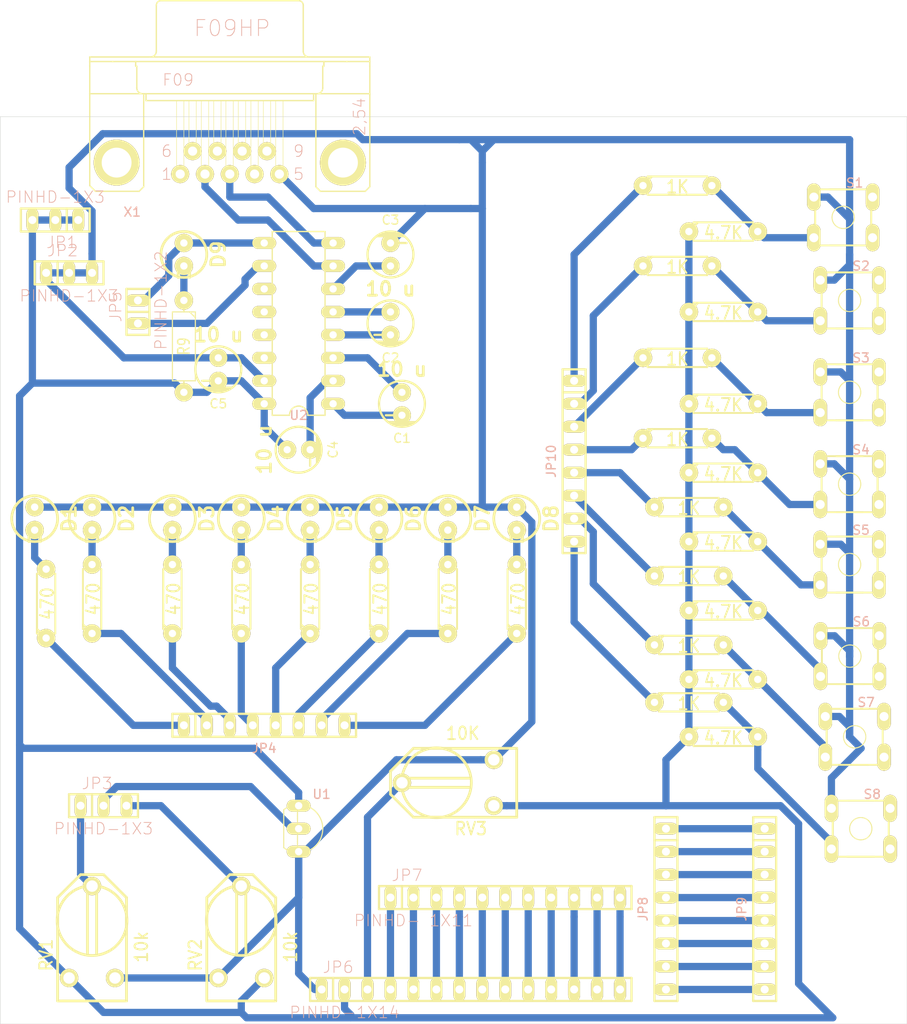
<source format=kicad_pcb>
(kicad_pcb (version 20171130) (host pcbnew 5.1.4-e60b266~84~ubuntu16.04.1)

  (general
    (thickness 1.6)
    (drawings 4)
    (tracks 251)
    (zones 0)
    (modules 63)
    (nets 95)
  )

  (page USLetter)
  (layers
    (0 F.Cu signal)
    (31 B.Cu signal)
    (32 B.Adhes user)
    (33 F.Adhes user)
    (34 B.Paste user)
    (35 F.Paste user)
    (36 B.SilkS user)
    (37 F.SilkS user)
    (38 B.Mask user)
    (39 F.Mask user)
    (40 Dwgs.User user)
    (41 Cmts.User user)
    (42 Eco1.User user)
    (43 Eco2.User user)
    (44 Edge.Cuts user)
    (45 Margin user)
    (46 B.CrtYd user)
    (47 F.CrtYd user)
    (48 B.Fab user)
    (49 F.Fab user)
  )

  (setup
    (last_trace_width 0.8)
    (trace_clearance 0.254)
    (zone_clearance 0.508)
    (zone_45_only no)
    (trace_min 0.2)
    (via_size 0.899)
    (via_drill 0.635)
    (via_min_size 0.4)
    (via_min_drill 0.3)
    (uvia_size 0.508)
    (uvia_drill 0.127)
    (uvias_allowed no)
    (uvia_min_size 0.2)
    (uvia_min_drill 0.1)
    (edge_width 0.05)
    (segment_width 0.2)
    (pcb_text_width 0.3)
    (pcb_text_size 1.5 1.5)
    (mod_edge_width 0.12)
    (mod_text_size 1 1)
    (mod_text_width 0.15)
    (pad_size 1.524 1.524)
    (pad_drill 0.762)
    (pad_to_mask_clearance 0.051)
    (solder_mask_min_width 0.25)
    (aux_axis_origin 0 0)
    (visible_elements FFFFFF7F)
    (pcbplotparams
      (layerselection 0x3ffff_ffffffff)
      (usegerberextensions true)
      (usegerberattributes false)
      (usegerberadvancedattributes false)
      (creategerberjobfile false)
      (excludeedgelayer true)
      (linewidth 0.100000)
      (plotframeref false)
      (viasonmask false)
      (mode 1)
      (useauxorigin false)
      (hpglpennumber 1)
      (hpglpenspeed 20)
      (hpglpendiameter 15.000000)
      (psnegative false)
      (psa4output false)
      (plotreference true)
      (plotvalue true)
      (plotinvisibletext false)
      (padsonsilk false)
      (subtractmaskfromsilk false)
      (outputformat 1)
      (mirror false)
      (drillshape 0)
      (scaleselection 1)
      (outputdirectory "/home/pcsanchez/Desktop/Drills/"))
  )

  (net 0 "")
  (net 1 "Net-(C1-Pad2)")
  (net 2 "Net-(C1-Pad1)")
  (net 3 "Net-(C2-Pad1)")
  (net 4 "Net-(C2-Pad2)")
  (net 5 "Net-(C3-Pad1)")
  (net 6 GNDA)
  (net 7 "Net-(C4-Pad2)")
  (net 8 +5VA)
  (net 9 "Net-(D1-Pad2)")
  (net 10 "Net-(D2-Pad2)")
  (net 11 "Net-(D3-Pad2)")
  (net 12 "Net-(D4-Pad2)")
  (net 13 "Net-(D5-Pad2)")
  (net 14 "Net-(D6-Pad2)")
  (net 15 "Net-(D7-Pad2)")
  (net 16 "Net-(D8-Pad2)")
  (net 17 "Net-(D9-Pad1)")
  (net 18 "Net-(D9-Pad2)")
  (net 19 "Net-(JP3-Pad1)")
  (net 20 "Net-(JP3-Pad2)")
  (net 21 "Net-(JP3-Pad3)")
  (net 22 "Net-(JP4-Pad8)")
  (net 23 "Net-(JP4-Pad7)")
  (net 24 "Net-(JP4-Pad6)")
  (net 25 "Net-(JP4-Pad5)")
  (net 26 "Net-(JP4-Pad4)")
  (net 27 "Net-(JP4-Pad3)")
  (net 28 "Net-(JP4-Pad2)")
  (net 29 "Net-(JP4-Pad1)")
  (net 30 "Net-(JP5-Pad1)")
  (net 31 "Net-(JP6-Pad3)")
  (net 32 "Net-(JP6-Pad4)")
  (net 33 "Net-(JP6-Pad5)")
  (net 34 "Net-(JP6-Pad6)")
  (net 35 "Net-(JP6-Pad7)")
  (net 36 "Net-(JP6-Pad8)")
  (net 37 "Net-(JP6-Pad9)")
  (net 38 "Net-(JP6-Pad10)")
  (net 39 "Net-(JP6-Pad11)")
  (net 40 "Net-(JP6-Pad12)")
  (net 41 "Net-(JP6-Pad13)")
  (net 42 "Net-(JP6-Pad14)")
  (net 43 "Net-(JP8-Pad8)")
  (net 44 "Net-(JP8-Pad7)")
  (net 45 "Net-(JP8-Pad6)")
  (net 46 "Net-(JP8-Pad5)")
  (net 47 "Net-(JP8-Pad4)")
  (net 48 "Net-(JP8-Pad3)")
  (net 49 "Net-(JP8-Pad2)")
  (net 50 "Net-(JP8-Pad1)")
  (net 51 "Net-(JP10-Pad1)")
  (net 52 "Net-(JP10-Pad2)")
  (net 53 "Net-(JP10-Pad3)")
  (net 54 "Net-(JP10-Pad4)")
  (net 55 "Net-(JP10-Pad5)")
  (net 56 "Net-(JP10-Pad6)")
  (net 57 "Net-(JP10-Pad7)")
  (net 58 "Net-(JP10-Pad8)")
  (net 59 "Net-(R10-Pad2)")
  (net 60 "Net-(R11-Pad2)")
  (net 61 "Net-(R12-Pad2)")
  (net 62 "Net-(R13-Pad2)")
  (net 63 "Net-(R14-Pad2)")
  (net 64 "Net-(R15-Pad2)")
  (net 65 "Net-(R16-Pad2)")
  (net 66 "Net-(R18-Pad2)")
  (net 67 "Net-(S1-Pad2)")
  (net 68 "Net-(S1-Pad4)")
  (net 69 "Net-(S2-Pad2)")
  (net 70 "Net-(S2-Pad4)")
  (net 71 "Net-(S3-Pad4)")
  (net 72 "Net-(S3-Pad2)")
  (net 73 "Net-(S4-Pad2)")
  (net 74 "Net-(S4-Pad4)")
  (net 75 "Net-(S5-Pad4)")
  (net 76 "Net-(S5-Pad2)")
  (net 77 "Net-(S6-Pad2)")
  (net 78 "Net-(S6-Pad4)")
  (net 79 "Net-(S7-Pad4)")
  (net 80 "Net-(S7-Pad2)")
  (net 81 "Net-(S8-Pad4)")
  (net 82 "Net-(S8-Pad2)")
  (net 83 "Net-(U2-Pad7)")
  (net 84 "Net-(U2-Pad8)")
  (net 85 "Net-(U2-Pad11)")
  (net 86 "Net-(U2-Pad12)")
  (net 87 "Net-(U2-Pad13)")
  (net 88 "Net-(U2-Pad14)")
  (net 89 "Net-(X1-Pad1)")
  (net 90 "Net-(X1-Pad4)")
  (net 91 "Net-(X1-Pad6)")
  (net 92 "Net-(X1-Pad7)")
  (net 93 "Net-(X1-Pad8)")
  (net 94 "Net-(X1-Pad9)")

  (net_class Default "This is the default net class."
    (clearance 0.254)
    (trace_width 0.8)
    (via_dia 0.899)
    (via_drill 0.635)
    (uvia_dia 0.508)
    (uvia_drill 0.127)
    (diff_pair_width 0.255)
    (diff_pair_gap 0.25)
    (add_net +5VA)
    (add_net GNDA)
    (add_net "Net-(C1-Pad1)")
    (add_net "Net-(C1-Pad2)")
    (add_net "Net-(C2-Pad1)")
    (add_net "Net-(C2-Pad2)")
    (add_net "Net-(C3-Pad1)")
    (add_net "Net-(C4-Pad2)")
    (add_net "Net-(D1-Pad2)")
    (add_net "Net-(D2-Pad2)")
    (add_net "Net-(D3-Pad2)")
    (add_net "Net-(D4-Pad2)")
    (add_net "Net-(D5-Pad2)")
    (add_net "Net-(D6-Pad2)")
    (add_net "Net-(D7-Pad2)")
    (add_net "Net-(D8-Pad2)")
    (add_net "Net-(D9-Pad1)")
    (add_net "Net-(D9-Pad2)")
    (add_net "Net-(JP10-Pad1)")
    (add_net "Net-(JP10-Pad2)")
    (add_net "Net-(JP10-Pad3)")
    (add_net "Net-(JP10-Pad4)")
    (add_net "Net-(JP10-Pad5)")
    (add_net "Net-(JP10-Pad6)")
    (add_net "Net-(JP10-Pad7)")
    (add_net "Net-(JP10-Pad8)")
    (add_net "Net-(JP3-Pad1)")
    (add_net "Net-(JP3-Pad2)")
    (add_net "Net-(JP3-Pad3)")
    (add_net "Net-(JP4-Pad1)")
    (add_net "Net-(JP4-Pad2)")
    (add_net "Net-(JP4-Pad3)")
    (add_net "Net-(JP4-Pad4)")
    (add_net "Net-(JP4-Pad5)")
    (add_net "Net-(JP4-Pad6)")
    (add_net "Net-(JP4-Pad7)")
    (add_net "Net-(JP4-Pad8)")
    (add_net "Net-(JP5-Pad1)")
    (add_net "Net-(JP6-Pad10)")
    (add_net "Net-(JP6-Pad11)")
    (add_net "Net-(JP6-Pad12)")
    (add_net "Net-(JP6-Pad13)")
    (add_net "Net-(JP6-Pad14)")
    (add_net "Net-(JP6-Pad3)")
    (add_net "Net-(JP6-Pad4)")
    (add_net "Net-(JP6-Pad5)")
    (add_net "Net-(JP6-Pad6)")
    (add_net "Net-(JP6-Pad7)")
    (add_net "Net-(JP6-Pad8)")
    (add_net "Net-(JP6-Pad9)")
    (add_net "Net-(JP8-Pad1)")
    (add_net "Net-(JP8-Pad2)")
    (add_net "Net-(JP8-Pad3)")
    (add_net "Net-(JP8-Pad4)")
    (add_net "Net-(JP8-Pad5)")
    (add_net "Net-(JP8-Pad6)")
    (add_net "Net-(JP8-Pad7)")
    (add_net "Net-(JP8-Pad8)")
    (add_net "Net-(R10-Pad2)")
    (add_net "Net-(R11-Pad2)")
    (add_net "Net-(R12-Pad2)")
    (add_net "Net-(R13-Pad2)")
    (add_net "Net-(R14-Pad2)")
    (add_net "Net-(R15-Pad2)")
    (add_net "Net-(R16-Pad2)")
    (add_net "Net-(R18-Pad2)")
    (add_net "Net-(S1-Pad2)")
    (add_net "Net-(S1-Pad4)")
    (add_net "Net-(S2-Pad2)")
    (add_net "Net-(S2-Pad4)")
    (add_net "Net-(S3-Pad2)")
    (add_net "Net-(S3-Pad4)")
    (add_net "Net-(S4-Pad2)")
    (add_net "Net-(S4-Pad4)")
    (add_net "Net-(S5-Pad2)")
    (add_net "Net-(S5-Pad4)")
    (add_net "Net-(S6-Pad2)")
    (add_net "Net-(S6-Pad4)")
    (add_net "Net-(S7-Pad2)")
    (add_net "Net-(S7-Pad4)")
    (add_net "Net-(S8-Pad2)")
    (add_net "Net-(S8-Pad4)")
    (add_net "Net-(U2-Pad11)")
    (add_net "Net-(U2-Pad12)")
    (add_net "Net-(U2-Pad13)")
    (add_net "Net-(U2-Pad14)")
    (add_net "Net-(U2-Pad7)")
    (add_net "Net-(U2-Pad8)")
    (add_net "Net-(X1-Pad1)")
    (add_net "Net-(X1-Pad4)")
    (add_net "Net-(X1-Pad6)")
    (add_net "Net-(X1-Pad7)")
    (add_net "Net-(X1-Pad8)")
    (add_net "Net-(X1-Pad9)")
  )

  (module user:Capacitor_elect (layer F.Cu) (tedit 51C9C7BE) (tstamp 5D664062)
    (at 184.15 71.12 180)
    (descr "Capacitor, pol, cyl 5x11mm")
    (path /5D63FF21)
    (fp_text reference C1 (at 0 -3.81) (layer F.SilkS)
      (effects (font (size 1 1) (thickness 0.15)))
    )
    (fp_text value "10 u" (at 0 3.81) (layer F.SilkS)
      (effects (font (size 1.524 1.524) (thickness 0.3048)))
    )
    (fp_line (start 0.889 -1.27) (end 1.778 -1.27) (layer F.SilkS) (width 0.254))
    (fp_line (start 1.016 -2.286) (end -1.016 -2.286) (layer F.SilkS) (width 0.254))
    (fp_line (start -1.016 -2.286) (end -1.016 -2.159) (layer F.SilkS) (width 0.254))
    (fp_line (start -1.016 -2.159) (end 1.016 -2.159) (layer F.SilkS) (width 0.254))
    (fp_line (start -1.524 -2.032) (end 1.524 -2.032) (layer F.SilkS) (width 0.254))
    (fp_circle (center 0 0) (end -2.54 0) (layer F.SilkS) (width 0.254))
    (pad 2 thru_hole circle (at 0 -1.27 180) (size 1.99898 1.99898) (drill 0.8001) (layers *.Cu *.Mask F.SilkS)
      (net 1 "Net-(C1-Pad2)"))
    (pad 1 thru_hole circle (at 0 1.27 180) (size 1.99898 1.99898) (drill 0.8001) (layers *.Cu *.Mask F.SilkS)
      (net 2 "Net-(C1-Pad1)"))
    (model discret/capacitor/cp_5x11mm.wrl
      (at (xyz 0 0 0))
      (scale (xyz 1 1 1))
      (rotate (xyz 0 0 0))
    )
  )

  (module user:Capacitor_elect (layer F.Cu) (tedit 51C9C7BE) (tstamp 5D66406E)
    (at 182.88 62.23 180)
    (descr "Capacitor, pol, cyl 5x11mm")
    (path /5D640CAD)
    (fp_text reference C2 (at 0 -3.81) (layer F.SilkS)
      (effects (font (size 1 1) (thickness 0.15)))
    )
    (fp_text value "10 u" (at 0 3.81) (layer F.SilkS)
      (effects (font (size 1.524 1.524) (thickness 0.3048)))
    )
    (fp_circle (center 0 0) (end -2.54 0) (layer F.SilkS) (width 0.254))
    (fp_line (start -1.524 -2.032) (end 1.524 -2.032) (layer F.SilkS) (width 0.254))
    (fp_line (start -1.016 -2.159) (end 1.016 -2.159) (layer F.SilkS) (width 0.254))
    (fp_line (start -1.016 -2.286) (end -1.016 -2.159) (layer F.SilkS) (width 0.254))
    (fp_line (start 1.016 -2.286) (end -1.016 -2.286) (layer F.SilkS) (width 0.254))
    (fp_line (start 0.889 -1.27) (end 1.778 -1.27) (layer F.SilkS) (width 0.254))
    (pad 1 thru_hole circle (at 0 1.27 180) (size 1.99898 1.99898) (drill 0.8001) (layers *.Cu *.Mask F.SilkS)
      (net 3 "Net-(C2-Pad1)"))
    (pad 2 thru_hole circle (at 0 -1.27 180) (size 1.99898 1.99898) (drill 0.8001) (layers *.Cu *.Mask F.SilkS)
      (net 4 "Net-(C2-Pad2)"))
    (model discret/capacitor/cp_5x11mm.wrl
      (at (xyz 0 0 0))
      (scale (xyz 1 1 1))
      (rotate (xyz 0 0 0))
    )
  )

  (module user:Capacitor_elect (layer F.Cu) (tedit 51C9C7BE) (tstamp 5D66407A)
    (at 182.88 54.61)
    (descr "Capacitor, pol, cyl 5x11mm")
    (path /5D6423C3)
    (fp_text reference C3 (at 0 -3.81) (layer F.SilkS)
      (effects (font (size 1 1) (thickness 0.15)))
    )
    (fp_text value "10 u" (at 0 3.81) (layer F.SilkS)
      (effects (font (size 1.524 1.524) (thickness 0.3048)))
    )
    (fp_circle (center 0 0) (end -2.54 0) (layer F.SilkS) (width 0.254))
    (fp_line (start -1.524 -2.032) (end 1.524 -2.032) (layer F.SilkS) (width 0.254))
    (fp_line (start -1.016 -2.159) (end 1.016 -2.159) (layer F.SilkS) (width 0.254))
    (fp_line (start -1.016 -2.286) (end -1.016 -2.159) (layer F.SilkS) (width 0.254))
    (fp_line (start 1.016 -2.286) (end -1.016 -2.286) (layer F.SilkS) (width 0.254))
    (fp_line (start 0.889 -1.27) (end 1.778 -1.27) (layer F.SilkS) (width 0.254))
    (pad 1 thru_hole circle (at 0 1.27) (size 1.99898 1.99898) (drill 0.8001) (layers *.Cu *.Mask F.SilkS)
      (net 5 "Net-(C3-Pad1)"))
    (pad 2 thru_hole circle (at 0 -1.27) (size 1.99898 1.99898) (drill 0.8001) (layers *.Cu *.Mask F.SilkS)
      (net 6 GNDA))
    (model discret/capacitor/cp_5x11mm.wrl
      (at (xyz 0 0 0))
      (scale (xyz 1 1 1))
      (rotate (xyz 0 0 0))
    )
  )

  (module user:Capacitor_elect (layer F.Cu) (tedit 51C9C7BE) (tstamp 5D664086)
    (at 172.72 76.2 270)
    (descr "Capacitor, pol, cyl 5x11mm")
    (path /5D6417D8)
    (fp_text reference C4 (at 0 -3.81 90) (layer F.SilkS)
      (effects (font (size 1 1) (thickness 0.15)))
    )
    (fp_text value "10 u" (at 0 3.81 90) (layer F.SilkS)
      (effects (font (size 1.524 1.524) (thickness 0.3048)))
    )
    (fp_line (start 0.889 -1.27) (end 1.778 -1.27) (layer F.SilkS) (width 0.254))
    (fp_line (start 1.016 -2.286) (end -1.016 -2.286) (layer F.SilkS) (width 0.254))
    (fp_line (start -1.016 -2.286) (end -1.016 -2.159) (layer F.SilkS) (width 0.254))
    (fp_line (start -1.016 -2.159) (end 1.016 -2.159) (layer F.SilkS) (width 0.254))
    (fp_line (start -1.524 -2.032) (end 1.524 -2.032) (layer F.SilkS) (width 0.254))
    (fp_circle (center 0 0) (end -2.54 0) (layer F.SilkS) (width 0.254))
    (pad 2 thru_hole circle (at 0 -1.27 270) (size 1.99898 1.99898) (drill 0.8001) (layers *.Cu *.Mask F.SilkS)
      (net 7 "Net-(C4-Pad2)"))
    (pad 1 thru_hole circle (at 0 1.27 270) (size 1.99898 1.99898) (drill 0.8001) (layers *.Cu *.Mask F.SilkS)
      (net 8 +5VA))
    (model discret/capacitor/cp_5x11mm.wrl
      (at (xyz 0 0 0))
      (scale (xyz 1 1 1))
      (rotate (xyz 0 0 0))
    )
  )

  (module user:Capacitor_elect (layer F.Cu) (tedit 51C9C7BE) (tstamp 5D664092)
    (at 163.83 67.31 180)
    (descr "Capacitor, pol, cyl 5x11mm")
    (path /5D64320F)
    (fp_text reference C5 (at 0 -3.81) (layer F.SilkS)
      (effects (font (size 1 1) (thickness 0.15)))
    )
    (fp_text value "10 u" (at 0 3.81) (layer F.SilkS)
      (effects (font (size 1.524 1.524) (thickness 0.3048)))
    )
    (fp_line (start 0.889 -1.27) (end 1.778 -1.27) (layer F.SilkS) (width 0.254))
    (fp_line (start 1.016 -2.286) (end -1.016 -2.286) (layer F.SilkS) (width 0.254))
    (fp_line (start -1.016 -2.286) (end -1.016 -2.159) (layer F.SilkS) (width 0.254))
    (fp_line (start -1.016 -2.159) (end 1.016 -2.159) (layer F.SilkS) (width 0.254))
    (fp_line (start -1.524 -2.032) (end 1.524 -2.032) (layer F.SilkS) (width 0.254))
    (fp_circle (center 0 0) (end -2.54 0) (layer F.SilkS) (width 0.254))
    (pad 2 thru_hole circle (at 0 -1.27 180) (size 1.99898 1.99898) (drill 0.8001) (layers *.Cu *.Mask F.SilkS)
      (net 8 +5VA))
    (pad 1 thru_hole circle (at 0 1.27 180) (size 1.99898 1.99898) (drill 0.8001) (layers *.Cu *.Mask F.SilkS)
      (net 6 GNDA))
    (model discret/capacitor/cp_5x11mm.wrl
      (at (xyz 0 0 0))
      (scale (xyz 1 1 1))
      (rotate (xyz 0 0 0))
    )
  )

  (module user:Led (layer F.Cu) (tedit 51C9C4D1) (tstamp 5D66409C)
    (at 143.51 83.82 270)
    (descr "Led verticale diam 6mm")
    (tags "LED DEV")
    (path /5D75E6C8)
    (fp_text reference D1 (at 0 -3.81 90) (layer F.SilkS)
      (effects (font (size 1.524 1.524) (thickness 0.3048)))
    )
    (fp_text value LED (at 0 -3.81 90) (layer F.SilkS) hide
      (effects (font (size 1.524 1.524) (thickness 0.3048)))
    )
    (fp_circle (center 0 0) (end -2.54 0) (layer F.SilkS) (width 0.3048))
    (fp_line (start 2.54 -0.635) (end 1.905 -0.635) (layer F.SilkS) (width 0.3048))
    (fp_line (start 1.905 -0.635) (end 1.905 0.635) (layer F.SilkS) (width 0.3048))
    (fp_line (start 1.905 0.635) (end 2.54 0.635) (layer F.SilkS) (width 0.3048))
    (pad 2 thru_hole circle (at 1.27 0 270) (size 2.032 2.032) (drill 0.8128) (layers *.Cu *.Mask F.SilkS)
      (net 9 "Net-(D1-Pad2)"))
    (pad 1 thru_hole circle (at -1.27 0 270) (size 2.032 2.032) (drill 0.8128) (layers *.Cu *.Mask F.SilkS)
      (net 6 GNDA))
    (model discret/led5_vertical.wrl
      (at (xyz 0 0 0))
      (scale (xyz 1 1 1))
      (rotate (xyz 0 0 0))
    )
  )

  (module user:Led (layer F.Cu) (tedit 51C9C4D1) (tstamp 5D6640A6)
    (at 149.86 83.82 270)
    (descr "Led verticale diam 6mm")
    (tags "LED DEV")
    (path /5D75FA66)
    (fp_text reference D2 (at 0 -3.81 90) (layer F.SilkS)
      (effects (font (size 1.524 1.524) (thickness 0.3048)))
    )
    (fp_text value LED (at 0 -3.81 90) (layer F.SilkS) hide
      (effects (font (size 1.524 1.524) (thickness 0.3048)))
    )
    (fp_circle (center 0 0) (end -2.54 0) (layer F.SilkS) (width 0.3048))
    (fp_line (start 2.54 -0.635) (end 1.905 -0.635) (layer F.SilkS) (width 0.3048))
    (fp_line (start 1.905 -0.635) (end 1.905 0.635) (layer F.SilkS) (width 0.3048))
    (fp_line (start 1.905 0.635) (end 2.54 0.635) (layer F.SilkS) (width 0.3048))
    (pad 2 thru_hole circle (at 1.27 0 270) (size 2.032 2.032) (drill 0.8128) (layers *.Cu *.Mask F.SilkS)
      (net 10 "Net-(D2-Pad2)"))
    (pad 1 thru_hole circle (at -1.27 0 270) (size 2.032 2.032) (drill 0.8128) (layers *.Cu *.Mask F.SilkS)
      (net 6 GNDA))
    (model discret/led5_vertical.wrl
      (at (xyz 0 0 0))
      (scale (xyz 1 1 1))
      (rotate (xyz 0 0 0))
    )
  )

  (module user:Led (layer F.Cu) (tedit 51C9C4D1) (tstamp 5D6640B0)
    (at 158.75 83.82 270)
    (descr "Led verticale diam 6mm")
    (tags "LED DEV")
    (path /5D76068B)
    (fp_text reference D3 (at 0 -3.81 90) (layer F.SilkS)
      (effects (font (size 1.524 1.524) (thickness 0.3048)))
    )
    (fp_text value LED (at 0 -3.81 90) (layer F.SilkS) hide
      (effects (font (size 1.524 1.524) (thickness 0.3048)))
    )
    (fp_line (start 1.905 0.635) (end 2.54 0.635) (layer F.SilkS) (width 0.3048))
    (fp_line (start 1.905 -0.635) (end 1.905 0.635) (layer F.SilkS) (width 0.3048))
    (fp_line (start 2.54 -0.635) (end 1.905 -0.635) (layer F.SilkS) (width 0.3048))
    (fp_circle (center 0 0) (end -2.54 0) (layer F.SilkS) (width 0.3048))
    (pad 1 thru_hole circle (at -1.27 0 270) (size 2.032 2.032) (drill 0.8128) (layers *.Cu *.Mask F.SilkS)
      (net 6 GNDA))
    (pad 2 thru_hole circle (at 1.27 0 270) (size 2.032 2.032) (drill 0.8128) (layers *.Cu *.Mask F.SilkS)
      (net 11 "Net-(D3-Pad2)"))
    (model discret/led5_vertical.wrl
      (at (xyz 0 0 0))
      (scale (xyz 1 1 1))
      (rotate (xyz 0 0 0))
    )
  )

  (module user:Led (layer F.Cu) (tedit 51C9C4D1) (tstamp 5D6640BA)
    (at 166.37 83.82 270)
    (descr "Led verticale diam 6mm")
    (tags "LED DEV")
    (path /5D760E62)
    (fp_text reference D4 (at 0 -3.81 90) (layer F.SilkS)
      (effects (font (size 1.524 1.524) (thickness 0.3048)))
    )
    (fp_text value LED (at 0 -3.81 90) (layer F.SilkS) hide
      (effects (font (size 1.524 1.524) (thickness 0.3048)))
    )
    (fp_circle (center 0 0) (end -2.54 0) (layer F.SilkS) (width 0.3048))
    (fp_line (start 2.54 -0.635) (end 1.905 -0.635) (layer F.SilkS) (width 0.3048))
    (fp_line (start 1.905 -0.635) (end 1.905 0.635) (layer F.SilkS) (width 0.3048))
    (fp_line (start 1.905 0.635) (end 2.54 0.635) (layer F.SilkS) (width 0.3048))
    (pad 2 thru_hole circle (at 1.27 0 270) (size 2.032 2.032) (drill 0.8128) (layers *.Cu *.Mask F.SilkS)
      (net 12 "Net-(D4-Pad2)"))
    (pad 1 thru_hole circle (at -1.27 0 270) (size 2.032 2.032) (drill 0.8128) (layers *.Cu *.Mask F.SilkS)
      (net 6 GNDA))
    (model discret/led5_vertical.wrl
      (at (xyz 0 0 0))
      (scale (xyz 1 1 1))
      (rotate (xyz 0 0 0))
    )
  )

  (module user:Led (layer F.Cu) (tedit 51C9C4D1) (tstamp 5D6640C4)
    (at 173.99 83.82 270)
    (descr "Led verticale diam 6mm")
    (tags "LED DEV")
    (path /5D761704)
    (fp_text reference D5 (at 0 -3.81 90) (layer F.SilkS)
      (effects (font (size 1.524 1.524) (thickness 0.3048)))
    )
    (fp_text value LED (at 0 -3.81 90) (layer F.SilkS) hide
      (effects (font (size 1.524 1.524) (thickness 0.3048)))
    )
    (fp_line (start 1.905 0.635) (end 2.54 0.635) (layer F.SilkS) (width 0.3048))
    (fp_line (start 1.905 -0.635) (end 1.905 0.635) (layer F.SilkS) (width 0.3048))
    (fp_line (start 2.54 -0.635) (end 1.905 -0.635) (layer F.SilkS) (width 0.3048))
    (fp_circle (center 0 0) (end -2.54 0) (layer F.SilkS) (width 0.3048))
    (pad 1 thru_hole circle (at -1.27 0 270) (size 2.032 2.032) (drill 0.8128) (layers *.Cu *.Mask F.SilkS)
      (net 6 GNDA))
    (pad 2 thru_hole circle (at 1.27 0 270) (size 2.032 2.032) (drill 0.8128) (layers *.Cu *.Mask F.SilkS)
      (net 13 "Net-(D5-Pad2)"))
    (model discret/led5_vertical.wrl
      (at (xyz 0 0 0))
      (scale (xyz 1 1 1))
      (rotate (xyz 0 0 0))
    )
  )

  (module user:Led (layer F.Cu) (tedit 51C9C4D1) (tstamp 5D6640CE)
    (at 181.61 83.82 270)
    (descr "Led verticale diam 6mm")
    (tags "LED DEV")
    (path /5D761D7F)
    (fp_text reference D6 (at 0 -3.81 90) (layer F.SilkS)
      (effects (font (size 1.524 1.524) (thickness 0.3048)))
    )
    (fp_text value LED (at 0 -3.81 90) (layer F.SilkS) hide
      (effects (font (size 1.524 1.524) (thickness 0.3048)))
    )
    (fp_circle (center 0 0) (end -2.54 0) (layer F.SilkS) (width 0.3048))
    (fp_line (start 2.54 -0.635) (end 1.905 -0.635) (layer F.SilkS) (width 0.3048))
    (fp_line (start 1.905 -0.635) (end 1.905 0.635) (layer F.SilkS) (width 0.3048))
    (fp_line (start 1.905 0.635) (end 2.54 0.635) (layer F.SilkS) (width 0.3048))
    (pad 2 thru_hole circle (at 1.27 0 270) (size 2.032 2.032) (drill 0.8128) (layers *.Cu *.Mask F.SilkS)
      (net 14 "Net-(D6-Pad2)"))
    (pad 1 thru_hole circle (at -1.27 0 270) (size 2.032 2.032) (drill 0.8128) (layers *.Cu *.Mask F.SilkS)
      (net 6 GNDA))
    (model discret/led5_vertical.wrl
      (at (xyz 0 0 0))
      (scale (xyz 1 1 1))
      (rotate (xyz 0 0 0))
    )
  )

  (module user:Led (layer F.Cu) (tedit 51C9C4D1) (tstamp 5D6640D8)
    (at 189.23 83.82 270)
    (descr "Led verticale diam 6mm")
    (tags "LED DEV")
    (path /5D762142)
    (fp_text reference D7 (at 0 -3.81 90) (layer F.SilkS)
      (effects (font (size 1.524 1.524) (thickness 0.3048)))
    )
    (fp_text value LED (at 0 -3.81 90) (layer F.SilkS) hide
      (effects (font (size 1.524 1.524) (thickness 0.3048)))
    )
    (fp_line (start 1.905 0.635) (end 2.54 0.635) (layer F.SilkS) (width 0.3048))
    (fp_line (start 1.905 -0.635) (end 1.905 0.635) (layer F.SilkS) (width 0.3048))
    (fp_line (start 2.54 -0.635) (end 1.905 -0.635) (layer F.SilkS) (width 0.3048))
    (fp_circle (center 0 0) (end -2.54 0) (layer F.SilkS) (width 0.3048))
    (pad 1 thru_hole circle (at -1.27 0 270) (size 2.032 2.032) (drill 0.8128) (layers *.Cu *.Mask F.SilkS)
      (net 6 GNDA))
    (pad 2 thru_hole circle (at 1.27 0 270) (size 2.032 2.032) (drill 0.8128) (layers *.Cu *.Mask F.SilkS)
      (net 15 "Net-(D7-Pad2)"))
    (model discret/led5_vertical.wrl
      (at (xyz 0 0 0))
      (scale (xyz 1 1 1))
      (rotate (xyz 0 0 0))
    )
  )

  (module user:Led (layer F.Cu) (tedit 51C9C4D1) (tstamp 5D6640E2)
    (at 196.85 83.82 270)
    (descr "Led verticale diam 6mm")
    (tags "LED DEV")
    (path /5D76269B)
    (fp_text reference D8 (at 0 -3.81 90) (layer F.SilkS)
      (effects (font (size 1.524 1.524) (thickness 0.3048)))
    )
    (fp_text value LED (at 0 -3.81 90) (layer F.SilkS) hide
      (effects (font (size 1.524 1.524) (thickness 0.3048)))
    )
    (fp_circle (center 0 0) (end -2.54 0) (layer F.SilkS) (width 0.3048))
    (fp_line (start 2.54 -0.635) (end 1.905 -0.635) (layer F.SilkS) (width 0.3048))
    (fp_line (start 1.905 -0.635) (end 1.905 0.635) (layer F.SilkS) (width 0.3048))
    (fp_line (start 1.905 0.635) (end 2.54 0.635) (layer F.SilkS) (width 0.3048))
    (pad 2 thru_hole circle (at 1.27 0 270) (size 2.032 2.032) (drill 0.8128) (layers *.Cu *.Mask F.SilkS)
      (net 16 "Net-(D8-Pad2)"))
    (pad 1 thru_hole circle (at -1.27 0 270) (size 2.032 2.032) (drill 0.8128) (layers *.Cu *.Mask F.SilkS)
      (net 6 GNDA))
    (model discret/led5_vertical.wrl
      (at (xyz 0 0 0))
      (scale (xyz 1 1 1))
      (rotate (xyz 0 0 0))
    )
  )

  (module user:Led (layer F.Cu) (tedit 51C9C4D1) (tstamp 5D6640EC)
    (at 160.02 54.61 270)
    (descr "Led verticale diam 6mm")
    (tags "LED DEV")
    (path /5D6472CB)
    (fp_text reference D9 (at 0 -3.81 90) (layer F.SilkS)
      (effects (font (size 1.524 1.524) (thickness 0.3048)))
    )
    (fp_text value LED (at 0 -3.81 90) (layer F.SilkS) hide
      (effects (font (size 1.524 1.524) (thickness 0.3048)))
    )
    (fp_line (start 1.905 0.635) (end 2.54 0.635) (layer F.SilkS) (width 0.3048))
    (fp_line (start 1.905 -0.635) (end 1.905 0.635) (layer F.SilkS) (width 0.3048))
    (fp_line (start 2.54 -0.635) (end 1.905 -0.635) (layer F.SilkS) (width 0.3048))
    (fp_circle (center 0 0) (end -2.54 0) (layer F.SilkS) (width 0.3048))
    (pad 1 thru_hole circle (at -1.27 0 270) (size 2.032 2.032) (drill 0.8128) (layers *.Cu *.Mask F.SilkS)
      (net 17 "Net-(D9-Pad1)"))
    (pad 2 thru_hole circle (at 1.27 0 270) (size 2.032 2.032) (drill 0.8128) (layers *.Cu *.Mask F.SilkS)
      (net 18 "Net-(D9-Pad2)"))
    (model discret/led5_vertical.wrl
      (at (xyz 0 0 0))
      (scale (xyz 1 1 1))
      (rotate (xyz 0 0 0))
    )
  )

  (module user:pinhead-1X03 (layer F.Cu) (tedit 51E43B5B) (tstamp 5D664106)
    (at 145.796 50.8 180)
    (descr "PIN HEADER - 0.1\"")
    (tags "PIN HEADER - 0.1\"")
    (path /5D5361EB)
    (attr virtual)
    (fp_text reference JP1 (at -0.7112 -2.4638) (layer B.SilkS)
      (effects (font (size 1.27 1.27) (thickness 0.0889)))
    )
    (fp_text value PINHD-1X3 (at 0 2.54) (layer B.SilkS)
      (effects (font (size 1.27 1.27) (thickness 0.0889)))
    )
    (fp_line (start -1.27 -1.27) (end -1.27 1.27) (layer F.SilkS) (width 0.254))
    (fp_line (start 3.81 1.27) (end -3.81 1.27) (layer F.SilkS) (width 0.254))
    (fp_line (start 3.81 -1.27) (end 3.81 1.27) (layer F.SilkS) (width 0.254))
    (fp_line (start -1.27 -1.27) (end 3.81 -1.27) (layer F.SilkS) (width 0.254))
    (fp_line (start -3.81 -1.27) (end -1.27 -1.27) (layer F.SilkS) (width 0.254))
    (fp_line (start -3.81 -1.27) (end -3.81 1.27) (layer F.SilkS) (width 0.254))
    (fp_line (start 2.286 0.254) (end 2.286 -0.254) (layer F.SilkS) (width 0.06604))
    (fp_line (start 2.286 -0.254) (end 2.794 -0.254) (layer F.SilkS) (width 0.06604))
    (fp_line (start 2.794 0.254) (end 2.794 -0.254) (layer F.SilkS) (width 0.06604))
    (fp_line (start 2.286 0.254) (end 2.794 0.254) (layer F.SilkS) (width 0.06604))
    (fp_line (start -2.794 0.254) (end -2.794 -0.254) (layer F.SilkS) (width 0.06604))
    (fp_line (start -2.794 -0.254) (end -2.286 -0.254) (layer F.SilkS) (width 0.06604))
    (fp_line (start -2.286 0.254) (end -2.286 -0.254) (layer F.SilkS) (width 0.06604))
    (fp_line (start -2.794 0.254) (end -2.286 0.254) (layer F.SilkS) (width 0.06604))
    (fp_line (start -0.254 0.254) (end -0.254 -0.254) (layer F.SilkS) (width 0.06604))
    (fp_line (start -0.254 -0.254) (end 0.254 -0.254) (layer F.SilkS) (width 0.06604))
    (fp_line (start 0.254 0.254) (end 0.254 -0.254) (layer F.SilkS) (width 0.06604))
    (fp_line (start -0.254 0.254) (end 0.254 0.254) (layer F.SilkS) (width 0.06604))
    (pad 3 thru_hole oval (at 2.54 0 180) (size 1.3208 2.6416) (drill 0.889) (layers *.Cu *.Mask F.SilkS)
      (net 8 +5VA))
    (pad 2 thru_hole oval (at 0 0 180) (size 1.3208 2.6416) (drill 0.889) (layers *.Cu *.Mask F.SilkS)
      (net 8 +5VA))
    (pad 1 thru_hole oval (at -2.54 0 180) (size 1.3208 2.6416) (drill 0.889) (layers *.Cu *.Mask F.SilkS)
      (net 8 +5VA))
    (pad 1 thru_hole rect (at -2.54 0 180) (size 1.524 0) (drill 1.016) (layers *.Cu F.Paste F.SilkS F.Mask)
      (net 8 +5VA))
  )

  (module user:pinhead-1X03 (layer F.Cu) (tedit 51E43B5B) (tstamp 5D664120)
    (at 147.32 56.642)
    (descr "PIN HEADER - 0.1\"")
    (tags "PIN HEADER - 0.1\"")
    (path /5D537195)
    (attr virtual)
    (fp_text reference JP2 (at -0.7112 -2.4638) (layer B.SilkS)
      (effects (font (size 1.27 1.27) (thickness 0.0889)))
    )
    (fp_text value PINHD-1X3 (at 0 2.54) (layer B.SilkS)
      (effects (font (size 1.27 1.27) (thickness 0.0889)))
    )
    (fp_line (start -0.254 0.254) (end 0.254 0.254) (layer F.SilkS) (width 0.06604))
    (fp_line (start 0.254 0.254) (end 0.254 -0.254) (layer F.SilkS) (width 0.06604))
    (fp_line (start -0.254 -0.254) (end 0.254 -0.254) (layer F.SilkS) (width 0.06604))
    (fp_line (start -0.254 0.254) (end -0.254 -0.254) (layer F.SilkS) (width 0.06604))
    (fp_line (start -2.794 0.254) (end -2.286 0.254) (layer F.SilkS) (width 0.06604))
    (fp_line (start -2.286 0.254) (end -2.286 -0.254) (layer F.SilkS) (width 0.06604))
    (fp_line (start -2.794 -0.254) (end -2.286 -0.254) (layer F.SilkS) (width 0.06604))
    (fp_line (start -2.794 0.254) (end -2.794 -0.254) (layer F.SilkS) (width 0.06604))
    (fp_line (start 2.286 0.254) (end 2.794 0.254) (layer F.SilkS) (width 0.06604))
    (fp_line (start 2.794 0.254) (end 2.794 -0.254) (layer F.SilkS) (width 0.06604))
    (fp_line (start 2.286 -0.254) (end 2.794 -0.254) (layer F.SilkS) (width 0.06604))
    (fp_line (start 2.286 0.254) (end 2.286 -0.254) (layer F.SilkS) (width 0.06604))
    (fp_line (start -3.81 -1.27) (end -3.81 1.27) (layer F.SilkS) (width 0.254))
    (fp_line (start -3.81 -1.27) (end -1.27 -1.27) (layer F.SilkS) (width 0.254))
    (fp_line (start -1.27 -1.27) (end 3.81 -1.27) (layer F.SilkS) (width 0.254))
    (fp_line (start 3.81 -1.27) (end 3.81 1.27) (layer F.SilkS) (width 0.254))
    (fp_line (start 3.81 1.27) (end -3.81 1.27) (layer F.SilkS) (width 0.254))
    (fp_line (start -1.27 -1.27) (end -1.27 1.27) (layer F.SilkS) (width 0.254))
    (pad 1 thru_hole rect (at -2.54 0) (size 1.524 0) (drill 1.016) (layers *.Cu F.Paste F.SilkS F.Mask)
      (net 6 GNDA))
    (pad 1 thru_hole oval (at -2.54 0) (size 1.3208 2.6416) (drill 0.889) (layers *.Cu *.Mask F.SilkS)
      (net 6 GNDA))
    (pad 2 thru_hole oval (at 0 0) (size 1.3208 2.6416) (drill 0.889) (layers *.Cu *.Mask F.SilkS)
      (net 6 GNDA))
    (pad 3 thru_hole oval (at 2.54 0) (size 1.3208 2.6416) (drill 0.889) (layers *.Cu *.Mask F.SilkS)
      (net 6 GNDA))
  )

  (module user:pinhead-1X03 (layer F.Cu) (tedit 51E43B5B) (tstamp 5D66413A)
    (at 151.13 115.57)
    (descr "PIN HEADER - 0.1\"")
    (tags "PIN HEADER - 0.1\"")
    (path /5D60DC3C)
    (attr virtual)
    (fp_text reference JP3 (at -0.7112 -2.4638) (layer B.SilkS)
      (effects (font (size 1.27 1.27) (thickness 0.0889)))
    )
    (fp_text value PINHD-1X3 (at 0 2.54) (layer B.SilkS)
      (effects (font (size 1.27 1.27) (thickness 0.0889)))
    )
    (fp_line (start -0.254 0.254) (end 0.254 0.254) (layer F.SilkS) (width 0.06604))
    (fp_line (start 0.254 0.254) (end 0.254 -0.254) (layer F.SilkS) (width 0.06604))
    (fp_line (start -0.254 -0.254) (end 0.254 -0.254) (layer F.SilkS) (width 0.06604))
    (fp_line (start -0.254 0.254) (end -0.254 -0.254) (layer F.SilkS) (width 0.06604))
    (fp_line (start -2.794 0.254) (end -2.286 0.254) (layer F.SilkS) (width 0.06604))
    (fp_line (start -2.286 0.254) (end -2.286 -0.254) (layer F.SilkS) (width 0.06604))
    (fp_line (start -2.794 -0.254) (end -2.286 -0.254) (layer F.SilkS) (width 0.06604))
    (fp_line (start -2.794 0.254) (end -2.794 -0.254) (layer F.SilkS) (width 0.06604))
    (fp_line (start 2.286 0.254) (end 2.794 0.254) (layer F.SilkS) (width 0.06604))
    (fp_line (start 2.794 0.254) (end 2.794 -0.254) (layer F.SilkS) (width 0.06604))
    (fp_line (start 2.286 -0.254) (end 2.794 -0.254) (layer F.SilkS) (width 0.06604))
    (fp_line (start 2.286 0.254) (end 2.286 -0.254) (layer F.SilkS) (width 0.06604))
    (fp_line (start -3.81 -1.27) (end -3.81 1.27) (layer F.SilkS) (width 0.254))
    (fp_line (start -3.81 -1.27) (end -1.27 -1.27) (layer F.SilkS) (width 0.254))
    (fp_line (start -1.27 -1.27) (end 3.81 -1.27) (layer F.SilkS) (width 0.254))
    (fp_line (start 3.81 -1.27) (end 3.81 1.27) (layer F.SilkS) (width 0.254))
    (fp_line (start 3.81 1.27) (end -3.81 1.27) (layer F.SilkS) (width 0.254))
    (fp_line (start -1.27 -1.27) (end -1.27 1.27) (layer F.SilkS) (width 0.254))
    (pad 1 thru_hole rect (at -2.54 0) (size 1.524 0) (drill 1.016) (layers *.Cu F.Paste F.SilkS F.Mask)
      (net 19 "Net-(JP3-Pad1)"))
    (pad 1 thru_hole oval (at -2.54 0) (size 1.3208 2.6416) (drill 0.889) (layers *.Cu *.Mask F.SilkS)
      (net 19 "Net-(JP3-Pad1)"))
    (pad 2 thru_hole oval (at 0 0) (size 1.3208 2.6416) (drill 0.889) (layers *.Cu *.Mask F.SilkS)
      (net 20 "Net-(JP3-Pad2)"))
    (pad 3 thru_hole oval (at 2.54 0) (size 1.3208 2.6416) (drill 0.889) (layers *.Cu *.Mask F.SilkS)
      (net 21 "Net-(JP3-Pad3)"))
  )

  (module user:pinhead-1X08 (layer F.Cu) (tedit 51E43B04) (tstamp 5D66416D)
    (at 168.91 106.68)
    (descr "PIN HEADER - 0.1\"")
    (tags "PIN HEADER - 0.1\"")
    (path /5D759946)
    (attr virtual)
    (fp_text reference JP4 (at 0 2.54) (layer B.SilkS)
      (effects (font (size 1 1) (thickness 0.15)))
    )
    (fp_text value PINHD-1X8 (at -6.35 2.54) (layer B.SilkS) hide
      (effects (font (size 1.27 1.27) (thickness 0.0889)))
    )
    (fp_line (start -7.62 -1.27) (end -7.62 1.27) (layer F.SilkS) (width 0.254))
    (fp_line (start 10.16 1.27) (end -10.16 1.27) (layer F.SilkS) (width 0.254))
    (fp_line (start -7.62 -1.27) (end 10.16 -1.27) (layer F.SilkS) (width 0.254))
    (fp_line (start -10.16 -1.27) (end -7.62 -1.27) (layer F.SilkS) (width 0.254))
    (fp_line (start 10.16 -1.27) (end 10.16 1.27) (layer F.SilkS) (width 0.254))
    (fp_line (start -10.16 -1.27) (end -10.16 1.27) (layer F.SilkS) (width 0.254))
    (fp_line (start 8.636 0.254) (end 8.636 -0.254) (layer F.SilkS) (width 0.06604))
    (fp_line (start 8.636 -0.254) (end 9.144 -0.254) (layer F.SilkS) (width 0.06604))
    (fp_line (start 9.144 0.254) (end 9.144 -0.254) (layer F.SilkS) (width 0.06604))
    (fp_line (start 8.636 0.254) (end 9.144 0.254) (layer F.SilkS) (width 0.06604))
    (fp_line (start -9.144 0.254) (end -9.144 -0.254) (layer F.SilkS) (width 0.06604))
    (fp_line (start -9.144 -0.254) (end -8.636 -0.254) (layer F.SilkS) (width 0.06604))
    (fp_line (start -8.636 0.254) (end -8.636 -0.254) (layer F.SilkS) (width 0.06604))
    (fp_line (start -9.144 0.254) (end -8.636 0.254) (layer F.SilkS) (width 0.06604))
    (fp_line (start -6.604 0.254) (end -6.604 -0.254) (layer F.SilkS) (width 0.06604))
    (fp_line (start -6.604 -0.254) (end -6.096 -0.254) (layer F.SilkS) (width 0.06604))
    (fp_line (start -6.096 0.254) (end -6.096 -0.254) (layer F.SilkS) (width 0.06604))
    (fp_line (start -6.604 0.254) (end -6.096 0.254) (layer F.SilkS) (width 0.06604))
    (fp_line (start -4.064 0.254) (end -4.064 -0.254) (layer F.SilkS) (width 0.06604))
    (fp_line (start -4.064 -0.254) (end -3.556 -0.254) (layer F.SilkS) (width 0.06604))
    (fp_line (start -3.556 0.254) (end -3.556 -0.254) (layer F.SilkS) (width 0.06604))
    (fp_line (start -4.064 0.254) (end -3.556 0.254) (layer F.SilkS) (width 0.06604))
    (fp_line (start -1.524 0.254) (end -1.524 -0.254) (layer F.SilkS) (width 0.06604))
    (fp_line (start -1.524 -0.254) (end -1.016 -0.254) (layer F.SilkS) (width 0.06604))
    (fp_line (start -1.016 0.254) (end -1.016 -0.254) (layer F.SilkS) (width 0.06604))
    (fp_line (start -1.524 0.254) (end -1.016 0.254) (layer F.SilkS) (width 0.06604))
    (fp_line (start 1.016 0.254) (end 1.016 -0.254) (layer F.SilkS) (width 0.06604))
    (fp_line (start 1.016 -0.254) (end 1.524 -0.254) (layer F.SilkS) (width 0.06604))
    (fp_line (start 1.524 0.254) (end 1.524 -0.254) (layer F.SilkS) (width 0.06604))
    (fp_line (start 1.016 0.254) (end 1.524 0.254) (layer F.SilkS) (width 0.06604))
    (fp_line (start 3.556 0.254) (end 3.556 -0.254) (layer F.SilkS) (width 0.06604))
    (fp_line (start 3.556 -0.254) (end 4.064 -0.254) (layer F.SilkS) (width 0.06604))
    (fp_line (start 4.064 0.254) (end 4.064 -0.254) (layer F.SilkS) (width 0.06604))
    (fp_line (start 3.556 0.254) (end 4.064 0.254) (layer F.SilkS) (width 0.06604))
    (fp_line (start 6.096 0.254) (end 6.096 -0.254) (layer F.SilkS) (width 0.06604))
    (fp_line (start 6.096 -0.254) (end 6.604 -0.254) (layer F.SilkS) (width 0.06604))
    (fp_line (start 6.604 0.254) (end 6.604 -0.254) (layer F.SilkS) (width 0.06604))
    (fp_line (start 6.096 0.254) (end 6.604 0.254) (layer F.SilkS) (width 0.06604))
    (pad 8 thru_hole oval (at 8.89 0) (size 1.3208 2.6416) (drill 0.889) (layers *.Cu *.Mask F.SilkS)
      (net 22 "Net-(JP4-Pad8)"))
    (pad 7 thru_hole oval (at 6.35 0) (size 1.3208 2.6416) (drill 0.889) (layers *.Cu *.Mask F.SilkS)
      (net 23 "Net-(JP4-Pad7)"))
    (pad 6 thru_hole oval (at 3.81 0) (size 1.3208 2.6416) (drill 0.889) (layers *.Cu *.Mask F.SilkS)
      (net 24 "Net-(JP4-Pad6)"))
    (pad 5 thru_hole oval (at 1.27 0) (size 1.3208 2.6416) (drill 0.889) (layers *.Cu *.Mask F.SilkS)
      (net 25 "Net-(JP4-Pad5)"))
    (pad 4 thru_hole oval (at -1.27 0) (size 1.3208 2.6416) (drill 0.889) (layers *.Cu *.Mask F.SilkS)
      (net 26 "Net-(JP4-Pad4)"))
    (pad 3 thru_hole oval (at -3.81 0) (size 1.3208 2.6416) (drill 0.889) (layers *.Cu *.Mask F.SilkS)
      (net 27 "Net-(JP4-Pad3)"))
    (pad 2 thru_hole oval (at -6.35 0) (size 1.3208 2.6416) (drill 0.889) (layers *.Cu *.Mask F.SilkS)
      (net 28 "Net-(JP4-Pad2)"))
    (pad 1 thru_hole oval (at -8.89 0) (size 1.3208 2.6416) (drill 0.889) (layers *.Cu *.Mask F.SilkS)
      (net 29 "Net-(JP4-Pad1)"))
    (pad 1 thru_hole rect (at -8.89 0) (size 1.524 0) (drill 1.016) (layers *.Cu F.Paste F.SilkS F.Mask)
      (net 29 "Net-(JP4-Pad1)"))
  )

  (module user:pinhead-1X02 (layer F.Cu) (tedit 51E43B49) (tstamp 5D664182)
    (at 154.94 60.96 90)
    (descr "PIN HEADER - 0.1\"")
    (tags "PIN HEADER - 0.1\"")
    (path /5D646673)
    (attr virtual)
    (fp_text reference JP5 (at 0.5588 -2.4638 90) (layer B.SilkS)
      (effects (font (size 1.27 1.27) (thickness 0.0889)))
    )
    (fp_text value PINHD-1X2 (at 1.27 2.54 90) (layer B.SilkS)
      (effects (font (size 1.27 1.27) (thickness 0.0889)))
    )
    (fp_line (start -1.524 0.254) (end -1.016 0.254) (layer F.SilkS) (width 0.06604))
    (fp_line (start -1.016 0.254) (end -1.016 -0.254) (layer F.SilkS) (width 0.06604))
    (fp_line (start -1.524 -0.254) (end -1.016 -0.254) (layer F.SilkS) (width 0.06604))
    (fp_line (start -1.524 0.254) (end -1.524 -0.254) (layer F.SilkS) (width 0.06604))
    (fp_line (start 1.016 0.254) (end 1.524 0.254) (layer F.SilkS) (width 0.06604))
    (fp_line (start 1.524 0.254) (end 1.524 -0.254) (layer F.SilkS) (width 0.06604))
    (fp_line (start 1.016 -0.254) (end 1.524 -0.254) (layer F.SilkS) (width 0.06604))
    (fp_line (start 1.016 0.254) (end 1.016 -0.254) (layer F.SilkS) (width 0.06604))
    (fp_line (start -2.54 -1.27) (end -2.54 1.27) (layer F.SilkS) (width 0.254))
    (fp_line (start 2.54 1.27) (end -2.54 1.27) (layer F.SilkS) (width 0.254))
    (fp_line (start -2.54 -1.27) (end 0 -1.27) (layer F.SilkS) (width 0.254))
    (fp_line (start 0 -1.27) (end 2.54 -1.27) (layer F.SilkS) (width 0.254))
    (fp_line (start 2.54 -1.27) (end 2.54 1.27) (layer F.SilkS) (width 0.254))
    (fp_line (start 0 -1.27) (end 0 1.27) (layer F.SilkS) (width 0.254))
    (pad 1 thru_hole rect (at -1.27 0 90) (size 1.524 0) (drill 1.016) (layers F&B.Cu F.Paste F.SilkS F.Mask)
      (net 30 "Net-(JP5-Pad1)"))
    (pad 1 thru_hole oval (at -1.27 0 90) (size 1.3208 2.6416) (drill 0.889) (layers *.Cu *.Mask F.SilkS)
      (net 30 "Net-(JP5-Pad1)"))
    (pad 2 thru_hole oval (at 1.27 0 90) (size 1.3208 2.6416) (drill 0.889) (layers *.Cu *.Mask F.SilkS)
      (net 17 "Net-(D9-Pad1)"))
  )

  (module user:pinhead-1X14 (layer F.Cu) (tedit 51E43BE6) (tstamp 5D6641D3)
    (at 191.77 135.89)
    (descr "PIN HEADER - 0.1\"")
    (tags "PIN HEADER - 0.1\"")
    (path /5D53EBDA)
    (attr virtual)
    (fp_text reference JP6 (at -14.6812 -2.4638) (layer B.SilkS)
      (effects (font (size 1.27 1.27) (thickness 0.0889)))
    )
    (fp_text value PINHD-1X14 (at -13.97 2.54) (layer B.SilkS)
      (effects (font (size 1.27 1.27) (thickness 0.0889)))
    )
    (fp_line (start 13.716 0.254) (end 14.224 0.254) (layer F.SilkS) (width 0.06604))
    (fp_line (start 14.224 0.254) (end 14.224 -0.254) (layer F.SilkS) (width 0.06604))
    (fp_line (start 13.716 -0.254) (end 14.224 -0.254) (layer F.SilkS) (width 0.06604))
    (fp_line (start 13.716 0.254) (end 13.716 -0.254) (layer F.SilkS) (width 0.06604))
    (fp_line (start 11.176 0.254) (end 11.684 0.254) (layer F.SilkS) (width 0.06604))
    (fp_line (start 11.684 0.254) (end 11.684 -0.254) (layer F.SilkS) (width 0.06604))
    (fp_line (start 11.176 -0.254) (end 11.684 -0.254) (layer F.SilkS) (width 0.06604))
    (fp_line (start 11.176 0.254) (end 11.176 -0.254) (layer F.SilkS) (width 0.06604))
    (fp_line (start 8.636 0.254) (end 9.144 0.254) (layer F.SilkS) (width 0.06604))
    (fp_line (start 9.144 0.254) (end 9.144 -0.254) (layer F.SilkS) (width 0.06604))
    (fp_line (start 8.636 -0.254) (end 9.144 -0.254) (layer F.SilkS) (width 0.06604))
    (fp_line (start 8.636 0.254) (end 8.636 -0.254) (layer F.SilkS) (width 0.06604))
    (fp_line (start 6.096 0.254) (end 6.604 0.254) (layer F.SilkS) (width 0.06604))
    (fp_line (start 6.604 0.254) (end 6.604 -0.254) (layer F.SilkS) (width 0.06604))
    (fp_line (start 6.096 -0.254) (end 6.604 -0.254) (layer F.SilkS) (width 0.06604))
    (fp_line (start 6.096 0.254) (end 6.096 -0.254) (layer F.SilkS) (width 0.06604))
    (fp_line (start 3.556 0.254) (end 4.064 0.254) (layer F.SilkS) (width 0.06604))
    (fp_line (start 4.064 0.254) (end 4.064 -0.254) (layer F.SilkS) (width 0.06604))
    (fp_line (start 3.556 -0.254) (end 4.064 -0.254) (layer F.SilkS) (width 0.06604))
    (fp_line (start 3.556 0.254) (end 3.556 -0.254) (layer F.SilkS) (width 0.06604))
    (fp_line (start 1.016 0.254) (end 1.524 0.254) (layer F.SilkS) (width 0.06604))
    (fp_line (start 1.524 0.254) (end 1.524 -0.254) (layer F.SilkS) (width 0.06604))
    (fp_line (start 1.016 -0.254) (end 1.524 -0.254) (layer F.SilkS) (width 0.06604))
    (fp_line (start 1.016 0.254) (end 1.016 -0.254) (layer F.SilkS) (width 0.06604))
    (fp_line (start -1.524 0.254) (end -1.016 0.254) (layer F.SilkS) (width 0.06604))
    (fp_line (start -1.016 0.254) (end -1.016 -0.254) (layer F.SilkS) (width 0.06604))
    (fp_line (start -1.524 -0.254) (end -1.016 -0.254) (layer F.SilkS) (width 0.06604))
    (fp_line (start -1.524 0.254) (end -1.524 -0.254) (layer F.SilkS) (width 0.06604))
    (fp_line (start -4.064 0.254) (end -3.556 0.254) (layer F.SilkS) (width 0.06604))
    (fp_line (start -3.556 0.254) (end -3.556 -0.254) (layer F.SilkS) (width 0.06604))
    (fp_line (start -4.064 -0.254) (end -3.556 -0.254) (layer F.SilkS) (width 0.06604))
    (fp_line (start -4.064 0.254) (end -4.064 -0.254) (layer F.SilkS) (width 0.06604))
    (fp_line (start -6.604 0.254) (end -6.096 0.254) (layer F.SilkS) (width 0.06604))
    (fp_line (start -6.096 0.254) (end -6.096 -0.254) (layer F.SilkS) (width 0.06604))
    (fp_line (start -6.604 -0.254) (end -6.096 -0.254) (layer F.SilkS) (width 0.06604))
    (fp_line (start -6.604 0.254) (end -6.604 -0.254) (layer F.SilkS) (width 0.06604))
    (fp_line (start -9.144 0.254) (end -8.636 0.254) (layer F.SilkS) (width 0.06604))
    (fp_line (start -8.636 0.254) (end -8.636 -0.254) (layer F.SilkS) (width 0.06604))
    (fp_line (start -9.144 -0.254) (end -8.636 -0.254) (layer F.SilkS) (width 0.06604))
    (fp_line (start -9.144 0.254) (end -9.144 -0.254) (layer F.SilkS) (width 0.06604))
    (fp_line (start -11.684 0.254) (end -11.176 0.254) (layer F.SilkS) (width 0.06604))
    (fp_line (start -11.176 0.254) (end -11.176 -0.254) (layer F.SilkS) (width 0.06604))
    (fp_line (start -11.684 -0.254) (end -11.176 -0.254) (layer F.SilkS) (width 0.06604))
    (fp_line (start -11.684 0.254) (end -11.684 -0.254) (layer F.SilkS) (width 0.06604))
    (fp_line (start -14.224 0.254) (end -13.716 0.254) (layer F.SilkS) (width 0.06604))
    (fp_line (start -13.716 0.254) (end -13.716 -0.254) (layer F.SilkS) (width 0.06604))
    (fp_line (start -14.224 -0.254) (end -13.716 -0.254) (layer F.SilkS) (width 0.06604))
    (fp_line (start -14.224 0.254) (end -14.224 -0.254) (layer F.SilkS) (width 0.06604))
    (fp_line (start -16.764 0.254) (end -16.256 0.254) (layer F.SilkS) (width 0.06604))
    (fp_line (start -16.256 0.254) (end -16.256 -0.254) (layer F.SilkS) (width 0.06604))
    (fp_line (start -16.764 -0.254) (end -16.256 -0.254) (layer F.SilkS) (width 0.06604))
    (fp_line (start -16.764 0.254) (end -16.764 -0.254) (layer F.SilkS) (width 0.06604))
    (fp_line (start 16.256 0.254) (end 16.764 0.254) (layer F.SilkS) (width 0.06604))
    (fp_line (start 16.764 0.254) (end 16.764 -0.254) (layer F.SilkS) (width 0.06604))
    (fp_line (start 16.256 -0.254) (end 16.764 -0.254) (layer F.SilkS) (width 0.06604))
    (fp_line (start 16.256 0.254) (end 16.256 -0.254) (layer F.SilkS) (width 0.06604))
    (fp_line (start -17.78 -1.27) (end -17.78 1.27) (layer F.SilkS) (width 0.254))
    (fp_line (start -17.78 -1.27) (end -15.24 -1.27) (layer F.SilkS) (width 0.254))
    (fp_line (start -15.24 -1.27) (end 17.78 -1.27) (layer F.SilkS) (width 0.254))
    (fp_line (start 17.78 -1.27) (end 17.78 1.27) (layer F.SilkS) (width 0.254))
    (fp_line (start 17.78 1.27) (end -17.78 1.27) (layer F.SilkS) (width 0.254))
    (fp_line (start -15.24 -1.27) (end -15.24 1.27) (layer F.SilkS) (width 0.254))
    (pad 1 thru_hole rect (at -16.51 0) (size 1.524 0) (drill 1.016) (layers F&B.Cu F.Paste F.SilkS F.Mask)
      (net 6 GNDA))
    (pad 1 thru_hole oval (at -16.51 0) (size 1.3208 2.6416) (drill 0.889) (layers *.Cu *.Mask F.SilkS)
      (net 6 GNDA))
    (pad 2 thru_hole oval (at -13.97 0) (size 1.3208 2.6416) (drill 0.889) (layers *.Cu *.Mask F.SilkS)
      (net 8 +5VA))
    (pad 3 thru_hole oval (at -11.43 0) (size 1.3208 2.6416) (drill 0.889) (layers *.Cu *.Mask F.SilkS)
      (net 31 "Net-(JP6-Pad3)"))
    (pad 4 thru_hole oval (at -8.89 0) (size 1.3208 2.6416) (drill 0.889) (layers *.Cu *.Mask F.SilkS)
      (net 32 "Net-(JP6-Pad4)"))
    (pad 5 thru_hole oval (at -6.35 0) (size 1.3208 2.6416) (drill 0.889) (layers *.Cu *.Mask F.SilkS)
      (net 33 "Net-(JP6-Pad5)"))
    (pad 6 thru_hole oval (at -3.81 0) (size 1.3208 2.6416) (drill 0.889) (layers *.Cu *.Mask F.SilkS)
      (net 34 "Net-(JP6-Pad6)"))
    (pad 7 thru_hole oval (at -1.27 0) (size 1.3208 2.6416) (drill 0.889) (layers *.Cu *.Mask F.SilkS)
      (net 35 "Net-(JP6-Pad7)"))
    (pad 8 thru_hole oval (at 1.27 0) (size 1.3208 2.6416) (drill 0.889) (layers *.Cu *.Mask F.SilkS)
      (net 36 "Net-(JP6-Pad8)"))
    (pad 9 thru_hole oval (at 3.81 0) (size 1.3208 2.6416) (drill 0.889) (layers *.Cu *.Mask F.SilkS)
      (net 37 "Net-(JP6-Pad9)"))
    (pad 10 thru_hole oval (at 6.35 0) (size 1.3208 2.6416) (drill 0.889) (layers *.Cu *.Mask F.SilkS)
      (net 38 "Net-(JP6-Pad10)"))
    (pad 11 thru_hole oval (at 8.89 0) (size 1.3208 2.6416) (drill 0.889) (layers *.Cu *.Mask F.SilkS)
      (net 39 "Net-(JP6-Pad11)"))
    (pad 12 thru_hole oval (at 11.43 0) (size 1.3208 2.6416) (drill 0.889) (layers *.Cu *.Mask F.SilkS)
      (net 40 "Net-(JP6-Pad12)"))
    (pad 13 thru_hole oval (at 13.97 0) (size 1.3208 2.6416) (drill 0.889) (layers *.Cu *.Mask F.SilkS)
      (net 41 "Net-(JP6-Pad13)"))
    (pad 14 thru_hole oval (at 16.51 0) (size 1.3208 2.6416) (drill 0.889) (layers *.Cu *.Mask F.SilkS)
      (net 42 "Net-(JP6-Pad14)"))
  )

  (module user:pinhead-1X11 (layer F.Cu) (tedit 51E43BAE) (tstamp 5D664215)
    (at 195.58 125.73)
    (descr "PIN HEADER - 0.1\"")
    (tags "PIN HEADER - 0.1\"")
    (path /5D53CDFF)
    (attr virtual)
    (fp_text reference JP7 (at -10.8712 -2.4638) (layer B.SilkS)
      (effects (font (size 1.27 1.27) (thickness 0.0889)))
    )
    (fp_text value "PINHD- 1X11" (at -10.16 2.54) (layer B.SilkS)
      (effects (font (size 1.27 1.27) (thickness 0.0889)))
    )
    (fp_line (start 9.906 0.254) (end 10.414 0.254) (layer F.SilkS) (width 0.06604))
    (fp_line (start 10.414 0.254) (end 10.414 -0.254) (layer F.SilkS) (width 0.06604))
    (fp_line (start 9.906 -0.254) (end 10.414 -0.254) (layer F.SilkS) (width 0.06604))
    (fp_line (start 9.906 0.254) (end 9.906 -0.254) (layer F.SilkS) (width 0.06604))
    (fp_line (start 7.366 0.254) (end 7.874 0.254) (layer F.SilkS) (width 0.06604))
    (fp_line (start 7.874 0.254) (end 7.874 -0.254) (layer F.SilkS) (width 0.06604))
    (fp_line (start 7.366 -0.254) (end 7.874 -0.254) (layer F.SilkS) (width 0.06604))
    (fp_line (start 7.366 0.254) (end 7.366 -0.254) (layer F.SilkS) (width 0.06604))
    (fp_line (start 4.826 0.254) (end 5.334 0.254) (layer F.SilkS) (width 0.06604))
    (fp_line (start 5.334 0.254) (end 5.334 -0.254) (layer F.SilkS) (width 0.06604))
    (fp_line (start 4.826 -0.254) (end 5.334 -0.254) (layer F.SilkS) (width 0.06604))
    (fp_line (start 4.826 0.254) (end 4.826 -0.254) (layer F.SilkS) (width 0.06604))
    (fp_line (start 2.286 0.254) (end 2.794 0.254) (layer F.SilkS) (width 0.06604))
    (fp_line (start 2.794 0.254) (end 2.794 -0.254) (layer F.SilkS) (width 0.06604))
    (fp_line (start 2.286 -0.254) (end 2.794 -0.254) (layer F.SilkS) (width 0.06604))
    (fp_line (start 2.286 0.254) (end 2.286 -0.254) (layer F.SilkS) (width 0.06604))
    (fp_line (start -0.254 0.254) (end 0.254 0.254) (layer F.SilkS) (width 0.06604))
    (fp_line (start 0.254 0.254) (end 0.254 -0.254) (layer F.SilkS) (width 0.06604))
    (fp_line (start -0.254 -0.254) (end 0.254 -0.254) (layer F.SilkS) (width 0.06604))
    (fp_line (start -0.254 0.254) (end -0.254 -0.254) (layer F.SilkS) (width 0.06604))
    (fp_line (start -2.794 0.254) (end -2.286 0.254) (layer F.SilkS) (width 0.06604))
    (fp_line (start -2.286 0.254) (end -2.286 -0.254) (layer F.SilkS) (width 0.06604))
    (fp_line (start -2.794 -0.254) (end -2.286 -0.254) (layer F.SilkS) (width 0.06604))
    (fp_line (start -2.794 0.254) (end -2.794 -0.254) (layer F.SilkS) (width 0.06604))
    (fp_line (start -5.334 0.254) (end -4.826 0.254) (layer F.SilkS) (width 0.06604))
    (fp_line (start -4.826 0.254) (end -4.826 -0.254) (layer F.SilkS) (width 0.06604))
    (fp_line (start -5.334 -0.254) (end -4.826 -0.254) (layer F.SilkS) (width 0.06604))
    (fp_line (start -5.334 0.254) (end -5.334 -0.254) (layer F.SilkS) (width 0.06604))
    (fp_line (start -7.874 0.254) (end -7.366 0.254) (layer F.SilkS) (width 0.06604))
    (fp_line (start -7.366 0.254) (end -7.366 -0.254) (layer F.SilkS) (width 0.06604))
    (fp_line (start -7.874 -0.254) (end -7.366 -0.254) (layer F.SilkS) (width 0.06604))
    (fp_line (start -7.874 0.254) (end -7.874 -0.254) (layer F.SilkS) (width 0.06604))
    (fp_line (start -10.414 0.254) (end -9.906 0.254) (layer F.SilkS) (width 0.06604))
    (fp_line (start -9.906 0.254) (end -9.906 -0.254) (layer F.SilkS) (width 0.06604))
    (fp_line (start -10.414 -0.254) (end -9.906 -0.254) (layer F.SilkS) (width 0.06604))
    (fp_line (start -10.414 0.254) (end -10.414 -0.254) (layer F.SilkS) (width 0.06604))
    (fp_line (start -12.954 0.254) (end -12.446 0.254) (layer F.SilkS) (width 0.06604))
    (fp_line (start -12.446 0.254) (end -12.446 -0.254) (layer F.SilkS) (width 0.06604))
    (fp_line (start -12.954 -0.254) (end -12.446 -0.254) (layer F.SilkS) (width 0.06604))
    (fp_line (start -12.954 0.254) (end -12.954 -0.254) (layer F.SilkS) (width 0.06604))
    (fp_line (start 12.446 0.254) (end 12.954 0.254) (layer F.SilkS) (width 0.06604))
    (fp_line (start 12.954 0.254) (end 12.954 -0.254) (layer F.SilkS) (width 0.06604))
    (fp_line (start 12.446 -0.254) (end 12.954 -0.254) (layer F.SilkS) (width 0.06604))
    (fp_line (start 12.446 0.254) (end 12.446 -0.254) (layer F.SilkS) (width 0.06604))
    (fp_line (start 13.97 1.27) (end -13.97 1.27) (layer F.SilkS) (width 0.254))
    (fp_line (start -13.97 -1.27) (end -13.97 1.27) (layer F.SilkS) (width 0.254))
    (fp_line (start 13.97 -1.27) (end 13.97 1.27) (layer F.SilkS) (width 0.254))
    (fp_line (start 13.97 -1.27) (end -11.43 -1.27) (layer F.SilkS) (width 0.254))
    (fp_line (start -11.43 -1.27) (end -13.97 -1.27) (layer F.SilkS) (width 0.254))
    (fp_line (start -11.43 -1.27) (end -11.43 1.27) (layer F.SilkS) (width 0.254))
    (pad 1 thru_hole rect (at -12.7 0) (size 1.524 0) (drill 1.016) (layers F&B.Cu F.Paste F.SilkS F.Mask)
      (net 32 "Net-(JP6-Pad4)"))
    (pad 1 thru_hole oval (at -12.7 0) (size 1.3208 2.6416) (drill 0.889) (layers *.Cu *.Mask F.SilkS)
      (net 32 "Net-(JP6-Pad4)"))
    (pad 2 thru_hole oval (at -10.16 0) (size 1.3208 2.6416) (drill 0.889) (layers *.Cu *.Mask F.SilkS)
      (net 33 "Net-(JP6-Pad5)"))
    (pad 3 thru_hole oval (at -7.62 0) (size 1.3208 2.6416) (drill 0.889) (layers *.Cu *.Mask F.SilkS)
      (net 34 "Net-(JP6-Pad6)"))
    (pad 4 thru_hole oval (at -5.08 0) (size 1.3208 2.6416) (drill 0.889) (layers *.Cu *.Mask F.SilkS)
      (net 35 "Net-(JP6-Pad7)"))
    (pad 5 thru_hole oval (at -2.54 0) (size 1.3208 2.6416) (drill 0.889) (layers *.Cu *.Mask F.SilkS)
      (net 36 "Net-(JP6-Pad8)"))
    (pad 6 thru_hole oval (at 0 0) (size 1.3208 2.6416) (drill 0.889) (layers *.Cu *.Mask F.SilkS)
      (net 37 "Net-(JP6-Pad9)"))
    (pad 7 thru_hole oval (at 2.54 0) (size 1.3208 2.6416) (drill 0.889) (layers *.Cu *.Mask F.SilkS)
      (net 38 "Net-(JP6-Pad10)"))
    (pad 8 thru_hole oval (at 5.08 0) (size 1.3208 2.6416) (drill 0.889) (layers *.Cu *.Mask F.SilkS)
      (net 39 "Net-(JP6-Pad11)"))
    (pad 9 thru_hole oval (at 7.62 0) (size 1.3208 2.6416) (drill 0.889) (layers *.Cu *.Mask F.SilkS)
      (net 40 "Net-(JP6-Pad12)"))
    (pad 10 thru_hole oval (at 10.16 0) (size 1.3208 2.6416) (drill 0.889) (layers *.Cu *.Mask F.SilkS)
      (net 41 "Net-(JP6-Pad13)"))
    (pad 11 thru_hole oval (at 12.7 0) (size 1.3208 2.6416) (drill 0.889) (layers *.Cu *.Mask F.SilkS)
      (net 42 "Net-(JP6-Pad14)"))
  )

  (module user:pinhead-1X08 (layer F.Cu) (tedit 51E43B04) (tstamp 5D664248)
    (at 213.36 127 270)
    (descr "PIN HEADER - 0.1\"")
    (tags "PIN HEADER - 0.1\"")
    (path /5D8C6E1C)
    (attr virtual)
    (fp_text reference JP8 (at 0 2.54 90) (layer B.SilkS)
      (effects (font (size 1 1) (thickness 0.15)))
    )
    (fp_text value PINHD-1X8 (at -6.35 2.54 90) (layer B.SilkS) hide
      (effects (font (size 1.27 1.27) (thickness 0.0889)))
    )
    (fp_line (start -7.62 -1.27) (end -7.62 1.27) (layer F.SilkS) (width 0.254))
    (fp_line (start 10.16 1.27) (end -10.16 1.27) (layer F.SilkS) (width 0.254))
    (fp_line (start -7.62 -1.27) (end 10.16 -1.27) (layer F.SilkS) (width 0.254))
    (fp_line (start -10.16 -1.27) (end -7.62 -1.27) (layer F.SilkS) (width 0.254))
    (fp_line (start 10.16 -1.27) (end 10.16 1.27) (layer F.SilkS) (width 0.254))
    (fp_line (start -10.16 -1.27) (end -10.16 1.27) (layer F.SilkS) (width 0.254))
    (fp_line (start 8.636 0.254) (end 8.636 -0.254) (layer F.SilkS) (width 0.06604))
    (fp_line (start 8.636 -0.254) (end 9.144 -0.254) (layer F.SilkS) (width 0.06604))
    (fp_line (start 9.144 0.254) (end 9.144 -0.254) (layer F.SilkS) (width 0.06604))
    (fp_line (start 8.636 0.254) (end 9.144 0.254) (layer F.SilkS) (width 0.06604))
    (fp_line (start -9.144 0.254) (end -9.144 -0.254) (layer F.SilkS) (width 0.06604))
    (fp_line (start -9.144 -0.254) (end -8.636 -0.254) (layer F.SilkS) (width 0.06604))
    (fp_line (start -8.636 0.254) (end -8.636 -0.254) (layer F.SilkS) (width 0.06604))
    (fp_line (start -9.144 0.254) (end -8.636 0.254) (layer F.SilkS) (width 0.06604))
    (fp_line (start -6.604 0.254) (end -6.604 -0.254) (layer F.SilkS) (width 0.06604))
    (fp_line (start -6.604 -0.254) (end -6.096 -0.254) (layer F.SilkS) (width 0.06604))
    (fp_line (start -6.096 0.254) (end -6.096 -0.254) (layer F.SilkS) (width 0.06604))
    (fp_line (start -6.604 0.254) (end -6.096 0.254) (layer F.SilkS) (width 0.06604))
    (fp_line (start -4.064 0.254) (end -4.064 -0.254) (layer F.SilkS) (width 0.06604))
    (fp_line (start -4.064 -0.254) (end -3.556 -0.254) (layer F.SilkS) (width 0.06604))
    (fp_line (start -3.556 0.254) (end -3.556 -0.254) (layer F.SilkS) (width 0.06604))
    (fp_line (start -4.064 0.254) (end -3.556 0.254) (layer F.SilkS) (width 0.06604))
    (fp_line (start -1.524 0.254) (end -1.524 -0.254) (layer F.SilkS) (width 0.06604))
    (fp_line (start -1.524 -0.254) (end -1.016 -0.254) (layer F.SilkS) (width 0.06604))
    (fp_line (start -1.016 0.254) (end -1.016 -0.254) (layer F.SilkS) (width 0.06604))
    (fp_line (start -1.524 0.254) (end -1.016 0.254) (layer F.SilkS) (width 0.06604))
    (fp_line (start 1.016 0.254) (end 1.016 -0.254) (layer F.SilkS) (width 0.06604))
    (fp_line (start 1.016 -0.254) (end 1.524 -0.254) (layer F.SilkS) (width 0.06604))
    (fp_line (start 1.524 0.254) (end 1.524 -0.254) (layer F.SilkS) (width 0.06604))
    (fp_line (start 1.016 0.254) (end 1.524 0.254) (layer F.SilkS) (width 0.06604))
    (fp_line (start 3.556 0.254) (end 3.556 -0.254) (layer F.SilkS) (width 0.06604))
    (fp_line (start 3.556 -0.254) (end 4.064 -0.254) (layer F.SilkS) (width 0.06604))
    (fp_line (start 4.064 0.254) (end 4.064 -0.254) (layer F.SilkS) (width 0.06604))
    (fp_line (start 3.556 0.254) (end 4.064 0.254) (layer F.SilkS) (width 0.06604))
    (fp_line (start 6.096 0.254) (end 6.096 -0.254) (layer F.SilkS) (width 0.06604))
    (fp_line (start 6.096 -0.254) (end 6.604 -0.254) (layer F.SilkS) (width 0.06604))
    (fp_line (start 6.604 0.254) (end 6.604 -0.254) (layer F.SilkS) (width 0.06604))
    (fp_line (start 6.096 0.254) (end 6.604 0.254) (layer F.SilkS) (width 0.06604))
    (pad 8 thru_hole oval (at 8.89 0 270) (size 1.3208 2.6416) (drill 0.889) (layers *.Cu *.Mask F.SilkS)
      (net 43 "Net-(JP8-Pad8)"))
    (pad 7 thru_hole oval (at 6.35 0 270) (size 1.3208 2.6416) (drill 0.889) (layers *.Cu *.Mask F.SilkS)
      (net 44 "Net-(JP8-Pad7)"))
    (pad 6 thru_hole oval (at 3.81 0 270) (size 1.3208 2.6416) (drill 0.889) (layers *.Cu *.Mask F.SilkS)
      (net 45 "Net-(JP8-Pad6)"))
    (pad 5 thru_hole oval (at 1.27 0 270) (size 1.3208 2.6416) (drill 0.889) (layers *.Cu *.Mask F.SilkS)
      (net 46 "Net-(JP8-Pad5)"))
    (pad 4 thru_hole oval (at -1.27 0 270) (size 1.3208 2.6416) (drill 0.889) (layers *.Cu *.Mask F.SilkS)
      (net 47 "Net-(JP8-Pad4)"))
    (pad 3 thru_hole oval (at -3.81 0 270) (size 1.3208 2.6416) (drill 0.889) (layers *.Cu *.Mask F.SilkS)
      (net 48 "Net-(JP8-Pad3)"))
    (pad 2 thru_hole oval (at -6.35 0 270) (size 1.3208 2.6416) (drill 0.889) (layers *.Cu *.Mask F.SilkS)
      (net 49 "Net-(JP8-Pad2)"))
    (pad 1 thru_hole oval (at -8.89 0 270) (size 1.3208 2.6416) (drill 0.889) (layers *.Cu *.Mask F.SilkS)
      (net 50 "Net-(JP8-Pad1)"))
    (pad 1 thru_hole rect (at -8.89 0 270) (size 1.524 0) (drill 1.016) (layers *.Cu F.Paste F.SilkS F.Mask)
      (net 50 "Net-(JP8-Pad1)"))
  )

  (module user:pinhead-1X08 (layer F.Cu) (tedit 51E43B04) (tstamp 5D66427B)
    (at 224.282 127 270)
    (descr "PIN HEADER - 0.1\"")
    (tags "PIN HEADER - 0.1\"")
    (path /5D8C78E3)
    (attr virtual)
    (fp_text reference JP9 (at 0 2.54 90) (layer B.SilkS)
      (effects (font (size 1 1) (thickness 0.15)))
    )
    (fp_text value PINHD-1X8 (at -6.35 2.54 90) (layer B.SilkS) hide
      (effects (font (size 1.27 1.27) (thickness 0.0889)))
    )
    (fp_line (start 6.096 0.254) (end 6.604 0.254) (layer F.SilkS) (width 0.06604))
    (fp_line (start 6.604 0.254) (end 6.604 -0.254) (layer F.SilkS) (width 0.06604))
    (fp_line (start 6.096 -0.254) (end 6.604 -0.254) (layer F.SilkS) (width 0.06604))
    (fp_line (start 6.096 0.254) (end 6.096 -0.254) (layer F.SilkS) (width 0.06604))
    (fp_line (start 3.556 0.254) (end 4.064 0.254) (layer F.SilkS) (width 0.06604))
    (fp_line (start 4.064 0.254) (end 4.064 -0.254) (layer F.SilkS) (width 0.06604))
    (fp_line (start 3.556 -0.254) (end 4.064 -0.254) (layer F.SilkS) (width 0.06604))
    (fp_line (start 3.556 0.254) (end 3.556 -0.254) (layer F.SilkS) (width 0.06604))
    (fp_line (start 1.016 0.254) (end 1.524 0.254) (layer F.SilkS) (width 0.06604))
    (fp_line (start 1.524 0.254) (end 1.524 -0.254) (layer F.SilkS) (width 0.06604))
    (fp_line (start 1.016 -0.254) (end 1.524 -0.254) (layer F.SilkS) (width 0.06604))
    (fp_line (start 1.016 0.254) (end 1.016 -0.254) (layer F.SilkS) (width 0.06604))
    (fp_line (start -1.524 0.254) (end -1.016 0.254) (layer F.SilkS) (width 0.06604))
    (fp_line (start -1.016 0.254) (end -1.016 -0.254) (layer F.SilkS) (width 0.06604))
    (fp_line (start -1.524 -0.254) (end -1.016 -0.254) (layer F.SilkS) (width 0.06604))
    (fp_line (start -1.524 0.254) (end -1.524 -0.254) (layer F.SilkS) (width 0.06604))
    (fp_line (start -4.064 0.254) (end -3.556 0.254) (layer F.SilkS) (width 0.06604))
    (fp_line (start -3.556 0.254) (end -3.556 -0.254) (layer F.SilkS) (width 0.06604))
    (fp_line (start -4.064 -0.254) (end -3.556 -0.254) (layer F.SilkS) (width 0.06604))
    (fp_line (start -4.064 0.254) (end -4.064 -0.254) (layer F.SilkS) (width 0.06604))
    (fp_line (start -6.604 0.254) (end -6.096 0.254) (layer F.SilkS) (width 0.06604))
    (fp_line (start -6.096 0.254) (end -6.096 -0.254) (layer F.SilkS) (width 0.06604))
    (fp_line (start -6.604 -0.254) (end -6.096 -0.254) (layer F.SilkS) (width 0.06604))
    (fp_line (start -6.604 0.254) (end -6.604 -0.254) (layer F.SilkS) (width 0.06604))
    (fp_line (start -9.144 0.254) (end -8.636 0.254) (layer F.SilkS) (width 0.06604))
    (fp_line (start -8.636 0.254) (end -8.636 -0.254) (layer F.SilkS) (width 0.06604))
    (fp_line (start -9.144 -0.254) (end -8.636 -0.254) (layer F.SilkS) (width 0.06604))
    (fp_line (start -9.144 0.254) (end -9.144 -0.254) (layer F.SilkS) (width 0.06604))
    (fp_line (start 8.636 0.254) (end 9.144 0.254) (layer F.SilkS) (width 0.06604))
    (fp_line (start 9.144 0.254) (end 9.144 -0.254) (layer F.SilkS) (width 0.06604))
    (fp_line (start 8.636 -0.254) (end 9.144 -0.254) (layer F.SilkS) (width 0.06604))
    (fp_line (start 8.636 0.254) (end 8.636 -0.254) (layer F.SilkS) (width 0.06604))
    (fp_line (start -10.16 -1.27) (end -10.16 1.27) (layer F.SilkS) (width 0.254))
    (fp_line (start 10.16 -1.27) (end 10.16 1.27) (layer F.SilkS) (width 0.254))
    (fp_line (start -10.16 -1.27) (end -7.62 -1.27) (layer F.SilkS) (width 0.254))
    (fp_line (start -7.62 -1.27) (end 10.16 -1.27) (layer F.SilkS) (width 0.254))
    (fp_line (start 10.16 1.27) (end -10.16 1.27) (layer F.SilkS) (width 0.254))
    (fp_line (start -7.62 -1.27) (end -7.62 1.27) (layer F.SilkS) (width 0.254))
    (pad 1 thru_hole rect (at -8.89 0 270) (size 1.524 0) (drill 1.016) (layers *.Cu F.Paste F.SilkS F.Mask)
      (net 50 "Net-(JP8-Pad1)"))
    (pad 1 thru_hole oval (at -8.89 0 270) (size 1.3208 2.6416) (drill 0.889) (layers *.Cu *.Mask F.SilkS)
      (net 50 "Net-(JP8-Pad1)"))
    (pad 2 thru_hole oval (at -6.35 0 270) (size 1.3208 2.6416) (drill 0.889) (layers *.Cu *.Mask F.SilkS)
      (net 49 "Net-(JP8-Pad2)"))
    (pad 3 thru_hole oval (at -3.81 0 270) (size 1.3208 2.6416) (drill 0.889) (layers *.Cu *.Mask F.SilkS)
      (net 48 "Net-(JP8-Pad3)"))
    (pad 4 thru_hole oval (at -1.27 0 270) (size 1.3208 2.6416) (drill 0.889) (layers *.Cu *.Mask F.SilkS)
      (net 47 "Net-(JP8-Pad4)"))
    (pad 5 thru_hole oval (at 1.27 0 270) (size 1.3208 2.6416) (drill 0.889) (layers *.Cu *.Mask F.SilkS)
      (net 46 "Net-(JP8-Pad5)"))
    (pad 6 thru_hole oval (at 3.81 0 270) (size 1.3208 2.6416) (drill 0.889) (layers *.Cu *.Mask F.SilkS)
      (net 45 "Net-(JP8-Pad6)"))
    (pad 7 thru_hole oval (at 6.35 0 270) (size 1.3208 2.6416) (drill 0.889) (layers *.Cu *.Mask F.SilkS)
      (net 44 "Net-(JP8-Pad7)"))
    (pad 8 thru_hole oval (at 8.89 0 270) (size 1.3208 2.6416) (drill 0.889) (layers *.Cu *.Mask F.SilkS)
      (net 43 "Net-(JP8-Pad8)"))
  )

  (module user:pinhead-1X08 (layer F.Cu) (tedit 51E43B04) (tstamp 5D6642AE)
    (at 203.2 77.47 270)
    (descr "PIN HEADER - 0.1\"")
    (tags "PIN HEADER - 0.1\"")
    (path /5D54F3DC)
    (attr virtual)
    (fp_text reference JP10 (at 0 2.54 90) (layer B.SilkS)
      (effects (font (size 1 1) (thickness 0.15)))
    )
    (fp_text value PINHD-1X8 (at -6.35 2.54 90) (layer B.SilkS) hide
      (effects (font (size 1.27 1.27) (thickness 0.0889)))
    )
    (fp_line (start 6.096 0.254) (end 6.604 0.254) (layer F.SilkS) (width 0.06604))
    (fp_line (start 6.604 0.254) (end 6.604 -0.254) (layer F.SilkS) (width 0.06604))
    (fp_line (start 6.096 -0.254) (end 6.604 -0.254) (layer F.SilkS) (width 0.06604))
    (fp_line (start 6.096 0.254) (end 6.096 -0.254) (layer F.SilkS) (width 0.06604))
    (fp_line (start 3.556 0.254) (end 4.064 0.254) (layer F.SilkS) (width 0.06604))
    (fp_line (start 4.064 0.254) (end 4.064 -0.254) (layer F.SilkS) (width 0.06604))
    (fp_line (start 3.556 -0.254) (end 4.064 -0.254) (layer F.SilkS) (width 0.06604))
    (fp_line (start 3.556 0.254) (end 3.556 -0.254) (layer F.SilkS) (width 0.06604))
    (fp_line (start 1.016 0.254) (end 1.524 0.254) (layer F.SilkS) (width 0.06604))
    (fp_line (start 1.524 0.254) (end 1.524 -0.254) (layer F.SilkS) (width 0.06604))
    (fp_line (start 1.016 -0.254) (end 1.524 -0.254) (layer F.SilkS) (width 0.06604))
    (fp_line (start 1.016 0.254) (end 1.016 -0.254) (layer F.SilkS) (width 0.06604))
    (fp_line (start -1.524 0.254) (end -1.016 0.254) (layer F.SilkS) (width 0.06604))
    (fp_line (start -1.016 0.254) (end -1.016 -0.254) (layer F.SilkS) (width 0.06604))
    (fp_line (start -1.524 -0.254) (end -1.016 -0.254) (layer F.SilkS) (width 0.06604))
    (fp_line (start -1.524 0.254) (end -1.524 -0.254) (layer F.SilkS) (width 0.06604))
    (fp_line (start -4.064 0.254) (end -3.556 0.254) (layer F.SilkS) (width 0.06604))
    (fp_line (start -3.556 0.254) (end -3.556 -0.254) (layer F.SilkS) (width 0.06604))
    (fp_line (start -4.064 -0.254) (end -3.556 -0.254) (layer F.SilkS) (width 0.06604))
    (fp_line (start -4.064 0.254) (end -4.064 -0.254) (layer F.SilkS) (width 0.06604))
    (fp_line (start -6.604 0.254) (end -6.096 0.254) (layer F.SilkS) (width 0.06604))
    (fp_line (start -6.096 0.254) (end -6.096 -0.254) (layer F.SilkS) (width 0.06604))
    (fp_line (start -6.604 -0.254) (end -6.096 -0.254) (layer F.SilkS) (width 0.06604))
    (fp_line (start -6.604 0.254) (end -6.604 -0.254) (layer F.SilkS) (width 0.06604))
    (fp_line (start -9.144 0.254) (end -8.636 0.254) (layer F.SilkS) (width 0.06604))
    (fp_line (start -8.636 0.254) (end -8.636 -0.254) (layer F.SilkS) (width 0.06604))
    (fp_line (start -9.144 -0.254) (end -8.636 -0.254) (layer F.SilkS) (width 0.06604))
    (fp_line (start -9.144 0.254) (end -9.144 -0.254) (layer F.SilkS) (width 0.06604))
    (fp_line (start 8.636 0.254) (end 9.144 0.254) (layer F.SilkS) (width 0.06604))
    (fp_line (start 9.144 0.254) (end 9.144 -0.254) (layer F.SilkS) (width 0.06604))
    (fp_line (start 8.636 -0.254) (end 9.144 -0.254) (layer F.SilkS) (width 0.06604))
    (fp_line (start 8.636 0.254) (end 8.636 -0.254) (layer F.SilkS) (width 0.06604))
    (fp_line (start -10.16 -1.27) (end -10.16 1.27) (layer F.SilkS) (width 0.254))
    (fp_line (start 10.16 -1.27) (end 10.16 1.27) (layer F.SilkS) (width 0.254))
    (fp_line (start -10.16 -1.27) (end -7.62 -1.27) (layer F.SilkS) (width 0.254))
    (fp_line (start -7.62 -1.27) (end 10.16 -1.27) (layer F.SilkS) (width 0.254))
    (fp_line (start 10.16 1.27) (end -10.16 1.27) (layer F.SilkS) (width 0.254))
    (fp_line (start -7.62 -1.27) (end -7.62 1.27) (layer F.SilkS) (width 0.254))
    (pad 1 thru_hole rect (at -8.89 0 270) (size 1.524 0) (drill 1.016) (layers *.Cu F.Paste F.SilkS F.Mask)
      (net 51 "Net-(JP10-Pad1)"))
    (pad 1 thru_hole oval (at -8.89 0 270) (size 1.3208 2.6416) (drill 0.889) (layers *.Cu *.Mask F.SilkS)
      (net 51 "Net-(JP10-Pad1)"))
    (pad 2 thru_hole oval (at -6.35 0 270) (size 1.3208 2.6416) (drill 0.889) (layers *.Cu *.Mask F.SilkS)
      (net 52 "Net-(JP10-Pad2)"))
    (pad 3 thru_hole oval (at -3.81 0 270) (size 1.3208 2.6416) (drill 0.889) (layers *.Cu *.Mask F.SilkS)
      (net 53 "Net-(JP10-Pad3)"))
    (pad 4 thru_hole oval (at -1.27 0 270) (size 1.3208 2.6416) (drill 0.889) (layers *.Cu *.Mask F.SilkS)
      (net 54 "Net-(JP10-Pad4)"))
    (pad 5 thru_hole oval (at 1.27 0 270) (size 1.3208 2.6416) (drill 0.889) (layers *.Cu *.Mask F.SilkS)
      (net 55 "Net-(JP10-Pad5)"))
    (pad 6 thru_hole oval (at 3.81 0 270) (size 1.3208 2.6416) (drill 0.889) (layers *.Cu *.Mask F.SilkS)
      (net 56 "Net-(JP10-Pad6)"))
    (pad 7 thru_hole oval (at 6.35 0 270) (size 1.3208 2.6416) (drill 0.889) (layers *.Cu *.Mask F.SilkS)
      (net 57 "Net-(JP10-Pad7)"))
    (pad 8 thru_hole oval (at 8.89 0 270) (size 1.3208 2.6416) (drill 0.889) (layers *.Cu *.Mask F.SilkS)
      (net 58 "Net-(JP10-Pad8)"))
  )

  (module user:Resistor (layer F.Cu) (tedit 51C9BFF1) (tstamp 5D6642C4)
    (at 144.78 93.218 90)
    (descr "Resitance 3 pas")
    (tags R)
    (path /5D75A20D)
    (autoplace_cost180 10)
    (fp_text reference R1 (at 0 0.127 90) (layer F.SilkS) hide
      (effects (font (size 1.397 1.27) (thickness 0.2032)))
    )
    (fp_text value 470 (at 0 0.127 90) (layer F.SilkS)
      (effects (font (size 1.397 1.27) (thickness 0.2032)))
    )
    (fp_line (start -3.302 -0.508) (end -2.794 -1.016) (layer F.SilkS) (width 0.2032))
    (fp_line (start 3.302 1.016) (end 3.302 0) (layer F.SilkS) (width 0.2032))
    (fp_line (start -3.302 1.016) (end 3.302 1.016) (layer F.SilkS) (width 0.2032))
    (fp_line (start -3.302 -1.016) (end -3.302 1.016) (layer F.SilkS) (width 0.2032))
    (fp_line (start 3.302 -1.016) (end -3.302 -1.016) (layer F.SilkS) (width 0.2032))
    (fp_line (start 3.302 0) (end 3.302 -1.016) (layer F.SilkS) (width 0.2032))
    (fp_line (start 3.81 0) (end 3.302 0) (layer F.SilkS) (width 0.2032))
    (fp_line (start -3.81 0) (end -3.302 0) (layer F.SilkS) (width 0.2032))
    (fp_line (start -3.81 0) (end -3.302 0) (layer F.SilkS) (width 0.2032))
    (fp_line (start 3.81 0) (end 3.302 0) (layer F.SilkS) (width 0.2032))
    (fp_line (start 3.302 0) (end 3.302 -1.016) (layer F.SilkS) (width 0.2032))
    (fp_line (start 3.302 -1.016) (end -3.302 -1.016) (layer F.SilkS) (width 0.2032))
    (fp_line (start -3.302 -1.016) (end -3.302 1.016) (layer F.SilkS) (width 0.2032))
    (fp_line (start -3.302 1.016) (end 3.302 1.016) (layer F.SilkS) (width 0.2032))
    (fp_line (start 3.302 1.016) (end 3.302 0) (layer F.SilkS) (width 0.2032))
    (fp_line (start -3.302 -0.508) (end -2.794 -1.016) (layer F.SilkS) (width 0.2032))
    (pad 1 thru_hole circle (at -3.81 0 90) (size 2.032 2.032) (drill 0.8128) (layers *.Cu *.Mask F.SilkS)
      (net 29 "Net-(JP4-Pad1)"))
    (pad 2 thru_hole circle (at 3.81 0 90) (size 2.032 2.032) (drill 0.8128) (layers *.Cu *.Mask F.SilkS)
      (net 9 "Net-(D1-Pad2)"))
    (model discret/resistor.wrl
      (at (xyz 0 0 0))
      (scale (xyz 0.3 0.3 0.3))
      (rotate (xyz 0 0 0))
    )
  )

  (module user:Resistor (layer F.Cu) (tedit 51C9BFF1) (tstamp 5D6642DA)
    (at 149.86 92.71 90)
    (descr "Resitance 3 pas")
    (tags R)
    (path /5D75B5D8)
    (autoplace_cost180 10)
    (fp_text reference R2 (at 0 0.127 90) (layer F.SilkS) hide
      (effects (font (size 1.397 1.27) (thickness 0.2032)))
    )
    (fp_text value 470 (at 0 0.127 90) (layer F.SilkS)
      (effects (font (size 1.397 1.27) (thickness 0.2032)))
    )
    (fp_line (start -3.302 -0.508) (end -2.794 -1.016) (layer F.SilkS) (width 0.2032))
    (fp_line (start 3.302 1.016) (end 3.302 0) (layer F.SilkS) (width 0.2032))
    (fp_line (start -3.302 1.016) (end 3.302 1.016) (layer F.SilkS) (width 0.2032))
    (fp_line (start -3.302 -1.016) (end -3.302 1.016) (layer F.SilkS) (width 0.2032))
    (fp_line (start 3.302 -1.016) (end -3.302 -1.016) (layer F.SilkS) (width 0.2032))
    (fp_line (start 3.302 0) (end 3.302 -1.016) (layer F.SilkS) (width 0.2032))
    (fp_line (start 3.81 0) (end 3.302 0) (layer F.SilkS) (width 0.2032))
    (fp_line (start -3.81 0) (end -3.302 0) (layer F.SilkS) (width 0.2032))
    (fp_line (start -3.81 0) (end -3.302 0) (layer F.SilkS) (width 0.2032))
    (fp_line (start 3.81 0) (end 3.302 0) (layer F.SilkS) (width 0.2032))
    (fp_line (start 3.302 0) (end 3.302 -1.016) (layer F.SilkS) (width 0.2032))
    (fp_line (start 3.302 -1.016) (end -3.302 -1.016) (layer F.SilkS) (width 0.2032))
    (fp_line (start -3.302 -1.016) (end -3.302 1.016) (layer F.SilkS) (width 0.2032))
    (fp_line (start -3.302 1.016) (end 3.302 1.016) (layer F.SilkS) (width 0.2032))
    (fp_line (start 3.302 1.016) (end 3.302 0) (layer F.SilkS) (width 0.2032))
    (fp_line (start -3.302 -0.508) (end -2.794 -1.016) (layer F.SilkS) (width 0.2032))
    (pad 2 thru_hole circle (at 3.81 0 90) (size 2.032 2.032) (drill 0.8128) (layers *.Cu *.Mask F.SilkS)
      (net 10 "Net-(D2-Pad2)"))
    (pad 1 thru_hole circle (at -3.81 0 90) (size 2.032 2.032) (drill 0.8128) (layers *.Cu *.Mask F.SilkS)
      (net 28 "Net-(JP4-Pad2)"))
    (model discret/resistor.wrl
      (at (xyz 0 0 0))
      (scale (xyz 0.3 0.3 0.3))
      (rotate (xyz 0 0 0))
    )
  )

  (module user:Resistor (layer F.Cu) (tedit 51C9BFF1) (tstamp 5D6642F0)
    (at 158.75 92.71 90)
    (descr "Resitance 3 pas")
    (tags R)
    (path /5D75BB72)
    (autoplace_cost180 10)
    (fp_text reference R3 (at 0 0.127 90) (layer F.SilkS) hide
      (effects (font (size 1.397 1.27) (thickness 0.2032)))
    )
    (fp_text value 470 (at 0 0.127 90) (layer F.SilkS)
      (effects (font (size 1.397 1.27) (thickness 0.2032)))
    )
    (fp_line (start -3.302 -0.508) (end -2.794 -1.016) (layer F.SilkS) (width 0.2032))
    (fp_line (start 3.302 1.016) (end 3.302 0) (layer F.SilkS) (width 0.2032))
    (fp_line (start -3.302 1.016) (end 3.302 1.016) (layer F.SilkS) (width 0.2032))
    (fp_line (start -3.302 -1.016) (end -3.302 1.016) (layer F.SilkS) (width 0.2032))
    (fp_line (start 3.302 -1.016) (end -3.302 -1.016) (layer F.SilkS) (width 0.2032))
    (fp_line (start 3.302 0) (end 3.302 -1.016) (layer F.SilkS) (width 0.2032))
    (fp_line (start 3.81 0) (end 3.302 0) (layer F.SilkS) (width 0.2032))
    (fp_line (start -3.81 0) (end -3.302 0) (layer F.SilkS) (width 0.2032))
    (fp_line (start -3.81 0) (end -3.302 0) (layer F.SilkS) (width 0.2032))
    (fp_line (start 3.81 0) (end 3.302 0) (layer F.SilkS) (width 0.2032))
    (fp_line (start 3.302 0) (end 3.302 -1.016) (layer F.SilkS) (width 0.2032))
    (fp_line (start 3.302 -1.016) (end -3.302 -1.016) (layer F.SilkS) (width 0.2032))
    (fp_line (start -3.302 -1.016) (end -3.302 1.016) (layer F.SilkS) (width 0.2032))
    (fp_line (start -3.302 1.016) (end 3.302 1.016) (layer F.SilkS) (width 0.2032))
    (fp_line (start 3.302 1.016) (end 3.302 0) (layer F.SilkS) (width 0.2032))
    (fp_line (start -3.302 -0.508) (end -2.794 -1.016) (layer F.SilkS) (width 0.2032))
    (pad 1 thru_hole circle (at -3.81 0 90) (size 2.032 2.032) (drill 0.8128) (layers *.Cu *.Mask F.SilkS)
      (net 27 "Net-(JP4-Pad3)"))
    (pad 2 thru_hole circle (at 3.81 0 90) (size 2.032 2.032) (drill 0.8128) (layers *.Cu *.Mask F.SilkS)
      (net 11 "Net-(D3-Pad2)"))
    (model discret/resistor.wrl
      (at (xyz 0 0 0))
      (scale (xyz 0.3 0.3 0.3))
      (rotate (xyz 0 0 0))
    )
  )

  (module user:Resistor (layer F.Cu) (tedit 51C9BFF1) (tstamp 5D664306)
    (at 166.37 92.71 90)
    (descr "Resitance 3 pas")
    (tags R)
    (path /5D75C1B4)
    (autoplace_cost180 10)
    (fp_text reference R4 (at 0 0.127 90) (layer F.SilkS) hide
      (effects (font (size 1.397 1.27) (thickness 0.2032)))
    )
    (fp_text value 470 (at 0 0.127 90) (layer F.SilkS)
      (effects (font (size 1.397 1.27) (thickness 0.2032)))
    )
    (fp_line (start -3.302 -0.508) (end -2.794 -1.016) (layer F.SilkS) (width 0.2032))
    (fp_line (start 3.302 1.016) (end 3.302 0) (layer F.SilkS) (width 0.2032))
    (fp_line (start -3.302 1.016) (end 3.302 1.016) (layer F.SilkS) (width 0.2032))
    (fp_line (start -3.302 -1.016) (end -3.302 1.016) (layer F.SilkS) (width 0.2032))
    (fp_line (start 3.302 -1.016) (end -3.302 -1.016) (layer F.SilkS) (width 0.2032))
    (fp_line (start 3.302 0) (end 3.302 -1.016) (layer F.SilkS) (width 0.2032))
    (fp_line (start 3.81 0) (end 3.302 0) (layer F.SilkS) (width 0.2032))
    (fp_line (start -3.81 0) (end -3.302 0) (layer F.SilkS) (width 0.2032))
    (fp_line (start -3.81 0) (end -3.302 0) (layer F.SilkS) (width 0.2032))
    (fp_line (start 3.81 0) (end 3.302 0) (layer F.SilkS) (width 0.2032))
    (fp_line (start 3.302 0) (end 3.302 -1.016) (layer F.SilkS) (width 0.2032))
    (fp_line (start 3.302 -1.016) (end -3.302 -1.016) (layer F.SilkS) (width 0.2032))
    (fp_line (start -3.302 -1.016) (end -3.302 1.016) (layer F.SilkS) (width 0.2032))
    (fp_line (start -3.302 1.016) (end 3.302 1.016) (layer F.SilkS) (width 0.2032))
    (fp_line (start 3.302 1.016) (end 3.302 0) (layer F.SilkS) (width 0.2032))
    (fp_line (start -3.302 -0.508) (end -2.794 -1.016) (layer F.SilkS) (width 0.2032))
    (pad 2 thru_hole circle (at 3.81 0 90) (size 2.032 2.032) (drill 0.8128) (layers *.Cu *.Mask F.SilkS)
      (net 12 "Net-(D4-Pad2)"))
    (pad 1 thru_hole circle (at -3.81 0 90) (size 2.032 2.032) (drill 0.8128) (layers *.Cu *.Mask F.SilkS)
      (net 26 "Net-(JP4-Pad4)"))
    (model discret/resistor.wrl
      (at (xyz 0 0 0))
      (scale (xyz 0.3 0.3 0.3))
      (rotate (xyz 0 0 0))
    )
  )

  (module user:Resistor (layer F.Cu) (tedit 51C9BFF1) (tstamp 5D66431C)
    (at 173.99 92.71 90)
    (descr "Resitance 3 pas")
    (tags R)
    (path /5D75C820)
    (autoplace_cost180 10)
    (fp_text reference R5 (at 0 0.127 90) (layer F.SilkS) hide
      (effects (font (size 1.397 1.27) (thickness 0.2032)))
    )
    (fp_text value 470 (at 0 0.127 90) (layer F.SilkS)
      (effects (font (size 1.397 1.27) (thickness 0.2032)))
    )
    (fp_line (start -3.302 -0.508) (end -2.794 -1.016) (layer F.SilkS) (width 0.2032))
    (fp_line (start 3.302 1.016) (end 3.302 0) (layer F.SilkS) (width 0.2032))
    (fp_line (start -3.302 1.016) (end 3.302 1.016) (layer F.SilkS) (width 0.2032))
    (fp_line (start -3.302 -1.016) (end -3.302 1.016) (layer F.SilkS) (width 0.2032))
    (fp_line (start 3.302 -1.016) (end -3.302 -1.016) (layer F.SilkS) (width 0.2032))
    (fp_line (start 3.302 0) (end 3.302 -1.016) (layer F.SilkS) (width 0.2032))
    (fp_line (start 3.81 0) (end 3.302 0) (layer F.SilkS) (width 0.2032))
    (fp_line (start -3.81 0) (end -3.302 0) (layer F.SilkS) (width 0.2032))
    (fp_line (start -3.81 0) (end -3.302 0) (layer F.SilkS) (width 0.2032))
    (fp_line (start 3.81 0) (end 3.302 0) (layer F.SilkS) (width 0.2032))
    (fp_line (start 3.302 0) (end 3.302 -1.016) (layer F.SilkS) (width 0.2032))
    (fp_line (start 3.302 -1.016) (end -3.302 -1.016) (layer F.SilkS) (width 0.2032))
    (fp_line (start -3.302 -1.016) (end -3.302 1.016) (layer F.SilkS) (width 0.2032))
    (fp_line (start -3.302 1.016) (end 3.302 1.016) (layer F.SilkS) (width 0.2032))
    (fp_line (start 3.302 1.016) (end 3.302 0) (layer F.SilkS) (width 0.2032))
    (fp_line (start -3.302 -0.508) (end -2.794 -1.016) (layer F.SilkS) (width 0.2032))
    (pad 1 thru_hole circle (at -3.81 0 90) (size 2.032 2.032) (drill 0.8128) (layers *.Cu *.Mask F.SilkS)
      (net 25 "Net-(JP4-Pad5)"))
    (pad 2 thru_hole circle (at 3.81 0 90) (size 2.032 2.032) (drill 0.8128) (layers *.Cu *.Mask F.SilkS)
      (net 13 "Net-(D5-Pad2)"))
    (model discret/resistor.wrl
      (at (xyz 0 0 0))
      (scale (xyz 0.3 0.3 0.3))
      (rotate (xyz 0 0 0))
    )
  )

  (module user:Resistor (layer F.Cu) (tedit 51C9BFF1) (tstamp 5D664332)
    (at 181.61 92.71 90)
    (descr "Resitance 3 pas")
    (tags R)
    (path /5D75CC7F)
    (autoplace_cost180 10)
    (fp_text reference R6 (at 0 0.127 90) (layer F.SilkS) hide
      (effects (font (size 1.397 1.27) (thickness 0.2032)))
    )
    (fp_text value 470 (at 0 0.127 90) (layer F.SilkS)
      (effects (font (size 1.397 1.27) (thickness 0.2032)))
    )
    (fp_line (start -3.302 -0.508) (end -2.794 -1.016) (layer F.SilkS) (width 0.2032))
    (fp_line (start 3.302 1.016) (end 3.302 0) (layer F.SilkS) (width 0.2032))
    (fp_line (start -3.302 1.016) (end 3.302 1.016) (layer F.SilkS) (width 0.2032))
    (fp_line (start -3.302 -1.016) (end -3.302 1.016) (layer F.SilkS) (width 0.2032))
    (fp_line (start 3.302 -1.016) (end -3.302 -1.016) (layer F.SilkS) (width 0.2032))
    (fp_line (start 3.302 0) (end 3.302 -1.016) (layer F.SilkS) (width 0.2032))
    (fp_line (start 3.81 0) (end 3.302 0) (layer F.SilkS) (width 0.2032))
    (fp_line (start -3.81 0) (end -3.302 0) (layer F.SilkS) (width 0.2032))
    (fp_line (start -3.81 0) (end -3.302 0) (layer F.SilkS) (width 0.2032))
    (fp_line (start 3.81 0) (end 3.302 0) (layer F.SilkS) (width 0.2032))
    (fp_line (start 3.302 0) (end 3.302 -1.016) (layer F.SilkS) (width 0.2032))
    (fp_line (start 3.302 -1.016) (end -3.302 -1.016) (layer F.SilkS) (width 0.2032))
    (fp_line (start -3.302 -1.016) (end -3.302 1.016) (layer F.SilkS) (width 0.2032))
    (fp_line (start -3.302 1.016) (end 3.302 1.016) (layer F.SilkS) (width 0.2032))
    (fp_line (start 3.302 1.016) (end 3.302 0) (layer F.SilkS) (width 0.2032))
    (fp_line (start -3.302 -0.508) (end -2.794 -1.016) (layer F.SilkS) (width 0.2032))
    (pad 2 thru_hole circle (at 3.81 0 90) (size 2.032 2.032) (drill 0.8128) (layers *.Cu *.Mask F.SilkS)
      (net 14 "Net-(D6-Pad2)"))
    (pad 1 thru_hole circle (at -3.81 0 90) (size 2.032 2.032) (drill 0.8128) (layers *.Cu *.Mask F.SilkS)
      (net 24 "Net-(JP4-Pad6)"))
    (model discret/resistor.wrl
      (at (xyz 0 0 0))
      (scale (xyz 0.3 0.3 0.3))
      (rotate (xyz 0 0 0))
    )
  )

  (module user:Resistor (layer F.Cu) (tedit 51C9BFF1) (tstamp 5D664348)
    (at 189.23 92.71 90)
    (descr "Resitance 3 pas")
    (tags R)
    (path /5D75D22E)
    (autoplace_cost180 10)
    (fp_text reference R7 (at 0 0.127 90) (layer F.SilkS) hide
      (effects (font (size 1.397 1.27) (thickness 0.2032)))
    )
    (fp_text value 470 (at 0 0.127 90) (layer F.SilkS)
      (effects (font (size 1.397 1.27) (thickness 0.2032)))
    )
    (fp_line (start -3.302 -0.508) (end -2.794 -1.016) (layer F.SilkS) (width 0.2032))
    (fp_line (start 3.302 1.016) (end 3.302 0) (layer F.SilkS) (width 0.2032))
    (fp_line (start -3.302 1.016) (end 3.302 1.016) (layer F.SilkS) (width 0.2032))
    (fp_line (start -3.302 -1.016) (end -3.302 1.016) (layer F.SilkS) (width 0.2032))
    (fp_line (start 3.302 -1.016) (end -3.302 -1.016) (layer F.SilkS) (width 0.2032))
    (fp_line (start 3.302 0) (end 3.302 -1.016) (layer F.SilkS) (width 0.2032))
    (fp_line (start 3.81 0) (end 3.302 0) (layer F.SilkS) (width 0.2032))
    (fp_line (start -3.81 0) (end -3.302 0) (layer F.SilkS) (width 0.2032))
    (fp_line (start -3.81 0) (end -3.302 0) (layer F.SilkS) (width 0.2032))
    (fp_line (start 3.81 0) (end 3.302 0) (layer F.SilkS) (width 0.2032))
    (fp_line (start 3.302 0) (end 3.302 -1.016) (layer F.SilkS) (width 0.2032))
    (fp_line (start 3.302 -1.016) (end -3.302 -1.016) (layer F.SilkS) (width 0.2032))
    (fp_line (start -3.302 -1.016) (end -3.302 1.016) (layer F.SilkS) (width 0.2032))
    (fp_line (start -3.302 1.016) (end 3.302 1.016) (layer F.SilkS) (width 0.2032))
    (fp_line (start 3.302 1.016) (end 3.302 0) (layer F.SilkS) (width 0.2032))
    (fp_line (start -3.302 -0.508) (end -2.794 -1.016) (layer F.SilkS) (width 0.2032))
    (pad 1 thru_hole circle (at -3.81 0 90) (size 2.032 2.032) (drill 0.8128) (layers *.Cu *.Mask F.SilkS)
      (net 23 "Net-(JP4-Pad7)"))
    (pad 2 thru_hole circle (at 3.81 0 90) (size 2.032 2.032) (drill 0.8128) (layers *.Cu *.Mask F.SilkS)
      (net 15 "Net-(D7-Pad2)"))
    (model discret/resistor.wrl
      (at (xyz 0 0 0))
      (scale (xyz 0.3 0.3 0.3))
      (rotate (xyz 0 0 0))
    )
  )

  (module user:Resistor (layer F.Cu) (tedit 51C9BFF1) (tstamp 5D66435E)
    (at 196.85 92.71 90)
    (descr "Resitance 3 pas")
    (tags R)
    (path /5D75DBCD)
    (autoplace_cost180 10)
    (fp_text reference R8 (at 0 0.127 90) (layer F.SilkS) hide
      (effects (font (size 1.397 1.27) (thickness 0.2032)))
    )
    (fp_text value 470 (at 0 0.127 90) (layer F.SilkS)
      (effects (font (size 1.397 1.27) (thickness 0.2032)))
    )
    (fp_line (start -3.302 -0.508) (end -2.794 -1.016) (layer F.SilkS) (width 0.2032))
    (fp_line (start 3.302 1.016) (end 3.302 0) (layer F.SilkS) (width 0.2032))
    (fp_line (start -3.302 1.016) (end 3.302 1.016) (layer F.SilkS) (width 0.2032))
    (fp_line (start -3.302 -1.016) (end -3.302 1.016) (layer F.SilkS) (width 0.2032))
    (fp_line (start 3.302 -1.016) (end -3.302 -1.016) (layer F.SilkS) (width 0.2032))
    (fp_line (start 3.302 0) (end 3.302 -1.016) (layer F.SilkS) (width 0.2032))
    (fp_line (start 3.81 0) (end 3.302 0) (layer F.SilkS) (width 0.2032))
    (fp_line (start -3.81 0) (end -3.302 0) (layer F.SilkS) (width 0.2032))
    (fp_line (start -3.81 0) (end -3.302 0) (layer F.SilkS) (width 0.2032))
    (fp_line (start 3.81 0) (end 3.302 0) (layer F.SilkS) (width 0.2032))
    (fp_line (start 3.302 0) (end 3.302 -1.016) (layer F.SilkS) (width 0.2032))
    (fp_line (start 3.302 -1.016) (end -3.302 -1.016) (layer F.SilkS) (width 0.2032))
    (fp_line (start -3.302 -1.016) (end -3.302 1.016) (layer F.SilkS) (width 0.2032))
    (fp_line (start -3.302 1.016) (end 3.302 1.016) (layer F.SilkS) (width 0.2032))
    (fp_line (start 3.302 1.016) (end 3.302 0) (layer F.SilkS) (width 0.2032))
    (fp_line (start -3.302 -0.508) (end -2.794 -1.016) (layer F.SilkS) (width 0.2032))
    (pad 2 thru_hole circle (at 3.81 0 90) (size 2.032 2.032) (drill 0.8128) (layers *.Cu *.Mask F.SilkS)
      (net 16 "Net-(D8-Pad2)"))
    (pad 1 thru_hole circle (at -3.81 0 90) (size 2.032 2.032) (drill 0.8128) (layers *.Cu *.Mask F.SilkS)
      (net 22 "Net-(JP4-Pad8)"))
    (model discret/resistor.wrl
      (at (xyz 0 0 0))
      (scale (xyz 0.3 0.3 0.3))
      (rotate (xyz 0 0 0))
    )
  )

  (module user:Resistor_large (layer F.Cu) (tedit 51C9C3D1) (tstamp 5D66436E)
    (at 160.02 64.77 270)
    (path /5D6481AA)
    (fp_text reference R9 (at 0 0 90) (layer F.SilkS)
      (effects (font (size 1.27 1.016) (thickness 0.1524)))
    )
    (fp_text value 470 (at 0 0 90) (layer F.SilkS) hide
      (effects (font (size 1.27 1.016) (thickness 0.1524)))
    )
    (fp_line (start -3.81 0) (end -5.08 0) (layer F.SilkS) (width 0.15))
    (fp_line (start 3.81 0) (end 5.08 0) (layer F.SilkS) (width 0.15))
    (fp_line (start -3.81 -0.635) (end -3.81 1.27) (layer F.SilkS) (width 0.127))
    (fp_line (start -3.81 1.27) (end 3.81 1.27) (layer F.SilkS) (width 0.127))
    (fp_line (start 3.81 1.27) (end 3.81 -1.27) (layer F.SilkS) (width 0.127))
    (fp_line (start 3.81 -1.27) (end -3.81 -1.27) (layer F.SilkS) (width 0.127))
    (fp_line (start -3.81 -1.27) (end -3.81 -0.635) (layer F.SilkS) (width 0.127))
    (fp_line (start -4.445 0) (end -3.81 0) (layer F.SilkS) (width 0.127))
    (fp_line (start 3.81 0) (end 4.445 0) (layer F.SilkS) (width 0.127))
    (fp_line (start -3.81 -0.635) (end -3.175 -1.27) (layer F.SilkS) (width 0.127))
    (pad 1 thru_hole circle (at -5.08 0 270) (size 2.032 2.032) (drill 0.8128) (layers *.Cu *.Mask F.SilkS)
      (net 18 "Net-(D9-Pad2)"))
    (pad 2 thru_hole circle (at 5.08 0 270) (size 2.032 2.032) (drill 0.8128) (layers *.Cu *.Mask F.SilkS)
      (net 8 +5VA))
    (model discret/resistor.wrl
      (at (xyz 0 0 0))
      (scale (xyz 0.35 0.35 0.3))
      (rotate (xyz 0 0 0))
    )
  )

  (module user:Resistor (layer F.Cu) (tedit 51C9BFF1) (tstamp 5D664384)
    (at 214.63 46.99)
    (descr "Resitance 3 pas")
    (tags R)
    (path /5D5509FA)
    (autoplace_cost180 10)
    (fp_text reference R10 (at 0 0.127) (layer F.SilkS) hide
      (effects (font (size 1.397 1.27) (thickness 0.2032)))
    )
    (fp_text value 1K (at 0 0.127) (layer F.SilkS)
      (effects (font (size 1.397 1.27) (thickness 0.2032)))
    )
    (fp_line (start -3.302 -0.508) (end -2.794 -1.016) (layer F.SilkS) (width 0.2032))
    (fp_line (start 3.302 1.016) (end 3.302 0) (layer F.SilkS) (width 0.2032))
    (fp_line (start -3.302 1.016) (end 3.302 1.016) (layer F.SilkS) (width 0.2032))
    (fp_line (start -3.302 -1.016) (end -3.302 1.016) (layer F.SilkS) (width 0.2032))
    (fp_line (start 3.302 -1.016) (end -3.302 -1.016) (layer F.SilkS) (width 0.2032))
    (fp_line (start 3.302 0) (end 3.302 -1.016) (layer F.SilkS) (width 0.2032))
    (fp_line (start 3.81 0) (end 3.302 0) (layer F.SilkS) (width 0.2032))
    (fp_line (start -3.81 0) (end -3.302 0) (layer F.SilkS) (width 0.2032))
    (fp_line (start -3.81 0) (end -3.302 0) (layer F.SilkS) (width 0.2032))
    (fp_line (start 3.81 0) (end 3.302 0) (layer F.SilkS) (width 0.2032))
    (fp_line (start 3.302 0) (end 3.302 -1.016) (layer F.SilkS) (width 0.2032))
    (fp_line (start 3.302 -1.016) (end -3.302 -1.016) (layer F.SilkS) (width 0.2032))
    (fp_line (start -3.302 -1.016) (end -3.302 1.016) (layer F.SilkS) (width 0.2032))
    (fp_line (start -3.302 1.016) (end 3.302 1.016) (layer F.SilkS) (width 0.2032))
    (fp_line (start 3.302 1.016) (end 3.302 0) (layer F.SilkS) (width 0.2032))
    (fp_line (start -3.302 -0.508) (end -2.794 -1.016) (layer F.SilkS) (width 0.2032))
    (pad 2 thru_hole circle (at 3.81 0) (size 2.032 2.032) (drill 0.8128) (layers *.Cu *.Mask F.SilkS)
      (net 59 "Net-(R10-Pad2)"))
    (pad 1 thru_hole circle (at -3.81 0) (size 2.032 2.032) (drill 0.8128) (layers *.Cu *.Mask F.SilkS)
      (net 51 "Net-(JP10-Pad1)"))
    (model discret/resistor.wrl
      (at (xyz 0 0 0))
      (scale (xyz 0.3 0.3 0.3))
      (rotate (xyz 0 0 0))
    )
  )

  (module user:Resistor (layer F.Cu) (tedit 51C9BFF1) (tstamp 5D66439A)
    (at 214.63 55.88)
    (descr "Resitance 3 pas")
    (tags R)
    (path /5D55148D)
    (autoplace_cost180 10)
    (fp_text reference R11 (at 0 0.127) (layer F.SilkS) hide
      (effects (font (size 1.397 1.27) (thickness 0.2032)))
    )
    (fp_text value 1K (at 0 0.127) (layer F.SilkS)
      (effects (font (size 1.397 1.27) (thickness 0.2032)))
    )
    (fp_line (start -3.302 -0.508) (end -2.794 -1.016) (layer F.SilkS) (width 0.2032))
    (fp_line (start 3.302 1.016) (end 3.302 0) (layer F.SilkS) (width 0.2032))
    (fp_line (start -3.302 1.016) (end 3.302 1.016) (layer F.SilkS) (width 0.2032))
    (fp_line (start -3.302 -1.016) (end -3.302 1.016) (layer F.SilkS) (width 0.2032))
    (fp_line (start 3.302 -1.016) (end -3.302 -1.016) (layer F.SilkS) (width 0.2032))
    (fp_line (start 3.302 0) (end 3.302 -1.016) (layer F.SilkS) (width 0.2032))
    (fp_line (start 3.81 0) (end 3.302 0) (layer F.SilkS) (width 0.2032))
    (fp_line (start -3.81 0) (end -3.302 0) (layer F.SilkS) (width 0.2032))
    (fp_line (start -3.81 0) (end -3.302 0) (layer F.SilkS) (width 0.2032))
    (fp_line (start 3.81 0) (end 3.302 0) (layer F.SilkS) (width 0.2032))
    (fp_line (start 3.302 0) (end 3.302 -1.016) (layer F.SilkS) (width 0.2032))
    (fp_line (start 3.302 -1.016) (end -3.302 -1.016) (layer F.SilkS) (width 0.2032))
    (fp_line (start -3.302 -1.016) (end -3.302 1.016) (layer F.SilkS) (width 0.2032))
    (fp_line (start -3.302 1.016) (end 3.302 1.016) (layer F.SilkS) (width 0.2032))
    (fp_line (start 3.302 1.016) (end 3.302 0) (layer F.SilkS) (width 0.2032))
    (fp_line (start -3.302 -0.508) (end -2.794 -1.016) (layer F.SilkS) (width 0.2032))
    (pad 1 thru_hole circle (at -3.81 0) (size 2.032 2.032) (drill 0.8128) (layers *.Cu *.Mask F.SilkS)
      (net 52 "Net-(JP10-Pad2)"))
    (pad 2 thru_hole circle (at 3.81 0) (size 2.032 2.032) (drill 0.8128) (layers *.Cu *.Mask F.SilkS)
      (net 60 "Net-(R11-Pad2)"))
    (model discret/resistor.wrl
      (at (xyz 0 0 0))
      (scale (xyz 0.3 0.3 0.3))
      (rotate (xyz 0 0 0))
    )
  )

  (module user:Resistor (layer F.Cu) (tedit 51C9BFF1) (tstamp 5D6643B0)
    (at 214.63 66.04)
    (descr "Resitance 3 pas")
    (tags R)
    (path /5D55259B)
    (autoplace_cost180 10)
    (fp_text reference R12 (at 0 0.127) (layer F.SilkS) hide
      (effects (font (size 1.397 1.27) (thickness 0.2032)))
    )
    (fp_text value 1K (at 0 0.127) (layer F.SilkS)
      (effects (font (size 1.397 1.27) (thickness 0.2032)))
    )
    (fp_line (start -3.302 -0.508) (end -2.794 -1.016) (layer F.SilkS) (width 0.2032))
    (fp_line (start 3.302 1.016) (end 3.302 0) (layer F.SilkS) (width 0.2032))
    (fp_line (start -3.302 1.016) (end 3.302 1.016) (layer F.SilkS) (width 0.2032))
    (fp_line (start -3.302 -1.016) (end -3.302 1.016) (layer F.SilkS) (width 0.2032))
    (fp_line (start 3.302 -1.016) (end -3.302 -1.016) (layer F.SilkS) (width 0.2032))
    (fp_line (start 3.302 0) (end 3.302 -1.016) (layer F.SilkS) (width 0.2032))
    (fp_line (start 3.81 0) (end 3.302 0) (layer F.SilkS) (width 0.2032))
    (fp_line (start -3.81 0) (end -3.302 0) (layer F.SilkS) (width 0.2032))
    (fp_line (start -3.81 0) (end -3.302 0) (layer F.SilkS) (width 0.2032))
    (fp_line (start 3.81 0) (end 3.302 0) (layer F.SilkS) (width 0.2032))
    (fp_line (start 3.302 0) (end 3.302 -1.016) (layer F.SilkS) (width 0.2032))
    (fp_line (start 3.302 -1.016) (end -3.302 -1.016) (layer F.SilkS) (width 0.2032))
    (fp_line (start -3.302 -1.016) (end -3.302 1.016) (layer F.SilkS) (width 0.2032))
    (fp_line (start -3.302 1.016) (end 3.302 1.016) (layer F.SilkS) (width 0.2032))
    (fp_line (start 3.302 1.016) (end 3.302 0) (layer F.SilkS) (width 0.2032))
    (fp_line (start -3.302 -0.508) (end -2.794 -1.016) (layer F.SilkS) (width 0.2032))
    (pad 2 thru_hole circle (at 3.81 0) (size 2.032 2.032) (drill 0.8128) (layers *.Cu *.Mask F.SilkS)
      (net 61 "Net-(R12-Pad2)"))
    (pad 1 thru_hole circle (at -3.81 0) (size 2.032 2.032) (drill 0.8128) (layers *.Cu *.Mask F.SilkS)
      (net 53 "Net-(JP10-Pad3)"))
    (model discret/resistor.wrl
      (at (xyz 0 0 0))
      (scale (xyz 0.3 0.3 0.3))
      (rotate (xyz 0 0 0))
    )
  )

  (module user:Resistor (layer F.Cu) (tedit 51C9BFF1) (tstamp 5D6643C6)
    (at 214.63 74.93)
    (descr "Resitance 3 pas")
    (tags R)
    (path /5D552D76)
    (autoplace_cost180 10)
    (fp_text reference R13 (at 0 0.127) (layer F.SilkS) hide
      (effects (font (size 1.397 1.27) (thickness 0.2032)))
    )
    (fp_text value 1K (at 0 0.127) (layer F.SilkS)
      (effects (font (size 1.397 1.27) (thickness 0.2032)))
    )
    (fp_line (start -3.302 -0.508) (end -2.794 -1.016) (layer F.SilkS) (width 0.2032))
    (fp_line (start 3.302 1.016) (end 3.302 0) (layer F.SilkS) (width 0.2032))
    (fp_line (start -3.302 1.016) (end 3.302 1.016) (layer F.SilkS) (width 0.2032))
    (fp_line (start -3.302 -1.016) (end -3.302 1.016) (layer F.SilkS) (width 0.2032))
    (fp_line (start 3.302 -1.016) (end -3.302 -1.016) (layer F.SilkS) (width 0.2032))
    (fp_line (start 3.302 0) (end 3.302 -1.016) (layer F.SilkS) (width 0.2032))
    (fp_line (start 3.81 0) (end 3.302 0) (layer F.SilkS) (width 0.2032))
    (fp_line (start -3.81 0) (end -3.302 0) (layer F.SilkS) (width 0.2032))
    (fp_line (start -3.81 0) (end -3.302 0) (layer F.SilkS) (width 0.2032))
    (fp_line (start 3.81 0) (end 3.302 0) (layer F.SilkS) (width 0.2032))
    (fp_line (start 3.302 0) (end 3.302 -1.016) (layer F.SilkS) (width 0.2032))
    (fp_line (start 3.302 -1.016) (end -3.302 -1.016) (layer F.SilkS) (width 0.2032))
    (fp_line (start -3.302 -1.016) (end -3.302 1.016) (layer F.SilkS) (width 0.2032))
    (fp_line (start -3.302 1.016) (end 3.302 1.016) (layer F.SilkS) (width 0.2032))
    (fp_line (start 3.302 1.016) (end 3.302 0) (layer F.SilkS) (width 0.2032))
    (fp_line (start -3.302 -0.508) (end -2.794 -1.016) (layer F.SilkS) (width 0.2032))
    (pad 1 thru_hole circle (at -3.81 0) (size 2.032 2.032) (drill 0.8128) (layers *.Cu *.Mask F.SilkS)
      (net 54 "Net-(JP10-Pad4)"))
    (pad 2 thru_hole circle (at 3.81 0) (size 2.032 2.032) (drill 0.8128) (layers *.Cu *.Mask F.SilkS)
      (net 62 "Net-(R13-Pad2)"))
    (model discret/resistor.wrl
      (at (xyz 0 0 0))
      (scale (xyz 0.3 0.3 0.3))
      (rotate (xyz 0 0 0))
    )
  )

  (module user:Resistor (layer F.Cu) (tedit 51C9BFF1) (tstamp 5D6643DC)
    (at 215.9 82.55)
    (descr "Resitance 3 pas")
    (tags R)
    (path /5D55386F)
    (autoplace_cost180 10)
    (fp_text reference R14 (at 0 0.127) (layer F.SilkS) hide
      (effects (font (size 1.397 1.27) (thickness 0.2032)))
    )
    (fp_text value 1K (at 0 0.127) (layer F.SilkS)
      (effects (font (size 1.397 1.27) (thickness 0.2032)))
    )
    (fp_line (start -3.302 -0.508) (end -2.794 -1.016) (layer F.SilkS) (width 0.2032))
    (fp_line (start 3.302 1.016) (end 3.302 0) (layer F.SilkS) (width 0.2032))
    (fp_line (start -3.302 1.016) (end 3.302 1.016) (layer F.SilkS) (width 0.2032))
    (fp_line (start -3.302 -1.016) (end -3.302 1.016) (layer F.SilkS) (width 0.2032))
    (fp_line (start 3.302 -1.016) (end -3.302 -1.016) (layer F.SilkS) (width 0.2032))
    (fp_line (start 3.302 0) (end 3.302 -1.016) (layer F.SilkS) (width 0.2032))
    (fp_line (start 3.81 0) (end 3.302 0) (layer F.SilkS) (width 0.2032))
    (fp_line (start -3.81 0) (end -3.302 0) (layer F.SilkS) (width 0.2032))
    (fp_line (start -3.81 0) (end -3.302 0) (layer F.SilkS) (width 0.2032))
    (fp_line (start 3.81 0) (end 3.302 0) (layer F.SilkS) (width 0.2032))
    (fp_line (start 3.302 0) (end 3.302 -1.016) (layer F.SilkS) (width 0.2032))
    (fp_line (start 3.302 -1.016) (end -3.302 -1.016) (layer F.SilkS) (width 0.2032))
    (fp_line (start -3.302 -1.016) (end -3.302 1.016) (layer F.SilkS) (width 0.2032))
    (fp_line (start -3.302 1.016) (end 3.302 1.016) (layer F.SilkS) (width 0.2032))
    (fp_line (start 3.302 1.016) (end 3.302 0) (layer F.SilkS) (width 0.2032))
    (fp_line (start -3.302 -0.508) (end -2.794 -1.016) (layer F.SilkS) (width 0.2032))
    (pad 1 thru_hole circle (at -3.81 0) (size 2.032 2.032) (drill 0.8128) (layers *.Cu *.Mask F.SilkS)
      (net 55 "Net-(JP10-Pad5)"))
    (pad 2 thru_hole circle (at 3.81 0) (size 2.032 2.032) (drill 0.8128) (layers *.Cu *.Mask F.SilkS)
      (net 63 "Net-(R14-Pad2)"))
    (model discret/resistor.wrl
      (at (xyz 0 0 0))
      (scale (xyz 0.3 0.3 0.3))
      (rotate (xyz 0 0 0))
    )
  )

  (module user:Resistor (layer F.Cu) (tedit 51C9BFF1) (tstamp 5D6643F2)
    (at 215.9 90.17)
    (descr "Resitance 3 pas")
    (tags R)
    (path /5D554425)
    (autoplace_cost180 10)
    (fp_text reference R15 (at 0 0.127) (layer F.SilkS) hide
      (effects (font (size 1.397 1.27) (thickness 0.2032)))
    )
    (fp_text value 1K (at 0 0.127) (layer F.SilkS)
      (effects (font (size 1.397 1.27) (thickness 0.2032)))
    )
    (fp_line (start -3.302 -0.508) (end -2.794 -1.016) (layer F.SilkS) (width 0.2032))
    (fp_line (start 3.302 1.016) (end 3.302 0) (layer F.SilkS) (width 0.2032))
    (fp_line (start -3.302 1.016) (end 3.302 1.016) (layer F.SilkS) (width 0.2032))
    (fp_line (start -3.302 -1.016) (end -3.302 1.016) (layer F.SilkS) (width 0.2032))
    (fp_line (start 3.302 -1.016) (end -3.302 -1.016) (layer F.SilkS) (width 0.2032))
    (fp_line (start 3.302 0) (end 3.302 -1.016) (layer F.SilkS) (width 0.2032))
    (fp_line (start 3.81 0) (end 3.302 0) (layer F.SilkS) (width 0.2032))
    (fp_line (start -3.81 0) (end -3.302 0) (layer F.SilkS) (width 0.2032))
    (fp_line (start -3.81 0) (end -3.302 0) (layer F.SilkS) (width 0.2032))
    (fp_line (start 3.81 0) (end 3.302 0) (layer F.SilkS) (width 0.2032))
    (fp_line (start 3.302 0) (end 3.302 -1.016) (layer F.SilkS) (width 0.2032))
    (fp_line (start 3.302 -1.016) (end -3.302 -1.016) (layer F.SilkS) (width 0.2032))
    (fp_line (start -3.302 -1.016) (end -3.302 1.016) (layer F.SilkS) (width 0.2032))
    (fp_line (start -3.302 1.016) (end 3.302 1.016) (layer F.SilkS) (width 0.2032))
    (fp_line (start 3.302 1.016) (end 3.302 0) (layer F.SilkS) (width 0.2032))
    (fp_line (start -3.302 -0.508) (end -2.794 -1.016) (layer F.SilkS) (width 0.2032))
    (pad 2 thru_hole circle (at 3.81 0) (size 2.032 2.032) (drill 0.8128) (layers *.Cu *.Mask F.SilkS)
      (net 64 "Net-(R15-Pad2)"))
    (pad 1 thru_hole circle (at -3.81 0) (size 2.032 2.032) (drill 0.8128) (layers *.Cu *.Mask F.SilkS)
      (net 56 "Net-(JP10-Pad6)"))
    (model discret/resistor.wrl
      (at (xyz 0 0 0))
      (scale (xyz 0.3 0.3 0.3))
      (rotate (xyz 0 0 0))
    )
  )

  (module user:Resistor (layer F.Cu) (tedit 51C9BFF1) (tstamp 5D664408)
    (at 215.9 97.79)
    (descr "Resitance 3 pas")
    (tags R)
    (path /5D554BAC)
    (autoplace_cost180 10)
    (fp_text reference R16 (at 0 0.127) (layer F.SilkS) hide
      (effects (font (size 1.397 1.27) (thickness 0.2032)))
    )
    (fp_text value 1K (at 0 0.127) (layer F.SilkS)
      (effects (font (size 1.397 1.27) (thickness 0.2032)))
    )
    (fp_line (start -3.302 -0.508) (end -2.794 -1.016) (layer F.SilkS) (width 0.2032))
    (fp_line (start 3.302 1.016) (end 3.302 0) (layer F.SilkS) (width 0.2032))
    (fp_line (start -3.302 1.016) (end 3.302 1.016) (layer F.SilkS) (width 0.2032))
    (fp_line (start -3.302 -1.016) (end -3.302 1.016) (layer F.SilkS) (width 0.2032))
    (fp_line (start 3.302 -1.016) (end -3.302 -1.016) (layer F.SilkS) (width 0.2032))
    (fp_line (start 3.302 0) (end 3.302 -1.016) (layer F.SilkS) (width 0.2032))
    (fp_line (start 3.81 0) (end 3.302 0) (layer F.SilkS) (width 0.2032))
    (fp_line (start -3.81 0) (end -3.302 0) (layer F.SilkS) (width 0.2032))
    (fp_line (start -3.81 0) (end -3.302 0) (layer F.SilkS) (width 0.2032))
    (fp_line (start 3.81 0) (end 3.302 0) (layer F.SilkS) (width 0.2032))
    (fp_line (start 3.302 0) (end 3.302 -1.016) (layer F.SilkS) (width 0.2032))
    (fp_line (start 3.302 -1.016) (end -3.302 -1.016) (layer F.SilkS) (width 0.2032))
    (fp_line (start -3.302 -1.016) (end -3.302 1.016) (layer F.SilkS) (width 0.2032))
    (fp_line (start -3.302 1.016) (end 3.302 1.016) (layer F.SilkS) (width 0.2032))
    (fp_line (start 3.302 1.016) (end 3.302 0) (layer F.SilkS) (width 0.2032))
    (fp_line (start -3.302 -0.508) (end -2.794 -1.016) (layer F.SilkS) (width 0.2032))
    (pad 1 thru_hole circle (at -3.81 0) (size 2.032 2.032) (drill 0.8128) (layers *.Cu *.Mask F.SilkS)
      (net 57 "Net-(JP10-Pad7)"))
    (pad 2 thru_hole circle (at 3.81 0) (size 2.032 2.032) (drill 0.8128) (layers *.Cu *.Mask F.SilkS)
      (net 65 "Net-(R16-Pad2)"))
    (model discret/resistor.wrl
      (at (xyz 0 0 0))
      (scale (xyz 0.3 0.3 0.3))
      (rotate (xyz 0 0 0))
    )
  )

  (module user:Resistor (layer F.Cu) (tedit 51C9BFF1) (tstamp 5D66441E)
    (at 215.9 104.14)
    (descr "Resitance 3 pas")
    (tags R)
    (path /5D55557F)
    (autoplace_cost180 10)
    (fp_text reference R18 (at 0 0.127) (layer F.SilkS) hide
      (effects (font (size 1.397 1.27) (thickness 0.2032)))
    )
    (fp_text value 1K (at 0 0.127) (layer F.SilkS)
      (effects (font (size 1.397 1.27) (thickness 0.2032)))
    )
    (fp_line (start -3.302 -0.508) (end -2.794 -1.016) (layer F.SilkS) (width 0.2032))
    (fp_line (start 3.302 1.016) (end 3.302 0) (layer F.SilkS) (width 0.2032))
    (fp_line (start -3.302 1.016) (end 3.302 1.016) (layer F.SilkS) (width 0.2032))
    (fp_line (start -3.302 -1.016) (end -3.302 1.016) (layer F.SilkS) (width 0.2032))
    (fp_line (start 3.302 -1.016) (end -3.302 -1.016) (layer F.SilkS) (width 0.2032))
    (fp_line (start 3.302 0) (end 3.302 -1.016) (layer F.SilkS) (width 0.2032))
    (fp_line (start 3.81 0) (end 3.302 0) (layer F.SilkS) (width 0.2032))
    (fp_line (start -3.81 0) (end -3.302 0) (layer F.SilkS) (width 0.2032))
    (fp_line (start -3.81 0) (end -3.302 0) (layer F.SilkS) (width 0.2032))
    (fp_line (start 3.81 0) (end 3.302 0) (layer F.SilkS) (width 0.2032))
    (fp_line (start 3.302 0) (end 3.302 -1.016) (layer F.SilkS) (width 0.2032))
    (fp_line (start 3.302 -1.016) (end -3.302 -1.016) (layer F.SilkS) (width 0.2032))
    (fp_line (start -3.302 -1.016) (end -3.302 1.016) (layer F.SilkS) (width 0.2032))
    (fp_line (start -3.302 1.016) (end 3.302 1.016) (layer F.SilkS) (width 0.2032))
    (fp_line (start 3.302 1.016) (end 3.302 0) (layer F.SilkS) (width 0.2032))
    (fp_line (start -3.302 -0.508) (end -2.794 -1.016) (layer F.SilkS) (width 0.2032))
    (pad 2 thru_hole circle (at 3.81 0) (size 2.032 2.032) (drill 0.8128) (layers *.Cu *.Mask F.SilkS)
      (net 66 "Net-(R18-Pad2)"))
    (pad 1 thru_hole circle (at -3.81 0) (size 2.032 2.032) (drill 0.8128) (layers *.Cu *.Mask F.SilkS)
      (net 58 "Net-(JP10-Pad8)"))
    (model discret/resistor.wrl
      (at (xyz 0 0 0))
      (scale (xyz 0.3 0.3 0.3))
      (rotate (xyz 0 0 0))
    )
  )

  (module user:Resistor (layer F.Cu) (tedit 51C9BFF1) (tstamp 5D664434)
    (at 219.71 93.98)
    (descr "Resitance 3 pas")
    (tags R)
    (path /5D59ED05)
    (autoplace_cost180 10)
    (fp_text reference R19 (at 0 0.127) (layer F.SilkS) hide
      (effects (font (size 1.397 1.27) (thickness 0.2032)))
    )
    (fp_text value 4.7K (at 0 0.127) (layer F.SilkS)
      (effects (font (size 1.397 1.27) (thickness 0.2032)))
    )
    (fp_line (start -3.302 -0.508) (end -2.794 -1.016) (layer F.SilkS) (width 0.2032))
    (fp_line (start 3.302 1.016) (end 3.302 0) (layer F.SilkS) (width 0.2032))
    (fp_line (start -3.302 1.016) (end 3.302 1.016) (layer F.SilkS) (width 0.2032))
    (fp_line (start -3.302 -1.016) (end -3.302 1.016) (layer F.SilkS) (width 0.2032))
    (fp_line (start 3.302 -1.016) (end -3.302 -1.016) (layer F.SilkS) (width 0.2032))
    (fp_line (start 3.302 0) (end 3.302 -1.016) (layer F.SilkS) (width 0.2032))
    (fp_line (start 3.81 0) (end 3.302 0) (layer F.SilkS) (width 0.2032))
    (fp_line (start -3.81 0) (end -3.302 0) (layer F.SilkS) (width 0.2032))
    (fp_line (start -3.81 0) (end -3.302 0) (layer F.SilkS) (width 0.2032))
    (fp_line (start 3.81 0) (end 3.302 0) (layer F.SilkS) (width 0.2032))
    (fp_line (start 3.302 0) (end 3.302 -1.016) (layer F.SilkS) (width 0.2032))
    (fp_line (start 3.302 -1.016) (end -3.302 -1.016) (layer F.SilkS) (width 0.2032))
    (fp_line (start -3.302 -1.016) (end -3.302 1.016) (layer F.SilkS) (width 0.2032))
    (fp_line (start -3.302 1.016) (end 3.302 1.016) (layer F.SilkS) (width 0.2032))
    (fp_line (start 3.302 1.016) (end 3.302 0) (layer F.SilkS) (width 0.2032))
    (fp_line (start -3.302 -0.508) (end -2.794 -1.016) (layer F.SilkS) (width 0.2032))
    (pad 2 thru_hole circle (at 3.81 0) (size 2.032 2.032) (drill 0.8128) (layers *.Cu *.Mask F.SilkS)
      (net 64 "Net-(R15-Pad2)"))
    (pad 1 thru_hole circle (at -3.81 0) (size 2.032 2.032) (drill 0.8128) (layers *.Cu *.Mask F.SilkS)
      (net 8 +5VA))
    (model discret/resistor.wrl
      (at (xyz 0 0 0))
      (scale (xyz 0.3 0.3 0.3))
      (rotate (xyz 0 0 0))
    )
  )

  (module user:Resistor (layer F.Cu) (tedit 51C9BFF1) (tstamp 5D66444A)
    (at 219.71 101.6)
    (descr "Resitance 3 pas")
    (tags R)
    (path /5D59F03E)
    (autoplace_cost180 10)
    (fp_text reference R20 (at 0 0.127) (layer F.SilkS) hide
      (effects (font (size 1.397 1.27) (thickness 0.2032)))
    )
    (fp_text value 4.7K (at 0 0.127) (layer F.SilkS)
      (effects (font (size 1.397 1.27) (thickness 0.2032)))
    )
    (fp_line (start -3.302 -0.508) (end -2.794 -1.016) (layer F.SilkS) (width 0.2032))
    (fp_line (start 3.302 1.016) (end 3.302 0) (layer F.SilkS) (width 0.2032))
    (fp_line (start -3.302 1.016) (end 3.302 1.016) (layer F.SilkS) (width 0.2032))
    (fp_line (start -3.302 -1.016) (end -3.302 1.016) (layer F.SilkS) (width 0.2032))
    (fp_line (start 3.302 -1.016) (end -3.302 -1.016) (layer F.SilkS) (width 0.2032))
    (fp_line (start 3.302 0) (end 3.302 -1.016) (layer F.SilkS) (width 0.2032))
    (fp_line (start 3.81 0) (end 3.302 0) (layer F.SilkS) (width 0.2032))
    (fp_line (start -3.81 0) (end -3.302 0) (layer F.SilkS) (width 0.2032))
    (fp_line (start -3.81 0) (end -3.302 0) (layer F.SilkS) (width 0.2032))
    (fp_line (start 3.81 0) (end 3.302 0) (layer F.SilkS) (width 0.2032))
    (fp_line (start 3.302 0) (end 3.302 -1.016) (layer F.SilkS) (width 0.2032))
    (fp_line (start 3.302 -1.016) (end -3.302 -1.016) (layer F.SilkS) (width 0.2032))
    (fp_line (start -3.302 -1.016) (end -3.302 1.016) (layer F.SilkS) (width 0.2032))
    (fp_line (start -3.302 1.016) (end 3.302 1.016) (layer F.SilkS) (width 0.2032))
    (fp_line (start 3.302 1.016) (end 3.302 0) (layer F.SilkS) (width 0.2032))
    (fp_line (start -3.302 -0.508) (end -2.794 -1.016) (layer F.SilkS) (width 0.2032))
    (pad 1 thru_hole circle (at -3.81 0) (size 2.032 2.032) (drill 0.8128) (layers *.Cu *.Mask F.SilkS)
      (net 8 +5VA))
    (pad 2 thru_hole circle (at 3.81 0) (size 2.032 2.032) (drill 0.8128) (layers *.Cu *.Mask F.SilkS)
      (net 65 "Net-(R16-Pad2)"))
    (model discret/resistor.wrl
      (at (xyz 0 0 0))
      (scale (xyz 0.3 0.3 0.3))
      (rotate (xyz 0 0 0))
    )
  )

  (module user:Resistor (layer F.Cu) (tedit 51C9BFF1) (tstamp 5D664460)
    (at 219.71 52.07)
    (descr "Resitance 3 pas")
    (tags R)
    (path /5D59A948)
    (autoplace_cost180 10)
    (fp_text reference R21 (at 0 0.127) (layer F.SilkS) hide
      (effects (font (size 1.397 1.27) (thickness 0.2032)))
    )
    (fp_text value 4.7K (at 0 0.127) (layer F.SilkS)
      (effects (font (size 1.397 1.27) (thickness 0.2032)))
    )
    (fp_line (start -3.302 -0.508) (end -2.794 -1.016) (layer F.SilkS) (width 0.2032))
    (fp_line (start 3.302 1.016) (end 3.302 0) (layer F.SilkS) (width 0.2032))
    (fp_line (start -3.302 1.016) (end 3.302 1.016) (layer F.SilkS) (width 0.2032))
    (fp_line (start -3.302 -1.016) (end -3.302 1.016) (layer F.SilkS) (width 0.2032))
    (fp_line (start 3.302 -1.016) (end -3.302 -1.016) (layer F.SilkS) (width 0.2032))
    (fp_line (start 3.302 0) (end 3.302 -1.016) (layer F.SilkS) (width 0.2032))
    (fp_line (start 3.81 0) (end 3.302 0) (layer F.SilkS) (width 0.2032))
    (fp_line (start -3.81 0) (end -3.302 0) (layer F.SilkS) (width 0.2032))
    (fp_line (start -3.81 0) (end -3.302 0) (layer F.SilkS) (width 0.2032))
    (fp_line (start 3.81 0) (end 3.302 0) (layer F.SilkS) (width 0.2032))
    (fp_line (start 3.302 0) (end 3.302 -1.016) (layer F.SilkS) (width 0.2032))
    (fp_line (start 3.302 -1.016) (end -3.302 -1.016) (layer F.SilkS) (width 0.2032))
    (fp_line (start -3.302 -1.016) (end -3.302 1.016) (layer F.SilkS) (width 0.2032))
    (fp_line (start -3.302 1.016) (end 3.302 1.016) (layer F.SilkS) (width 0.2032))
    (fp_line (start 3.302 1.016) (end 3.302 0) (layer F.SilkS) (width 0.2032))
    (fp_line (start -3.302 -0.508) (end -2.794 -1.016) (layer F.SilkS) (width 0.2032))
    (pad 1 thru_hole circle (at -3.81 0) (size 2.032 2.032) (drill 0.8128) (layers *.Cu *.Mask F.SilkS)
      (net 8 +5VA))
    (pad 2 thru_hole circle (at 3.81 0) (size 2.032 2.032) (drill 0.8128) (layers *.Cu *.Mask F.SilkS)
      (net 59 "Net-(R10-Pad2)"))
    (model discret/resistor.wrl
      (at (xyz 0 0 0))
      (scale (xyz 0.3 0.3 0.3))
      (rotate (xyz 0 0 0))
    )
  )

  (module user:Resistor (layer F.Cu) (tedit 51C9BFF1) (tstamp 5D664476)
    (at 219.71 60.96)
    (descr "Resitance 3 pas")
    (tags R)
    (path /5D59C7A4)
    (autoplace_cost180 10)
    (fp_text reference R22 (at 0 0.127) (layer F.SilkS) hide
      (effects (font (size 1.397 1.27) (thickness 0.2032)))
    )
    (fp_text value 4.7K (at 0 0.127) (layer F.SilkS)
      (effects (font (size 1.397 1.27) (thickness 0.2032)))
    )
    (fp_line (start -3.302 -0.508) (end -2.794 -1.016) (layer F.SilkS) (width 0.2032))
    (fp_line (start 3.302 1.016) (end 3.302 0) (layer F.SilkS) (width 0.2032))
    (fp_line (start -3.302 1.016) (end 3.302 1.016) (layer F.SilkS) (width 0.2032))
    (fp_line (start -3.302 -1.016) (end -3.302 1.016) (layer F.SilkS) (width 0.2032))
    (fp_line (start 3.302 -1.016) (end -3.302 -1.016) (layer F.SilkS) (width 0.2032))
    (fp_line (start 3.302 0) (end 3.302 -1.016) (layer F.SilkS) (width 0.2032))
    (fp_line (start 3.81 0) (end 3.302 0) (layer F.SilkS) (width 0.2032))
    (fp_line (start -3.81 0) (end -3.302 0) (layer F.SilkS) (width 0.2032))
    (fp_line (start -3.81 0) (end -3.302 0) (layer F.SilkS) (width 0.2032))
    (fp_line (start 3.81 0) (end 3.302 0) (layer F.SilkS) (width 0.2032))
    (fp_line (start 3.302 0) (end 3.302 -1.016) (layer F.SilkS) (width 0.2032))
    (fp_line (start 3.302 -1.016) (end -3.302 -1.016) (layer F.SilkS) (width 0.2032))
    (fp_line (start -3.302 -1.016) (end -3.302 1.016) (layer F.SilkS) (width 0.2032))
    (fp_line (start -3.302 1.016) (end 3.302 1.016) (layer F.SilkS) (width 0.2032))
    (fp_line (start 3.302 1.016) (end 3.302 0) (layer F.SilkS) (width 0.2032))
    (fp_line (start -3.302 -0.508) (end -2.794 -1.016) (layer F.SilkS) (width 0.2032))
    (pad 2 thru_hole circle (at 3.81 0) (size 2.032 2.032) (drill 0.8128) (layers *.Cu *.Mask F.SilkS)
      (net 60 "Net-(R11-Pad2)"))
    (pad 1 thru_hole circle (at -3.81 0) (size 2.032 2.032) (drill 0.8128) (layers *.Cu *.Mask F.SilkS)
      (net 8 +5VA))
    (model discret/resistor.wrl
      (at (xyz 0 0 0))
      (scale (xyz 0.3 0.3 0.3))
      (rotate (xyz 0 0 0))
    )
  )

  (module user:Resistor (layer F.Cu) (tedit 51C9BFF1) (tstamp 5D66448C)
    (at 219.71 71.12)
    (descr "Resitance 3 pas")
    (tags R)
    (path /5D59D4A1)
    (autoplace_cost180 10)
    (fp_text reference R23 (at 0 0.127) (layer F.SilkS) hide
      (effects (font (size 1.397 1.27) (thickness 0.2032)))
    )
    (fp_text value 4.7K (at 0 0.127) (layer F.SilkS)
      (effects (font (size 1.397 1.27) (thickness 0.2032)))
    )
    (fp_line (start -3.302 -0.508) (end -2.794 -1.016) (layer F.SilkS) (width 0.2032))
    (fp_line (start 3.302 1.016) (end 3.302 0) (layer F.SilkS) (width 0.2032))
    (fp_line (start -3.302 1.016) (end 3.302 1.016) (layer F.SilkS) (width 0.2032))
    (fp_line (start -3.302 -1.016) (end -3.302 1.016) (layer F.SilkS) (width 0.2032))
    (fp_line (start 3.302 -1.016) (end -3.302 -1.016) (layer F.SilkS) (width 0.2032))
    (fp_line (start 3.302 0) (end 3.302 -1.016) (layer F.SilkS) (width 0.2032))
    (fp_line (start 3.81 0) (end 3.302 0) (layer F.SilkS) (width 0.2032))
    (fp_line (start -3.81 0) (end -3.302 0) (layer F.SilkS) (width 0.2032))
    (fp_line (start -3.81 0) (end -3.302 0) (layer F.SilkS) (width 0.2032))
    (fp_line (start 3.81 0) (end 3.302 0) (layer F.SilkS) (width 0.2032))
    (fp_line (start 3.302 0) (end 3.302 -1.016) (layer F.SilkS) (width 0.2032))
    (fp_line (start 3.302 -1.016) (end -3.302 -1.016) (layer F.SilkS) (width 0.2032))
    (fp_line (start -3.302 -1.016) (end -3.302 1.016) (layer F.SilkS) (width 0.2032))
    (fp_line (start -3.302 1.016) (end 3.302 1.016) (layer F.SilkS) (width 0.2032))
    (fp_line (start 3.302 1.016) (end 3.302 0) (layer F.SilkS) (width 0.2032))
    (fp_line (start -3.302 -0.508) (end -2.794 -1.016) (layer F.SilkS) (width 0.2032))
    (pad 1 thru_hole circle (at -3.81 0) (size 2.032 2.032) (drill 0.8128) (layers *.Cu *.Mask F.SilkS)
      (net 8 +5VA))
    (pad 2 thru_hole circle (at 3.81 0) (size 2.032 2.032) (drill 0.8128) (layers *.Cu *.Mask F.SilkS)
      (net 61 "Net-(R12-Pad2)"))
    (model discret/resistor.wrl
      (at (xyz 0 0 0))
      (scale (xyz 0.3 0.3 0.3))
      (rotate (xyz 0 0 0))
    )
  )

  (module user:Resistor (layer F.Cu) (tedit 51C9BFF1) (tstamp 5D6644A2)
    (at 219.71 78.74)
    (descr "Resitance 3 pas")
    (tags R)
    (path /5D59E18B)
    (autoplace_cost180 10)
    (fp_text reference R24 (at 0 0.127) (layer F.SilkS) hide
      (effects (font (size 1.397 1.27) (thickness 0.2032)))
    )
    (fp_text value 4.7K (at 0 0.127) (layer F.SilkS)
      (effects (font (size 1.397 1.27) (thickness 0.2032)))
    )
    (fp_line (start -3.302 -0.508) (end -2.794 -1.016) (layer F.SilkS) (width 0.2032))
    (fp_line (start 3.302 1.016) (end 3.302 0) (layer F.SilkS) (width 0.2032))
    (fp_line (start -3.302 1.016) (end 3.302 1.016) (layer F.SilkS) (width 0.2032))
    (fp_line (start -3.302 -1.016) (end -3.302 1.016) (layer F.SilkS) (width 0.2032))
    (fp_line (start 3.302 -1.016) (end -3.302 -1.016) (layer F.SilkS) (width 0.2032))
    (fp_line (start 3.302 0) (end 3.302 -1.016) (layer F.SilkS) (width 0.2032))
    (fp_line (start 3.81 0) (end 3.302 0) (layer F.SilkS) (width 0.2032))
    (fp_line (start -3.81 0) (end -3.302 0) (layer F.SilkS) (width 0.2032))
    (fp_line (start -3.81 0) (end -3.302 0) (layer F.SilkS) (width 0.2032))
    (fp_line (start 3.81 0) (end 3.302 0) (layer F.SilkS) (width 0.2032))
    (fp_line (start 3.302 0) (end 3.302 -1.016) (layer F.SilkS) (width 0.2032))
    (fp_line (start 3.302 -1.016) (end -3.302 -1.016) (layer F.SilkS) (width 0.2032))
    (fp_line (start -3.302 -1.016) (end -3.302 1.016) (layer F.SilkS) (width 0.2032))
    (fp_line (start -3.302 1.016) (end 3.302 1.016) (layer F.SilkS) (width 0.2032))
    (fp_line (start 3.302 1.016) (end 3.302 0) (layer F.SilkS) (width 0.2032))
    (fp_line (start -3.302 -0.508) (end -2.794 -1.016) (layer F.SilkS) (width 0.2032))
    (pad 1 thru_hole circle (at -3.81 0) (size 2.032 2.032) (drill 0.8128) (layers *.Cu *.Mask F.SilkS)
      (net 8 +5VA))
    (pad 2 thru_hole circle (at 3.81 0) (size 2.032 2.032) (drill 0.8128) (layers *.Cu *.Mask F.SilkS)
      (net 62 "Net-(R13-Pad2)"))
    (model discret/resistor.wrl
      (at (xyz 0 0 0))
      (scale (xyz 0.3 0.3 0.3))
      (rotate (xyz 0 0 0))
    )
  )

  (module user:Resistor (layer F.Cu) (tedit 51C9BFF1) (tstamp 5D6644B8)
    (at 219.71 86.36)
    (descr "Resitance 3 pas")
    (tags R)
    (path /5D59E813)
    (autoplace_cost180 10)
    (fp_text reference R25 (at 0 0.127) (layer F.SilkS) hide
      (effects (font (size 1.397 1.27) (thickness 0.2032)))
    )
    (fp_text value 4.7K (at 0 0.127) (layer F.SilkS)
      (effects (font (size 1.397 1.27) (thickness 0.2032)))
    )
    (fp_line (start -3.302 -0.508) (end -2.794 -1.016) (layer F.SilkS) (width 0.2032))
    (fp_line (start 3.302 1.016) (end 3.302 0) (layer F.SilkS) (width 0.2032))
    (fp_line (start -3.302 1.016) (end 3.302 1.016) (layer F.SilkS) (width 0.2032))
    (fp_line (start -3.302 -1.016) (end -3.302 1.016) (layer F.SilkS) (width 0.2032))
    (fp_line (start 3.302 -1.016) (end -3.302 -1.016) (layer F.SilkS) (width 0.2032))
    (fp_line (start 3.302 0) (end 3.302 -1.016) (layer F.SilkS) (width 0.2032))
    (fp_line (start 3.81 0) (end 3.302 0) (layer F.SilkS) (width 0.2032))
    (fp_line (start -3.81 0) (end -3.302 0) (layer F.SilkS) (width 0.2032))
    (fp_line (start -3.81 0) (end -3.302 0) (layer F.SilkS) (width 0.2032))
    (fp_line (start 3.81 0) (end 3.302 0) (layer F.SilkS) (width 0.2032))
    (fp_line (start 3.302 0) (end 3.302 -1.016) (layer F.SilkS) (width 0.2032))
    (fp_line (start 3.302 -1.016) (end -3.302 -1.016) (layer F.SilkS) (width 0.2032))
    (fp_line (start -3.302 -1.016) (end -3.302 1.016) (layer F.SilkS) (width 0.2032))
    (fp_line (start -3.302 1.016) (end 3.302 1.016) (layer F.SilkS) (width 0.2032))
    (fp_line (start 3.302 1.016) (end 3.302 0) (layer F.SilkS) (width 0.2032))
    (fp_line (start -3.302 -0.508) (end -2.794 -1.016) (layer F.SilkS) (width 0.2032))
    (pad 2 thru_hole circle (at 3.81 0) (size 2.032 2.032) (drill 0.8128) (layers *.Cu *.Mask F.SilkS)
      (net 63 "Net-(R14-Pad2)"))
    (pad 1 thru_hole circle (at -3.81 0) (size 2.032 2.032) (drill 0.8128) (layers *.Cu *.Mask F.SilkS)
      (net 8 +5VA))
    (model discret/resistor.wrl
      (at (xyz 0 0 0))
      (scale (xyz 0.3 0.3 0.3))
      (rotate (xyz 0 0 0))
    )
  )

  (module user:Resistor (layer F.Cu) (tedit 51C9BFF1) (tstamp 5D6644CE)
    (at 219.71 107.95)
    (descr "Resitance 3 pas")
    (tags R)
    (path /5D59F452)
    (autoplace_cost180 10)
    (fp_text reference R26 (at 0 0.127) (layer F.SilkS) hide
      (effects (font (size 1.397 1.27) (thickness 0.2032)))
    )
    (fp_text value 4.7K (at 0 0.127) (layer F.SilkS)
      (effects (font (size 1.397 1.27) (thickness 0.2032)))
    )
    (fp_line (start -3.302 -0.508) (end -2.794 -1.016) (layer F.SilkS) (width 0.2032))
    (fp_line (start 3.302 1.016) (end 3.302 0) (layer F.SilkS) (width 0.2032))
    (fp_line (start -3.302 1.016) (end 3.302 1.016) (layer F.SilkS) (width 0.2032))
    (fp_line (start -3.302 -1.016) (end -3.302 1.016) (layer F.SilkS) (width 0.2032))
    (fp_line (start 3.302 -1.016) (end -3.302 -1.016) (layer F.SilkS) (width 0.2032))
    (fp_line (start 3.302 0) (end 3.302 -1.016) (layer F.SilkS) (width 0.2032))
    (fp_line (start 3.81 0) (end 3.302 0) (layer F.SilkS) (width 0.2032))
    (fp_line (start -3.81 0) (end -3.302 0) (layer F.SilkS) (width 0.2032))
    (fp_line (start -3.81 0) (end -3.302 0) (layer F.SilkS) (width 0.2032))
    (fp_line (start 3.81 0) (end 3.302 0) (layer F.SilkS) (width 0.2032))
    (fp_line (start 3.302 0) (end 3.302 -1.016) (layer F.SilkS) (width 0.2032))
    (fp_line (start 3.302 -1.016) (end -3.302 -1.016) (layer F.SilkS) (width 0.2032))
    (fp_line (start -3.302 -1.016) (end -3.302 1.016) (layer F.SilkS) (width 0.2032))
    (fp_line (start -3.302 1.016) (end 3.302 1.016) (layer F.SilkS) (width 0.2032))
    (fp_line (start 3.302 1.016) (end 3.302 0) (layer F.SilkS) (width 0.2032))
    (fp_line (start -3.302 -0.508) (end -2.794 -1.016) (layer F.SilkS) (width 0.2032))
    (pad 2 thru_hole circle (at 3.81 0) (size 2.032 2.032) (drill 0.8128) (layers *.Cu *.Mask F.SilkS)
      (net 66 "Net-(R18-Pad2)"))
    (pad 1 thru_hole circle (at -3.81 0) (size 2.032 2.032) (drill 0.8128) (layers *.Cu *.Mask F.SilkS)
      (net 8 +5VA))
    (model discret/resistor.wrl
      (at (xyz 0 0 0))
      (scale (xyz 0.3 0.3 0.3))
      (rotate (xyz 0 0 0))
    )
  )

  (module discret:RV2X4 (layer F.Cu) (tedit 200000) (tstamp 5D6644E0)
    (at 149.86 129.54 90)
    (descr "Resistance variable / Potentiometre")
    (tags R)
    (path /5D60EABC)
    (fp_text reference RV1 (at -2.54 -5.08 90) (layer F.SilkS)
      (effects (font (size 1.397 1.27) (thickness 0.2032)))
    )
    (fp_text value 10k (at -1.651 5.461 90) (layer F.SilkS)
      (effects (font (size 1.397 1.27) (thickness 0.2032)))
    )
    (fp_line (start -7.62 -3.81) (end 3.81 -3.81) (layer F.SilkS) (width 0.3048))
    (fp_line (start 3.81 -3.81) (end 6.35 -1.27) (layer F.SilkS) (width 0.3048))
    (fp_line (start 6.35 -1.27) (end 6.35 1.27) (layer F.SilkS) (width 0.3048))
    (fp_line (start 6.35 1.27) (end 3.81 3.81) (layer F.SilkS) (width 0.3048))
    (fp_line (start 3.81 3.81) (end -7.62 3.81) (layer F.SilkS) (width 0.3048))
    (fp_line (start -7.62 3.81) (end -7.62 -3.81) (layer F.SilkS) (width 0.3048))
    (fp_line (start 0.762 -3.81) (end 1.905 -3.81) (layer F.SilkS) (width 0.3048))
    (fp_line (start 1.651 3.81) (end 0.762 3.81) (layer F.SilkS) (width 0.3048))
    (fp_line (start -2.54 -0.508) (end 4.953 -0.508) (layer F.SilkS) (width 0.3048))
    (fp_line (start -2.54 0.508) (end 4.953 0.508) (layer F.SilkS) (width 0.3048))
    (fp_circle (center 1.27 0) (end -2.54 -0.635) (layer F.SilkS) (width 0.3048))
    (pad 1 thru_hole circle (at -5.08 -2.54 90) (size 2.032 2.032) (drill 1.27) (layers *.Cu *.Mask F.SilkS)
      (net 8 +5VA))
    (pad 2 thru_hole circle (at 5.08 0 90) (size 2.032 2.032) (drill 1.27) (layers *.Cu *.Mask F.SilkS)
      (net 19 "Net-(JP3-Pad1)"))
    (pad 3 thru_hole circle (at -5.08 2.54 90) (size 2.032 2.032) (drill 1.27) (layers *.Cu *.Mask F.SilkS)
      (net 6 GNDA))
    (model discret/adjustable_rx2v4.wrl
      (at (xyz 0 0 0))
      (scale (xyz 1 1 1))
      (rotate (xyz 0 0 0))
    )
  )

  (module discret:RV2X4 (layer F.Cu) (tedit 200000) (tstamp 5D6644F2)
    (at 166.37 129.54 90)
    (descr "Resistance variable / Potentiometre")
    (tags R)
    (path /5D610555)
    (fp_text reference RV2 (at -2.54 -5.08 90) (layer F.SilkS)
      (effects (font (size 1.397 1.27) (thickness 0.2032)))
    )
    (fp_text value 10k (at -1.651 5.461 90) (layer F.SilkS)
      (effects (font (size 1.397 1.27) (thickness 0.2032)))
    )
    (fp_line (start -7.62 -3.81) (end 3.81 -3.81) (layer F.SilkS) (width 0.3048))
    (fp_line (start 3.81 -3.81) (end 6.35 -1.27) (layer F.SilkS) (width 0.3048))
    (fp_line (start 6.35 -1.27) (end 6.35 1.27) (layer F.SilkS) (width 0.3048))
    (fp_line (start 6.35 1.27) (end 3.81 3.81) (layer F.SilkS) (width 0.3048))
    (fp_line (start 3.81 3.81) (end -7.62 3.81) (layer F.SilkS) (width 0.3048))
    (fp_line (start -7.62 3.81) (end -7.62 -3.81) (layer F.SilkS) (width 0.3048))
    (fp_line (start 0.762 -3.81) (end 1.905 -3.81) (layer F.SilkS) (width 0.3048))
    (fp_line (start 1.651 3.81) (end 0.762 3.81) (layer F.SilkS) (width 0.3048))
    (fp_line (start -2.54 -0.508) (end 4.953 -0.508) (layer F.SilkS) (width 0.3048))
    (fp_line (start -2.54 0.508) (end 4.953 0.508) (layer F.SilkS) (width 0.3048))
    (fp_circle (center 1.27 0) (end -2.54 -0.635) (layer F.SilkS) (width 0.3048))
    (pad 1 thru_hole circle (at -5.08 -2.54 90) (size 2.032 2.032) (drill 1.27) (layers *.Cu *.Mask F.SilkS)
      (net 6 GNDA))
    (pad 2 thru_hole circle (at 5.08 0 90) (size 2.032 2.032) (drill 1.27) (layers *.Cu *.Mask F.SilkS)
      (net 21 "Net-(JP3-Pad3)"))
    (pad 3 thru_hole circle (at -5.08 2.54 90) (size 2.032 2.032) (drill 1.27) (layers *.Cu *.Mask F.SilkS)
      (net 8 +5VA))
    (model discret/adjustable_rx2v4.wrl
      (at (xyz 0 0 0))
      (scale (xyz 1 1 1))
      (rotate (xyz 0 0 0))
    )
  )

  (module discret:RV2X4 (layer F.Cu) (tedit 200000) (tstamp 5D664504)
    (at 189.23 113.03 180)
    (descr "Resistance variable / Potentiometre")
    (tags R)
    (path /5D5408C9)
    (fp_text reference RV3 (at -2.54 -5.08) (layer F.SilkS)
      (effects (font (size 1.397 1.27) (thickness 0.2032)))
    )
    (fp_text value 10K (at -1.651 5.461) (layer F.SilkS)
      (effects (font (size 1.397 1.27) (thickness 0.2032)))
    )
    (fp_circle (center 1.27 0) (end -2.54 -0.635) (layer F.SilkS) (width 0.3048))
    (fp_line (start -2.54 0.508) (end 4.953 0.508) (layer F.SilkS) (width 0.3048))
    (fp_line (start -2.54 -0.508) (end 4.953 -0.508) (layer F.SilkS) (width 0.3048))
    (fp_line (start 1.651 3.81) (end 0.762 3.81) (layer F.SilkS) (width 0.3048))
    (fp_line (start 0.762 -3.81) (end 1.905 -3.81) (layer F.SilkS) (width 0.3048))
    (fp_line (start -7.62 3.81) (end -7.62 -3.81) (layer F.SilkS) (width 0.3048))
    (fp_line (start 3.81 3.81) (end -7.62 3.81) (layer F.SilkS) (width 0.3048))
    (fp_line (start 6.35 1.27) (end 3.81 3.81) (layer F.SilkS) (width 0.3048))
    (fp_line (start 6.35 -1.27) (end 6.35 1.27) (layer F.SilkS) (width 0.3048))
    (fp_line (start 3.81 -3.81) (end 6.35 -1.27) (layer F.SilkS) (width 0.3048))
    (fp_line (start -7.62 -3.81) (end 3.81 -3.81) (layer F.SilkS) (width 0.3048))
    (pad 3 thru_hole circle (at -5.08 2.54 180) (size 2.032 2.032) (drill 1.27) (layers *.Cu *.Mask F.SilkS)
      (net 6 GNDA))
    (pad 2 thru_hole circle (at 5.08 0 180) (size 2.032 2.032) (drill 1.27) (layers *.Cu *.Mask F.SilkS)
      (net 31 "Net-(JP6-Pad3)"))
    (pad 1 thru_hole circle (at -5.08 -2.54 180) (size 2.032 2.032) (drill 1.27) (layers *.Cu *.Mask F.SilkS)
      (net 8 +5VA))
    (model discret/adjustable_rx2v4.wrl
      (at (xyz 0 0 0))
      (scale (xyz 1 1 1))
      (rotate (xyz 0 0 0))
    )
  )

  (module user:DTS-6 (layer F.Cu) (tedit 51CCC518) (tstamp 5D664516)
    (at 232.97134 50.5079)
    (path /5D57766D)
    (attr virtual)
    (fp_text reference S1 (at 1.27 -3.81) (layer B.SilkS)
      (effects (font (size 1 1) (thickness 0.15)))
    )
    (fp_text value DTS-6 (at 1.27 4.445) (layer B.SilkS) hide
      (effects (font (size 1.27 1.27) (thickness 0.0889)))
    )
    (fp_line (start -3.0988 -3.0988) (end 3.0988 -3.0988) (layer F.SilkS) (width 0.2032))
    (fp_line (start 3.0988 -3.0988) (end 3.0988 3.0988) (layer F.SilkS) (width 0.2032))
    (fp_line (start 3.0988 3.0988) (end -3.0988 3.0988) (layer F.SilkS) (width 0.2032))
    (fp_line (start -3.0988 3.0988) (end -3.0988 -3.0988) (layer F.SilkS) (width 0.2032))
    (fp_line (start 1.4986 -3.0988) (end -1.4986 -3.0988) (layer F.SilkS) (width 0.2032))
    (fp_line (start 3.0988 0.99822) (end 3.0988 -0.99822) (layer F.SilkS) (width 0.2032))
    (fp_line (start 1.4986 3.0988) (end -1.4986 3.0988) (layer F.SilkS) (width 0.2032))
    (fp_line (start -3.0988 0.99822) (end -3.0988 -0.99822) (layer F.SilkS) (width 0.2032))
    (fp_circle (center 0 0) (end -0.87376 0.87376) (layer F.SilkS) (width 0.1016))
    (fp_circle (center 0 0) (end -0.87376 0.87376) (layer F.SilkS) (width 0.1016))
    (pad 1 thru_hole oval (at -3.24866 -2.2479) (size 1.50622 3.01498) (drill 0.99822) (layers *.Cu F.Paste F.SilkS F.Mask)
      (net 6 GNDA))
    (pad 2 thru_hole oval (at 3.24866 -2.2479) (size 1.50622 3.01498) (drill 0.99822) (layers *.Cu F.Paste F.SilkS F.Mask)
      (net 67 "Net-(S1-Pad2)"))
    (pad 3 thru_hole oval (at -3.24866 2.2479) (size 1.50622 3.01498) (drill 0.99822) (layers *.Cu F.Paste F.SilkS F.Mask)
      (net 59 "Net-(R10-Pad2)"))
    (pad 4 thru_hole oval (at 3.24866 2.2479) (size 1.50622 3.01498) (drill 0.99822) (layers *.Cu F.Paste F.SilkS F.Mask)
      (net 68 "Net-(S1-Pad4)"))
  )

  (module user:DTS-6 (layer F.Cu) (tedit 51CCC518) (tstamp 5D664528)
    (at 233.68 59.69)
    (path /5D578F55)
    (attr virtual)
    (fp_text reference S2 (at 1.27 -3.81) (layer B.SilkS)
      (effects (font (size 1 1) (thickness 0.15)))
    )
    (fp_text value DTS-6 (at 1.27 4.445) (layer B.SilkS) hide
      (effects (font (size 1.27 1.27) (thickness 0.0889)))
    )
    (fp_line (start -3.0988 -3.0988) (end 3.0988 -3.0988) (layer F.SilkS) (width 0.2032))
    (fp_line (start 3.0988 -3.0988) (end 3.0988 3.0988) (layer F.SilkS) (width 0.2032))
    (fp_line (start 3.0988 3.0988) (end -3.0988 3.0988) (layer F.SilkS) (width 0.2032))
    (fp_line (start -3.0988 3.0988) (end -3.0988 -3.0988) (layer F.SilkS) (width 0.2032))
    (fp_line (start 1.4986 -3.0988) (end -1.4986 -3.0988) (layer F.SilkS) (width 0.2032))
    (fp_line (start 3.0988 0.99822) (end 3.0988 -0.99822) (layer F.SilkS) (width 0.2032))
    (fp_line (start 1.4986 3.0988) (end -1.4986 3.0988) (layer F.SilkS) (width 0.2032))
    (fp_line (start -3.0988 0.99822) (end -3.0988 -0.99822) (layer F.SilkS) (width 0.2032))
    (fp_circle (center 0 0) (end -0.87376 0.87376) (layer F.SilkS) (width 0.1016))
    (fp_circle (center 0 0) (end -0.87376 0.87376) (layer F.SilkS) (width 0.1016))
    (pad 1 thru_hole oval (at -3.24866 -2.2479) (size 1.50622 3.01498) (drill 0.99822) (layers *.Cu F.Paste F.SilkS F.Mask)
      (net 6 GNDA))
    (pad 2 thru_hole oval (at 3.24866 -2.2479) (size 1.50622 3.01498) (drill 0.99822) (layers *.Cu F.Paste F.SilkS F.Mask)
      (net 69 "Net-(S2-Pad2)"))
    (pad 3 thru_hole oval (at -3.24866 2.2479) (size 1.50622 3.01498) (drill 0.99822) (layers *.Cu F.Paste F.SilkS F.Mask)
      (net 60 "Net-(R11-Pad2)"))
    (pad 4 thru_hole oval (at 3.24866 2.2479) (size 1.50622 3.01498) (drill 0.99822) (layers *.Cu F.Paste F.SilkS F.Mask)
      (net 70 "Net-(S2-Pad4)"))
  )

  (module user:DTS-6 (layer F.Cu) (tedit 51CCC518) (tstamp 5D66453A)
    (at 233.68 69.85)
    (path /5D57B419)
    (attr virtual)
    (fp_text reference S3 (at 1.27 -3.81) (layer B.SilkS)
      (effects (font (size 1 1) (thickness 0.15)))
    )
    (fp_text value DTS-6 (at 1.27 4.445) (layer B.SilkS) hide
      (effects (font (size 1.27 1.27) (thickness 0.0889)))
    )
    (fp_circle (center 0 0) (end -0.87376 0.87376) (layer F.SilkS) (width 0.1016))
    (fp_circle (center 0 0) (end -0.87376 0.87376) (layer F.SilkS) (width 0.1016))
    (fp_line (start -3.0988 0.99822) (end -3.0988 -0.99822) (layer F.SilkS) (width 0.2032))
    (fp_line (start 1.4986 3.0988) (end -1.4986 3.0988) (layer F.SilkS) (width 0.2032))
    (fp_line (start 3.0988 0.99822) (end 3.0988 -0.99822) (layer F.SilkS) (width 0.2032))
    (fp_line (start 1.4986 -3.0988) (end -1.4986 -3.0988) (layer F.SilkS) (width 0.2032))
    (fp_line (start -3.0988 3.0988) (end -3.0988 -3.0988) (layer F.SilkS) (width 0.2032))
    (fp_line (start 3.0988 3.0988) (end -3.0988 3.0988) (layer F.SilkS) (width 0.2032))
    (fp_line (start 3.0988 -3.0988) (end 3.0988 3.0988) (layer F.SilkS) (width 0.2032))
    (fp_line (start -3.0988 -3.0988) (end 3.0988 -3.0988) (layer F.SilkS) (width 0.2032))
    (pad 4 thru_hole oval (at 3.24866 2.2479) (size 1.50622 3.01498) (drill 0.99822) (layers *.Cu F.Paste F.SilkS F.Mask)
      (net 71 "Net-(S3-Pad4)"))
    (pad 3 thru_hole oval (at -3.24866 2.2479) (size 1.50622 3.01498) (drill 0.99822) (layers *.Cu F.Paste F.SilkS F.Mask)
      (net 61 "Net-(R12-Pad2)"))
    (pad 2 thru_hole oval (at 3.24866 -2.2479) (size 1.50622 3.01498) (drill 0.99822) (layers *.Cu F.Paste F.SilkS F.Mask)
      (net 72 "Net-(S3-Pad2)"))
    (pad 1 thru_hole oval (at -3.24866 -2.2479) (size 1.50622 3.01498) (drill 0.99822) (layers *.Cu F.Paste F.SilkS F.Mask)
      (net 6 GNDA))
  )

  (module user:DTS-6 (layer F.Cu) (tedit 51CCC518) (tstamp 5D66454C)
    (at 233.68 80.01)
    (path /5D580927)
    (attr virtual)
    (fp_text reference S4 (at 1.27 -3.81) (layer B.SilkS)
      (effects (font (size 1 1) (thickness 0.15)))
    )
    (fp_text value DTS-6 (at 1.27 4.445) (layer B.SilkS) hide
      (effects (font (size 1.27 1.27) (thickness 0.0889)))
    )
    (fp_line (start -3.0988 -3.0988) (end 3.0988 -3.0988) (layer F.SilkS) (width 0.2032))
    (fp_line (start 3.0988 -3.0988) (end 3.0988 3.0988) (layer F.SilkS) (width 0.2032))
    (fp_line (start 3.0988 3.0988) (end -3.0988 3.0988) (layer F.SilkS) (width 0.2032))
    (fp_line (start -3.0988 3.0988) (end -3.0988 -3.0988) (layer F.SilkS) (width 0.2032))
    (fp_line (start 1.4986 -3.0988) (end -1.4986 -3.0988) (layer F.SilkS) (width 0.2032))
    (fp_line (start 3.0988 0.99822) (end 3.0988 -0.99822) (layer F.SilkS) (width 0.2032))
    (fp_line (start 1.4986 3.0988) (end -1.4986 3.0988) (layer F.SilkS) (width 0.2032))
    (fp_line (start -3.0988 0.99822) (end -3.0988 -0.99822) (layer F.SilkS) (width 0.2032))
    (fp_circle (center 0 0) (end -0.87376 0.87376) (layer F.SilkS) (width 0.1016))
    (fp_circle (center 0 0) (end -0.87376 0.87376) (layer F.SilkS) (width 0.1016))
    (pad 1 thru_hole oval (at -3.24866 -2.2479) (size 1.50622 3.01498) (drill 0.99822) (layers *.Cu F.Paste F.SilkS F.Mask)
      (net 6 GNDA))
    (pad 2 thru_hole oval (at 3.24866 -2.2479) (size 1.50622 3.01498) (drill 0.99822) (layers *.Cu F.Paste F.SilkS F.Mask)
      (net 73 "Net-(S4-Pad2)"))
    (pad 3 thru_hole oval (at -3.24866 2.2479) (size 1.50622 3.01498) (drill 0.99822) (layers *.Cu F.Paste F.SilkS F.Mask)
      (net 62 "Net-(R13-Pad2)"))
    (pad 4 thru_hole oval (at 3.24866 2.2479) (size 1.50622 3.01498) (drill 0.99822) (layers *.Cu F.Paste F.SilkS F.Mask)
      (net 74 "Net-(S4-Pad4)"))
  )

  (module user:DTS-6 (layer F.Cu) (tedit 51CCC518) (tstamp 5D66455E)
    (at 233.68 88.9)
    (path /5D58092D)
    (attr virtual)
    (fp_text reference S5 (at 1.27 -3.81) (layer B.SilkS)
      (effects (font (size 1 1) (thickness 0.15)))
    )
    (fp_text value DTS-6 (at 1.27 4.445) (layer B.SilkS) hide
      (effects (font (size 1.27 1.27) (thickness 0.0889)))
    )
    (fp_circle (center 0 0) (end -0.87376 0.87376) (layer F.SilkS) (width 0.1016))
    (fp_circle (center 0 0) (end -0.87376 0.87376) (layer F.SilkS) (width 0.1016))
    (fp_line (start -3.0988 0.99822) (end -3.0988 -0.99822) (layer F.SilkS) (width 0.2032))
    (fp_line (start 1.4986 3.0988) (end -1.4986 3.0988) (layer F.SilkS) (width 0.2032))
    (fp_line (start 3.0988 0.99822) (end 3.0988 -0.99822) (layer F.SilkS) (width 0.2032))
    (fp_line (start 1.4986 -3.0988) (end -1.4986 -3.0988) (layer F.SilkS) (width 0.2032))
    (fp_line (start -3.0988 3.0988) (end -3.0988 -3.0988) (layer F.SilkS) (width 0.2032))
    (fp_line (start 3.0988 3.0988) (end -3.0988 3.0988) (layer F.SilkS) (width 0.2032))
    (fp_line (start 3.0988 -3.0988) (end 3.0988 3.0988) (layer F.SilkS) (width 0.2032))
    (fp_line (start -3.0988 -3.0988) (end 3.0988 -3.0988) (layer F.SilkS) (width 0.2032))
    (pad 4 thru_hole oval (at 3.24866 2.2479) (size 1.50622 3.01498) (drill 0.99822) (layers *.Cu F.Paste F.SilkS F.Mask)
      (net 75 "Net-(S5-Pad4)"))
    (pad 3 thru_hole oval (at -3.24866 2.2479) (size 1.50622 3.01498) (drill 0.99822) (layers *.Cu F.Paste F.SilkS F.Mask)
      (net 63 "Net-(R14-Pad2)"))
    (pad 2 thru_hole oval (at 3.24866 -2.2479) (size 1.50622 3.01498) (drill 0.99822) (layers *.Cu F.Paste F.SilkS F.Mask)
      (net 76 "Net-(S5-Pad2)"))
    (pad 1 thru_hole oval (at -3.24866 -2.2479) (size 1.50622 3.01498) (drill 0.99822) (layers *.Cu F.Paste F.SilkS F.Mask)
      (net 6 GNDA))
  )

  (module user:DTS-6 (layer F.Cu) (tedit 51CCC518) (tstamp 5D664570)
    (at 233.714317 99.025683)
    (path /5D580933)
    (attr virtual)
    (fp_text reference S6 (at 1.27 -3.81) (layer B.SilkS)
      (effects (font (size 1 1) (thickness 0.15)))
    )
    (fp_text value DTS-6 (at 1.27 4.445) (layer B.SilkS) hide
      (effects (font (size 1.27 1.27) (thickness 0.0889)))
    )
    (fp_line (start -3.0988 -3.0988) (end 3.0988 -3.0988) (layer F.SilkS) (width 0.2032))
    (fp_line (start 3.0988 -3.0988) (end 3.0988 3.0988) (layer F.SilkS) (width 0.2032))
    (fp_line (start 3.0988 3.0988) (end -3.0988 3.0988) (layer F.SilkS) (width 0.2032))
    (fp_line (start -3.0988 3.0988) (end -3.0988 -3.0988) (layer F.SilkS) (width 0.2032))
    (fp_line (start 1.4986 -3.0988) (end -1.4986 -3.0988) (layer F.SilkS) (width 0.2032))
    (fp_line (start 3.0988 0.99822) (end 3.0988 -0.99822) (layer F.SilkS) (width 0.2032))
    (fp_line (start 1.4986 3.0988) (end -1.4986 3.0988) (layer F.SilkS) (width 0.2032))
    (fp_line (start -3.0988 0.99822) (end -3.0988 -0.99822) (layer F.SilkS) (width 0.2032))
    (fp_circle (center 0 0) (end -0.87376 0.87376) (layer F.SilkS) (width 0.1016))
    (fp_circle (center 0 0) (end -0.87376 0.87376) (layer F.SilkS) (width 0.1016))
    (pad 1 thru_hole oval (at -3.24866 -2.2479) (size 1.50622 3.01498) (drill 0.99822) (layers *.Cu F.Paste F.SilkS F.Mask)
      (net 6 GNDA))
    (pad 2 thru_hole oval (at 3.24866 -2.2479) (size 1.50622 3.01498) (drill 0.99822) (layers *.Cu F.Paste F.SilkS F.Mask)
      (net 77 "Net-(S6-Pad2)"))
    (pad 3 thru_hole oval (at -3.24866 2.2479) (size 1.50622 3.01498) (drill 0.99822) (layers *.Cu F.Paste F.SilkS F.Mask)
      (net 64 "Net-(R15-Pad2)"))
    (pad 4 thru_hole oval (at 3.24866 2.2479) (size 1.50622 3.01498) (drill 0.99822) (layers *.Cu F.Paste F.SilkS F.Mask)
      (net 78 "Net-(S6-Pad4)"))
  )

  (module user:DTS-6 (layer F.Cu) (tedit 51CCC518) (tstamp 5D664582)
    (at 234.24134 107.95)
    (path /5D5834D9)
    (attr virtual)
    (fp_text reference S7 (at 1.27 -3.81) (layer B.SilkS)
      (effects (font (size 1 1) (thickness 0.15)))
    )
    (fp_text value DTS-6 (at 1.27 4.445) (layer B.SilkS) hide
      (effects (font (size 1.27 1.27) (thickness 0.0889)))
    )
    (fp_circle (center 0 0) (end -0.87376 0.87376) (layer F.SilkS) (width 0.1016))
    (fp_circle (center 0 0) (end -0.87376 0.87376) (layer F.SilkS) (width 0.1016))
    (fp_line (start -3.0988 0.99822) (end -3.0988 -0.99822) (layer F.SilkS) (width 0.2032))
    (fp_line (start 1.4986 3.0988) (end -1.4986 3.0988) (layer F.SilkS) (width 0.2032))
    (fp_line (start 3.0988 0.99822) (end 3.0988 -0.99822) (layer F.SilkS) (width 0.2032))
    (fp_line (start 1.4986 -3.0988) (end -1.4986 -3.0988) (layer F.SilkS) (width 0.2032))
    (fp_line (start -3.0988 3.0988) (end -3.0988 -3.0988) (layer F.SilkS) (width 0.2032))
    (fp_line (start 3.0988 3.0988) (end -3.0988 3.0988) (layer F.SilkS) (width 0.2032))
    (fp_line (start 3.0988 -3.0988) (end 3.0988 3.0988) (layer F.SilkS) (width 0.2032))
    (fp_line (start -3.0988 -3.0988) (end 3.0988 -3.0988) (layer F.SilkS) (width 0.2032))
    (pad 4 thru_hole oval (at 3.24866 2.2479) (size 1.50622 3.01498) (drill 0.99822) (layers *.Cu F.Paste F.SilkS F.Mask)
      (net 79 "Net-(S7-Pad4)"))
    (pad 3 thru_hole oval (at -3.24866 2.2479) (size 1.50622 3.01498) (drill 0.99822) (layers *.Cu F.Paste F.SilkS F.Mask)
      (net 65 "Net-(R16-Pad2)"))
    (pad 2 thru_hole oval (at 3.24866 -2.2479) (size 1.50622 3.01498) (drill 0.99822) (layers *.Cu F.Paste F.SilkS F.Mask)
      (net 80 "Net-(S7-Pad2)"))
    (pad 1 thru_hole oval (at -3.24866 -2.2479) (size 1.50622 3.01498) (drill 0.99822) (layers *.Cu F.Paste F.SilkS F.Mask)
      (net 6 GNDA))
  )

  (module user:DTS-6 (layer F.Cu) (tedit 51CCC518) (tstamp 5D664594)
    (at 234.915683 118.11)
    (path /5D5834DF)
    (attr virtual)
    (fp_text reference S8 (at 1.27 -3.81) (layer B.SilkS)
      (effects (font (size 1 1) (thickness 0.15)))
    )
    (fp_text value DTS-6 (at 1.27 4.445) (layer B.SilkS) hide
      (effects (font (size 1.27 1.27) (thickness 0.0889)))
    )
    (fp_circle (center 0 0) (end -0.87376 0.87376) (layer F.SilkS) (width 0.1016))
    (fp_circle (center 0 0) (end -0.87376 0.87376) (layer F.SilkS) (width 0.1016))
    (fp_line (start -3.0988 0.99822) (end -3.0988 -0.99822) (layer F.SilkS) (width 0.2032))
    (fp_line (start 1.4986 3.0988) (end -1.4986 3.0988) (layer F.SilkS) (width 0.2032))
    (fp_line (start 3.0988 0.99822) (end 3.0988 -0.99822) (layer F.SilkS) (width 0.2032))
    (fp_line (start 1.4986 -3.0988) (end -1.4986 -3.0988) (layer F.SilkS) (width 0.2032))
    (fp_line (start -3.0988 3.0988) (end -3.0988 -3.0988) (layer F.SilkS) (width 0.2032))
    (fp_line (start 3.0988 3.0988) (end -3.0988 3.0988) (layer F.SilkS) (width 0.2032))
    (fp_line (start 3.0988 -3.0988) (end 3.0988 3.0988) (layer F.SilkS) (width 0.2032))
    (fp_line (start -3.0988 -3.0988) (end 3.0988 -3.0988) (layer F.SilkS) (width 0.2032))
    (pad 4 thru_hole oval (at 3.24866 2.2479) (size 1.50622 3.01498) (drill 0.99822) (layers *.Cu F.Paste F.SilkS F.Mask)
      (net 81 "Net-(S8-Pad4)"))
    (pad 3 thru_hole oval (at -3.24866 2.2479) (size 1.50622 3.01498) (drill 0.99822) (layers *.Cu F.Paste F.SilkS F.Mask)
      (net 66 "Net-(R18-Pad2)"))
    (pad 2 thru_hole oval (at 3.24866 -2.2479) (size 1.50622 3.01498) (drill 0.99822) (layers *.Cu F.Paste F.SilkS F.Mask)
      (net 82 "Net-(S8-Pad2)"))
    (pad 1 thru_hole oval (at -3.24866 -2.2479) (size 1.50622 3.01498) (drill 0.99822) (layers *.Cu F.Paste F.SilkS F.Mask)
      (net 6 GNDA))
  )

  (module user:MCP9700A (layer F.Cu) (tedit 52CEFD97) (tstamp 5D6645A6)
    (at 172.72 118.11 270)
    (descr "TO-92 PADS IN LINE")
    (tags "TO-92 PADS IN LINE")
    (path /5D60D210)
    (attr virtual)
    (fp_text reference U1 (at -3.81 -2.54) (layer B.SilkS)
      (effects (font (size 1 1) (thickness 0.15)))
    )
    (fp_text value MCP9700A (at 1.27 2.667 90) (layer B.SilkS) hide
      (effects (font (size 1.27 1.27) (thickness 0.0889)))
    )
    (fp_line (start -2.09296 1.651) (end 2.09296 1.651) (layer F.SilkS) (width 0.127))
    (fp_line (start 1.13538 0.127) (end -1.13538 0.127) (layer F.SilkS) (width 0.127))
    (fp_line (start -1.40208 0.127) (end -2.66192 0.127) (layer F.SilkS) (width 0.127))
    (fp_line (start -1.13538 0.127) (end -1.40208 0.127) (layer F.SilkS) (width 0.127))
    (fp_line (start 2.66192 0.127) (end 1.40208 0.127) (layer F.SilkS) (width 0.127))
    (fp_line (start 1.40208 0.127) (end 1.13538 0.127) (layer F.SilkS) (width 0.127))
    (fp_arc (start 0 0) (end -2.413 -1.13538) (angle 129.5) (layer F.SilkS) (width 0.127))
    (fp_arc (start 0 0) (end -2.413 1.13538) (angle 50.4) (layer F.SilkS) (width 0.127))
    (fp_arc (start 0 0) (end -2.09296 1.651) (angle 13) (layer F.SilkS) (width 0.127))
    (fp_arc (start 0 0) (end 2.413 -1.13538) (angle 50.4) (layer F.SilkS) (width 0.127))
    (fp_arc (start 0 0) (end 2.42316 1.10998) (angle 13.6) (layer F.SilkS) (width 0.127))
    (pad 1 thru_hole oval (at -2.54 0 270) (size 1.3208 2.6416) (drill 0.8128) (layers *.Cu F.Paste F.SilkS F.Mask)
      (net 8 +5VA))
    (pad 2 thru_hole oval (at 0 0 270) (size 1.3208 2.6416) (drill 0.8128) (layers *.Cu F.Paste F.SilkS F.Mask)
      (net 20 "Net-(JP3-Pad2)"))
    (pad 3 thru_hole oval (at 2.54 0 270) (size 1.3208 2.6416) (drill 0.8128) (layers *.Cu F.Paste F.SilkS F.Mask)
      (net 6 GNDA))
  )

  (module user:Maxim232 (layer F.Cu) (tedit 51CCC38E) (tstamp 5D6645C0)
    (at 172.72 62.23 90)
    (descr "DUAL IN LINE PACKAGE")
    (tags "DUAL IN LINE PACKAGE")
    (path /5D63DE94)
    (attr virtual)
    (fp_text reference U2 (at -10.16 0) (layer B.SilkS)
      (effects (font (size 1 1) (thickness 0.15)))
    )
    (fp_text value MAX232 (at -3.683 0 90) (layer B.SilkS) hide
      (effects (font (size 1.27 1.27) (thickness 0.0889)))
    )
    (fp_line (start 10.16 -2.921) (end -10.16 -2.921) (layer F.SilkS) (width 0.1524))
    (fp_line (start -10.16 2.921) (end 10.16 2.921) (layer F.SilkS) (width 0.1524))
    (fp_line (start 10.16 -2.921) (end 10.16 2.921) (layer F.SilkS) (width 0.1524))
    (fp_line (start -10.16 -2.921) (end -10.16 -1.016) (layer F.SilkS) (width 0.1524))
    (fp_line (start -10.16 2.921) (end -10.16 1.016) (layer F.SilkS) (width 0.1524))
    (fp_arc (start -10.16 0) (end -10.16 -1.016) (angle 180) (layer F.SilkS) (width 0.1524))
    (pad 1 thru_hole oval (at -8.89 3.81 90) (size 1.3208 2.6416) (drill 0.8128) (layers *.Cu F.Paste F.SilkS F.Mask)
      (net 1 "Net-(C1-Pad2)"))
    (pad 2 thru_hole oval (at -6.35 3.81 90) (size 1.3208 2.6416) (drill 0.8128) (layers *.Cu F.Paste F.SilkS F.Mask)
      (net 7 "Net-(C4-Pad2)"))
    (pad 3 thru_hole oval (at -3.81 3.81 90) (size 1.3208 2.6416) (drill 0.8128) (layers *.Cu F.Paste F.SilkS F.Mask)
      (net 2 "Net-(C1-Pad1)"))
    (pad 4 thru_hole oval (at -1.27 3.81 90) (size 1.3208 2.6416) (drill 0.8128) (layers *.Cu F.Paste F.SilkS F.Mask)
      (net 4 "Net-(C2-Pad2)"))
    (pad 5 thru_hole oval (at 1.27 3.81 90) (size 1.3208 2.6416) (drill 0.8128) (layers *.Cu F.Paste F.SilkS F.Mask)
      (net 3 "Net-(C2-Pad1)"))
    (pad 6 thru_hole oval (at 3.81 3.81 90) (size 1.3208 2.6416) (drill 0.8128) (layers *.Cu F.Paste F.SilkS F.Mask)
      (net 5 "Net-(C3-Pad1)"))
    (pad 7 thru_hole oval (at 6.35 3.81 90) (size 1.3208 2.6416) (drill 0.8128) (layers *.Cu F.Paste F.SilkS F.Mask)
      (net 83 "Net-(U2-Pad7)"))
    (pad 8 thru_hole oval (at 8.89 3.81 90) (size 1.3208 2.6416) (drill 0.8128) (layers *.Cu F.Paste F.SilkS F.Mask)
      (net 84 "Net-(U2-Pad8)"))
    (pad 9 thru_hole oval (at 8.89 -3.81 90) (size 1.3208 2.6416) (drill 0.8128) (layers *.Cu F.Paste F.SilkS F.Mask)
      (net 17 "Net-(D9-Pad1)"))
    (pad 10 thru_hole oval (at 6.35 -3.81 90) (size 1.3208 2.6416) (drill 0.8128) (layers *.Cu F.Paste F.SilkS F.Mask)
      (net 30 "Net-(JP5-Pad1)"))
    (pad 11 thru_hole oval (at 3.81 -3.81 90) (size 1.3208 2.6416) (drill 0.8128) (layers *.Cu F.Paste F.SilkS F.Mask)
      (net 85 "Net-(U2-Pad11)"))
    (pad 12 thru_hole oval (at 1.27 -3.81 90) (size 1.3208 2.6416) (drill 0.8128) (layers *.Cu F.Paste F.SilkS F.Mask)
      (net 86 "Net-(U2-Pad12)"))
    (pad 13 thru_hole oval (at -1.27 -3.81 90) (size 1.3208 2.6416) (drill 0.8128) (layers *.Cu F.Paste F.SilkS F.Mask)
      (net 87 "Net-(U2-Pad13)"))
    (pad 14 thru_hole oval (at -3.81 -3.81 90) (size 1.3208 2.6416) (drill 0.8128) (layers *.Cu F.Paste F.SilkS F.Mask)
      (net 88 "Net-(U2-Pad14)"))
    (pad 15 thru_hole oval (at -6.35 -3.81 90) (size 1.3208 2.6416) (drill 0.8128) (layers *.Cu F.Paste F.SilkS F.Mask)
      (net 6 GNDA))
    (pad 16 thru_hole oval (at -8.89 -3.81 90) (size 1.3208 2.6416) (drill 0.8128) (layers *.Cu F.Paste F.SilkS F.Mask)
      (net 8 +5VA))
  )

  (module user:Conector_F09HP (layer F.Cu) (tedit 51C9C9FD) (tstamp 5D664638)
    (at 165.1 44.45)
    (descr "HARTING SUB-D")
    (tags "HARTING SUB-D")
    (path /5D64489C)
    (attr virtual)
    (fp_text reference X1 (at -10.795 5.461) (layer B.SilkS)
      (effects (font (size 1 1) (thickness 0.15)))
    )
    (fp_text value F09HP (at 0.254 -14.859) (layer B.SilkS)
      (effects (font (size 1.778 1.778) (thickness 0.0889)))
    )
    (fp_line (start -9.271 -6.858) (end 9.271 -6.858) (layer F.SilkS) (width 0.06604))
    (fp_line (start 9.271 -6.858) (end 9.271 -7.62) (layer F.SilkS) (width 0.06604))
    (fp_line (start -9.271 -7.62) (end 9.271 -7.62) (layer F.SilkS) (width 0.06604))
    (fp_line (start -9.271 -6.858) (end -9.271 -7.62) (layer F.SilkS) (width 0.06604))
    (fp_line (start -15.494 -11.176) (end 15.494 -11.176) (layer F.SilkS) (width 0.06604))
    (fp_line (start 15.494 -11.176) (end 15.494 -11.684) (layer F.SilkS) (width 0.06604))
    (fp_line (start -15.494 -11.684) (end 15.494 -11.684) (layer F.SilkS) (width 0.06604))
    (fp_line (start -15.494 -11.176) (end -15.494 -11.684) (layer F.SilkS) (width 0.06604))
    (fp_line (start -5.8928 0.381) (end -5.08 0.381) (layer F.SilkS) (width 0.06604))
    (fp_line (start -5.08 0.381) (end -5.08 -6.858) (layer F.SilkS) (width 0.06604))
    (fp_line (start -5.8928 -6.858) (end -5.08 -6.858) (layer F.SilkS) (width 0.06604))
    (fp_line (start -5.8928 0.381) (end -5.8928 -6.858) (layer F.SilkS) (width 0.06604))
    (fp_line (start -4.5212 -2.159) (end -3.7084 -2.159) (layer F.SilkS) (width 0.06604))
    (fp_line (start -3.7084 -2.159) (end -3.7084 -6.858) (layer F.SilkS) (width 0.06604))
    (fp_line (start -4.5212 -6.858) (end -3.7084 -6.858) (layer F.SilkS) (width 0.06604))
    (fp_line (start -4.5212 -2.159) (end -4.5212 -6.858) (layer F.SilkS) (width 0.06604))
    (fp_line (start -3.1496 0.381) (end -2.3368 0.381) (layer F.SilkS) (width 0.06604))
    (fp_line (start -2.3368 0.381) (end -2.3368 -6.858) (layer F.SilkS) (width 0.06604))
    (fp_line (start -3.1496 -6.858) (end -2.3368 -6.858) (layer F.SilkS) (width 0.06604))
    (fp_line (start -3.1496 0.381) (end -3.1496 -6.858) (layer F.SilkS) (width 0.06604))
    (fp_line (start -1.778 -2.159) (end -0.9652 -2.159) (layer F.SilkS) (width 0.06604))
    (fp_line (start -0.9652 -2.159) (end -0.9652 -6.858) (layer F.SilkS) (width 0.06604))
    (fp_line (start -1.778 -6.858) (end -0.9652 -6.858) (layer F.SilkS) (width 0.06604))
    (fp_line (start -1.778 -2.159) (end -1.778 -6.858) (layer F.SilkS) (width 0.06604))
    (fp_line (start -0.4318 0.381) (end 0.381 0.381) (layer F.SilkS) (width 0.06604))
    (fp_line (start 0.381 0.381) (end 0.381 -6.858) (layer F.SilkS) (width 0.06604))
    (fp_line (start -0.4318 -6.858) (end 0.381 -6.858) (layer F.SilkS) (width 0.06604))
    (fp_line (start -0.4318 0.381) (end -0.4318 -6.858) (layer F.SilkS) (width 0.06604))
    (fp_line (start 0.9398 -2.159) (end 1.7526 -2.159) (layer F.SilkS) (width 0.06604))
    (fp_line (start 1.7526 -2.159) (end 1.7526 -6.858) (layer F.SilkS) (width 0.06604))
    (fp_line (start 0.9398 -6.858) (end 1.7526 -6.858) (layer F.SilkS) (width 0.06604))
    (fp_line (start 0.9398 -2.159) (end 0.9398 -6.858) (layer F.SilkS) (width 0.06604))
    (fp_line (start 2.3368 0.381) (end 3.1496 0.381) (layer F.SilkS) (width 0.06604))
    (fp_line (start 3.1496 0.381) (end 3.1496 -6.858) (layer F.SilkS) (width 0.06604))
    (fp_line (start 2.3368 -6.858) (end 3.1496 -6.858) (layer F.SilkS) (width 0.06604))
    (fp_line (start 2.3368 0.381) (end 2.3368 -6.858) (layer F.SilkS) (width 0.06604))
    (fp_line (start 3.7084 -2.159) (end 4.5212 -2.159) (layer F.SilkS) (width 0.06604))
    (fp_line (start 4.5212 -2.159) (end 4.5212 -6.858) (layer F.SilkS) (width 0.06604))
    (fp_line (start 3.7084 -6.858) (end 4.5212 -6.858) (layer F.SilkS) (width 0.06604))
    (fp_line (start 3.7084 -2.159) (end 3.7084 -6.858) (layer F.SilkS) (width 0.06604))
    (fp_line (start 5.08 0.381) (end 5.8928 0.381) (layer F.SilkS) (width 0.06604))
    (fp_line (start 5.8928 0.381) (end 5.8928 -6.858) (layer F.SilkS) (width 0.06604))
    (fp_line (start 5.08 -6.858) (end 5.8928 -6.858) (layer F.SilkS) (width 0.06604))
    (fp_line (start 5.08 0.381) (end 5.08 -6.858) (layer F.SilkS) (width 0.06604))
    (fp_line (start -7.62 -17.907) (end -7.366 -17.907) (layer F.SilkS) (width 0.1524))
    (fp_line (start -7.747 -11.684) (end 7.747 -11.684) (layer F.SilkS) (width 0.1524))
    (fp_line (start -15.494 -7.62) (end -10.414 -7.62) (layer F.SilkS) (width 0.1524))
    (fp_line (start -15.494 -7.62) (end -15.494 -10.668) (layer F.SilkS) (width 0.1524))
    (fp_line (start -15.494 -7.62) (end -15.494 -7.493) (layer F.SilkS) (width 0.1524))
    (fp_line (start -15.494 -10.668) (end -15.494 -11.176) (layer F.SilkS) (width 0.1524))
    (fp_line (start -15.494 -11.176) (end -15.494 -11.684) (layer F.SilkS) (width 0.1524))
    (fp_line (start 15.494 -11.684) (end 15.494 -11.176) (layer F.SilkS) (width 0.1524))
    (fp_line (start 15.494 -11.176) (end 15.494 -10.668) (layer F.SilkS) (width 0.1524))
    (fp_line (start 15.494 -10.668) (end 15.494 -7.62) (layer F.SilkS) (width 0.1524))
    (fp_line (start 15.494 -7.62) (end 15.494 -7.493) (layer F.SilkS) (width 0.1524))
    (fp_line (start -15.494 -11.176) (end -12.954 -11.176) (layer F.SilkS) (width 0.1524))
    (fp_line (start -12.954 -11.176) (end -10.414 -11.176) (layer F.SilkS) (width 0.1524))
    (fp_line (start -10.414 -10.668) (end -10.414 -11.176) (layer F.SilkS) (width 0.1524))
    (fp_line (start -10.414 -10.668) (end -10.287 -10.668) (layer F.SilkS) (width 0.1524))
    (fp_line (start -10.414 -7.62) (end -9.525 -7.62) (layer F.SilkS) (width 0.1524))
    (fp_line (start -9.525 -7.62) (end -9.271 -7.62) (layer F.SilkS) (width 0.1524))
    (fp_line (start -10.287 -8.255) (end -10.287 -10.668) (layer F.SilkS) (width 0.1524))
    (fp_line (start -9.271 -7.62) (end -9.271 -6.858) (layer F.SilkS) (width 0.1524))
    (fp_line (start -9.271 -7.62) (end 9.271 -7.62) (layer F.SilkS) (width 0.1524))
    (fp_line (start -9.271 -6.858) (end 9.271 -6.858) (layer F.SilkS) (width 0.1524))
    (fp_line (start 9.271 -7.62) (end 9.271 -6.858) (layer F.SilkS) (width 0.1524))
    (fp_line (start 9.271 -7.62) (end 9.525 -7.62) (layer F.SilkS) (width 0.1524))
    (fp_line (start 9.525 -7.62) (end 10.414 -7.62) (layer F.SilkS) (width 0.1524))
    (fp_line (start 12.954 -11.176) (end 15.494 -11.176) (layer F.SilkS) (width 0.1524))
    (fp_line (start -10.414 -11.176) (end 10.414 -11.176) (layer F.SilkS) (width 0.1524))
    (fp_line (start 10.414 -11.176) (end 12.954 -11.176) (layer F.SilkS) (width 0.1524))
    (fp_line (start 10.414 -10.668) (end 10.414 -11.176) (layer F.SilkS) (width 0.1524))
    (fp_line (start 10.287 -8.255) (end 10.287 -10.668) (layer F.SilkS) (width 0.1524))
    (fp_line (start 10.287 -10.668) (end 10.414 -10.668) (layer F.SilkS) (width 0.1524))
    (fp_line (start -14.859 3.175) (end -15.494 2.54) (layer F.SilkS) (width 0.1524))
    (fp_line (start -15.494 2.54) (end -15.494 -7.493) (layer F.SilkS) (width 0.1524))
    (fp_line (start -10.033 3.175) (end -14.859 3.175) (layer F.SilkS) (width 0.1524))
    (fp_line (start -10.033 3.175) (end -9.525 2.667) (layer F.SilkS) (width 0.1524))
    (fp_line (start -9.525 2.667) (end -9.525 -7.62) (layer F.SilkS) (width 0.1524))
    (fp_line (start 9.525 2.667) (end 9.525 -7.62) (layer F.SilkS) (width 0.1524))
    (fp_line (start 9.525 2.667) (end 10.033 3.175) (layer F.SilkS) (width 0.1524))
    (fp_line (start 10.033 3.175) (end 14.986 3.175) (layer F.SilkS) (width 0.1524))
    (fp_line (start 14.986 3.175) (end 15.494 2.667) (layer F.SilkS) (width 0.1524))
    (fp_line (start 15.494 2.667) (end 15.494 -7.493) (layer F.SilkS) (width 0.1524))
    (fp_line (start 10.414 -7.62) (end 15.494 -7.62) (layer F.SilkS) (width 0.1524))
    (fp_line (start -15.494 -11.684) (end -7.747 -11.684) (layer F.SilkS) (width 0.1524))
    (fp_line (start -8.128 -12.319) (end -8.128 -17.399) (layer F.SilkS) (width 0.1524))
    (fp_line (start 7.747 -11.684) (end 15.494 -11.684) (layer F.SilkS) (width 0.1524))
    (fp_line (start 8.128 -12.319) (end 8.128 -17.399) (layer F.SilkS) (width 0.1524))
    (fp_line (start -7.366 -17.907) (end 7.366 -17.907) (layer F.SilkS) (width 0.1524))
    (fp_line (start 7.366 -17.907) (end 7.62 -17.907) (layer F.SilkS) (width 0.1524))
    (fp_circle (center -12.5222 0) (end -13.3477 0.8255) (layer F.SilkS) (width 0.0762))
    (fp_circle (center 12.5222 0) (end 13.3477 0.8255) (layer F.SilkS) (width 0.0762))
    (fp_arc (start -7.62 -17.399) (end -8.128 -17.399) (angle 90) (layer F.SilkS) (width 0.1524))
    (fp_arc (start 7.62 -17.399) (end 7.62 -17.907) (angle 90) (layer F.SilkS) (width 0.1524))
    (fp_arc (start -9.652 -8.255) (end -9.652 -7.62) (angle 90) (layer F.SilkS) (width 0.1524))
    (fp_arc (start 9.652 -8.255) (end 10.287 -8.255) (angle 90) (layer F.SilkS) (width 0.1524))
    (fp_arc (start -8.76046 -12.319) (end -8.128 -12.319) (angle 90) (layer F.SilkS) (width 0.1524))
    (fp_arc (start 8.76046 -12.319) (end 8.76046 -11.684) (angle 90) (layer F.SilkS) (width 0.1524))
    (fp_text user 1 (at -6.985 1.27) (layer B.SilkS)
      (effects (font (size 1.27 1.27) (thickness 0.0889)))
    )
    (fp_text user 5 (at 7.62 1.27) (layer B.SilkS)
      (effects (font (size 1.27 1.27) (thickness 0.0889)))
    )
    (fp_text user 9 (at 7.62 -1.27) (layer B.SilkS)
      (effects (font (size 1.27 1.27) (thickness 0.0889)))
    )
    (fp_text user 6 (at -6.985 -1.27) (layer B.SilkS)
      (effects (font (size 1.27 1.27) (thickness 0.0889)))
    )
    (fp_text user 2,54 (at 14.34846 -5.08 90) (layer B.SilkS)
      (effects (font (size 1.27 1.27) (thickness 0.0889)))
    )
    (fp_text user F09 (at -5.715 -9.144) (layer B.SilkS)
      (effects (font (size 1.27 1.27) (thickness 0.0889)))
    )
    (pad 1 thru_hole circle (at -5.4864 1.27) (size 1.99898 1.99898) (drill 1.016) (layers *.Cu F.Paste F.SilkS F.Mask)
      (net 89 "Net-(X1-Pad1)"))
    (pad 2 thru_hole circle (at -2.7432 1.27) (size 1.99898 1.99898) (drill 1.016) (layers *.Cu F.Paste F.SilkS F.Mask)
      (net 83 "Net-(U2-Pad7)"))
    (pad 3 thru_hole circle (at 0 1.27) (size 1.99898 1.99898) (drill 1.016) (layers *.Cu F.Paste F.SilkS F.Mask)
      (net 84 "Net-(U2-Pad8)"))
    (pad 4 thru_hole circle (at 2.7432 1.27) (size 1.99898 1.99898) (drill 1.016) (layers *.Cu F.Paste F.SilkS F.Mask)
      (net 90 "Net-(X1-Pad4)"))
    (pad 5 thru_hole circle (at 5.4864 1.27) (size 1.99898 1.99898) (drill 1.016) (layers *.Cu F.Paste F.SilkS F.Mask)
      (net 6 GNDA))
    (pad 6 thru_hole circle (at -4.1148 -1.27) (size 1.99898 1.99898) (drill 1.016) (layers *.Cu F.Paste F.SilkS F.Mask)
      (net 91 "Net-(X1-Pad6)"))
    (pad 7 thru_hole circle (at -1.3716 -1.27) (size 1.99898 1.99898) (drill 1.016) (layers *.Cu F.Paste F.SilkS F.Mask)
      (net 92 "Net-(X1-Pad7)"))
    (pad 8 thru_hole circle (at 1.3716 -1.27) (size 1.99898 1.99898) (drill 1.016) (layers *.Cu F.Paste F.SilkS F.Mask)
      (net 93 "Net-(X1-Pad8)"))
    (pad 9 thru_hole circle (at 4.1148 -1.27) (size 1.99898 1.99898) (drill 1.016) (layers *.Cu F.Paste F.SilkS F.Mask)
      (net 94 "Net-(X1-Pad9)"))
    (pad G1 thru_hole circle (at -12.5222 0) (size 5.08 5.08) (drill 3.302) (layers *.Cu F.Paste F.SilkS F.Mask))
    (pad G2 thru_hole circle (at 12.5222 0) (size 5.08 5.08) (drill 3.302) (layers *.Cu F.Paste F.SilkS F.Mask))
  )

  (gr_line (start 139.7 139.7) (end 139.7 39.37) (layer Edge.Cuts) (width 0.05) (tstamp 5D66994E))
  (gr_line (start 240.03 139.7) (end 139.7 139.7) (layer Edge.Cuts) (width 0.05))
  (gr_line (start 240.03 39.37) (end 240.03 139.7) (layer Edge.Cuts) (width 0.05))
  (gr_line (start 139.7 39.37) (end 240.03 39.37) (layer Edge.Cuts) (width 0.05))

  (segment (start 177.8 72.39) (end 176.53 71.12) (width 0.8) (layer B.Cu) (net 1))
  (segment (start 184.15 72.39) (end 177.8 72.39) (width 0.8) (layer B.Cu) (net 1))
  (segment (start 180.34 66.04) (end 176.53 66.04) (width 0.8) (layer B.Cu) (net 2))
  (segment (start 184.15 69.85) (end 180.34 66.04) (width 0.8) (layer B.Cu) (net 2))
  (segment (start 176.53 60.96) (end 182.88 60.96) (width 0.8) (layer B.Cu) (net 3))
  (segment (start 176.53 63.5) (end 182.88 63.5) (width 0.8) (layer B.Cu) (net 4))
  (segment (start 179.07 55.88) (end 176.53 58.42) (width 0.8) (layer B.Cu) (net 5))
  (segment (start 182.88 55.88) (end 179.07 55.88) (width 0.8) (layer B.Cu) (net 5))
  (segment (start 170.5864 45.72) (end 174.3964 49.53) (width 0.8) (layer B.Cu) (net 6))
  (segment (start 182.88 53.34) (end 186.69 49.53) (width 0.8) (layer B.Cu) (net 6))
  (segment (start 143.51 82.55) (end 149.86 82.55) (width 0.8) (layer B.Cu) (net 6))
  (segment (start 193.04 82.55) (end 193.04 49.53) (width 0.8) (layer B.Cu) (net 6))
  (segment (start 149.86 82.55) (end 193.04 82.55) (width 0.8) (layer B.Cu) (net 6))
  (segment (start 193.04 82.55) (end 196.85 82.55) (width 0.8) (layer B.Cu) (net 6))
  (segment (start 174.3964 49.53) (end 191.77 49.53) (width 0.8) (layer B.Cu) (net 6))
  (segment (start 193.04 49.53) (end 193.04 44.45) (width 0.8) (layer B.Cu) (net 6))
  (segment (start 193.04 44.45) (end 193.04 43.18) (width 0.8) (layer B.Cu) (net 6))
  (segment (start 193.04 43.18) (end 194.31 41.91) (width 0.8) (layer B.Cu) (net 6))
  (segment (start 149.86 54.5212) (end 149.86 56.642) (width 0.8) (layer B.Cu) (net 6))
  (segment (start 147.32 47.264744) (end 149.86 49.804744) (width 0.8) (layer B.Cu) (net 6))
  (segment (start 179.155321 41.255999) (end 151.044679 41.255999) (width 0.8) (layer B.Cu) (net 6))
  (segment (start 149.86 49.804744) (end 149.86 54.5212) (width 0.8) (layer B.Cu) (net 6))
  (segment (start 151.044679 41.255999) (end 147.32 44.980678) (width 0.8) (layer B.Cu) (net 6))
  (segment (start 179.809322 41.91) (end 179.155321 41.255999) (width 0.8) (layer B.Cu) (net 6))
  (segment (start 147.32 44.980678) (end 147.32 47.264744) (width 0.8) (layer B.Cu) (net 6))
  (segment (start 190.5 41.91) (end 179.809322 41.91) (width 0.8) (layer B.Cu) (net 6))
  (segment (start 193.04 43.18) (end 191.77 41.91) (width 0.8) (layer B.Cu) (net 6))
  (segment (start 166.37 66.04) (end 168.91 68.58) (width 0.8) (layer B.Cu) (net 6))
  (segment (start 163.83 66.04) (end 166.37 66.04) (width 0.8) (layer B.Cu) (net 6))
  (segment (start 190.5 41.91) (end 233.68 41.91) (width 0.8) (layer B.Cu) (net 6))
  (segment (start 233.68 107.95) (end 234.95 109.22) (width 0.8) (layer B.Cu) (net 6))
  (segment (start 233.68 50.66421) (end 233.68 50.8) (width 0.8) (layer B.Cu) (net 6))
  (segment (start 231.27579 48.26) (end 233.68 50.66421) (width 0.8) (layer B.Cu) (net 6))
  (segment (start 229.72268 48.26) (end 231.27579 48.26) (width 0.8) (layer B.Cu) (net 6))
  (segment (start 233.68 41.91) (end 233.68 50.8) (width 0.8) (layer B.Cu) (net 6))
  (segment (start 233.68 55.74655) (end 233.68 54.61) (width 0.8) (layer B.Cu) (net 6))
  (segment (start 231.98445 57.4421) (end 233.68 55.74655) (width 0.8) (layer B.Cu) (net 6))
  (segment (start 230.43134 57.4421) (end 231.98445 57.4421) (width 0.8) (layer B.Cu) (net 6))
  (segment (start 233.68 50.8) (end 233.68 54.61) (width 0.8) (layer B.Cu) (net 6))
  (segment (start 231.98445 77.7621) (end 233.68 79.45765) (width 0.8) (layer B.Cu) (net 6))
  (segment (start 230.43134 77.7621) (end 231.98445 77.7621) (width 0.8) (layer B.Cu) (net 6))
  (segment (start 232.7021 67.6021) (end 233.68 68.58) (width 0.8) (layer B.Cu) (net 6))
  (segment (start 230.43134 67.6021) (end 232.7021 67.6021) (width 0.8) (layer B.Cu) (net 6))
  (segment (start 233.68 54.61) (end 233.68 68.58) (width 0.8) (layer B.Cu) (net 6))
  (segment (start 232.7021 86.6521) (end 233.68 87.63) (width 0.8) (layer B.Cu) (net 6))
  (segment (start 230.43134 86.6521) (end 232.7021 86.6521) (width 0.8) (layer B.Cu) (net 6))
  (segment (start 233.68 68.58) (end 233.68 87.63) (width 0.8) (layer B.Cu) (net 6))
  (segment (start 233.68 98.439016) (end 233.68 99.06) (width 0.8) (layer B.Cu) (net 6))
  (segment (start 232.018767 96.777783) (end 233.68 98.439016) (width 0.8) (layer B.Cu) (net 6))
  (segment (start 230.465657 96.777783) (end 232.018767 96.777783) (width 0.8) (layer B.Cu) (net 6))
  (segment (start 233.68 87.63) (end 233.68 99.06) (width 0.8) (layer B.Cu) (net 6))
  (segment (start 233.68 99.06) (end 233.68 107.95) (width 0.8) (layer B.Cu) (net 6))
  (segment (start 233.68 106.83631) (end 233.68 107.95) (width 0.8) (layer B.Cu) (net 6))
  (segment (start 232.54579 105.7021) (end 233.68 106.83631) (width 0.8) (layer B.Cu) (net 6))
  (segment (start 230.99268 105.7021) (end 232.54579 105.7021) (width 0.8) (layer B.Cu) (net 6))
  (segment (start 231.667023 112.502977) (end 231.667023 115.8621) (width 0.8) (layer B.Cu) (net 6))
  (segment (start 234.95 109.22) (end 231.667023 112.502977) (width 0.8) (layer B.Cu) (net 6))
  (segment (start 192.87316 110.49) (end 194.31 110.49) (width 0.8) (layer B.Cu) (net 6))
  (segment (start 183.5404 110.49) (end 192.87316 110.49) (width 0.8) (layer B.Cu) (net 6))
  (segment (start 173.3804 120.65) (end 183.5404 110.49) (width 0.8) (layer B.Cu) (net 6))
  (segment (start 172.72 120.65) (end 173.3804 120.65) (width 0.8) (layer B.Cu) (net 6))
  (segment (start 174.498 135.89) (end 175.26 135.89) (width 0.8) (layer B.Cu) (net 6))
  (segment (start 172.72 134.112) (end 174.498 135.89) (width 0.8) (layer B.Cu) (net 6))
  (segment (start 172.72 120.65) (end 172.72 134.112) (width 0.8) (layer B.Cu) (net 6))
  (segment (start 172.72 125.73) (end 163.83 134.62) (width 0.8) (layer B.Cu) (net 6))
  (segment (start 172.72 120.65) (end 172.72 125.73) (width 0.8) (layer B.Cu) (net 6))
  (segment (start 163.83 134.62) (end 152.4 134.62) (width 0.8) (layer B.Cu) (net 6))
  (segment (start 144.78 57.442) (end 144.78 56.642) (width 0.8) (layer B.Cu) (net 6))
  (segment (start 153.378 66.04) (end 144.78 57.442) (width 0.8) (layer B.Cu) (net 6))
  (segment (start 163.83 66.04) (end 153.378 66.04) (width 0.8) (layer B.Cu) (net 6))
  (segment (start 144.78 56.642) (end 149.86 56.642) (width 0.8) (layer B.Cu) (net 6))
  (segment (start 197.865999 83.565999) (end 196.85 82.55) (width 0.8) (layer B.Cu) (net 6))
  (segment (start 198.520001 84.220001) (end 197.865999 83.565999) (width 0.8) (layer B.Cu) (net 6))
  (segment (start 198.520001 106.279999) (end 198.520001 84.220001) (width 0.8) (layer B.Cu) (net 6))
  (segment (start 194.31 110.49) (end 198.520001 106.279999) (width 0.8) (layer B.Cu) (net 6))
  (segment (start 191.77 49.53) (end 193.04 49.53) (width 0.8) (layer B.Cu) (net 6))
  (segment (start 175.8696 68.58) (end 176.53 68.58) (width 0.8) (layer B.Cu) (net 7))
  (segment (start 173.99 70.4596) (end 175.8696 68.58) (width 0.8) (layer B.Cu) (net 7))
  (segment (start 173.99 76.2) (end 173.99 70.4596) (width 0.8) (layer B.Cu) (net 7))
  (segment (start 162.56 69.85) (end 163.83 68.58) (width 0.8) (layer B.Cu) (net 8))
  (segment (start 160.02 69.85) (end 162.56 69.85) (width 0.8) (layer B.Cu) (net 8))
  (segment (start 166.37 68.58) (end 168.91 71.12) (width 0.8) (layer B.Cu) (net 8))
  (segment (start 163.83 68.58) (end 166.37 68.58) (width 0.8) (layer B.Cu) (net 8))
  (segment (start 148.336 50.8) (end 143.256 50.8) (width 0.8) (layer B.Cu) (net 8))
  (segment (start 151.13 138.43) (end 166.37 138.43) (width 0.8) (layer B.Cu) (net 8))
  (segment (start 147.32 134.62) (end 151.13 138.43) (width 0.8) (layer B.Cu) (net 8))
  (segment (start 166.37 138.43) (end 166.96099 139.02099) (width 0.8) (layer B.Cu) (net 8))
  (segment (start 195.74684 115.57) (end 194.31 115.57) (width 0.8) (layer B.Cu) (net 8))
  (segment (start 228.03481 117.565554) (end 226.039256 115.57) (width 0.8) (layer B.Cu) (net 8))
  (segment (start 228.03481 135.23679) (end 228.03481 117.565554) (width 0.8) (layer B.Cu) (net 8))
  (segment (start 231.81901 139.02099) (end 228.03481 135.23679) (width 0.8) (layer B.Cu) (net 8))
  (segment (start 213.36 115.57) (end 213.36 110.49) (width 0.8) (layer B.Cu) (net 8))
  (segment (start 213.36 110.49) (end 215.9 107.95) (width 0.8) (layer B.Cu) (net 8))
  (segment (start 226.039256 115.57) (end 213.36 115.57) (width 0.8) (layer B.Cu) (net 8))
  (segment (start 213.36 115.57) (end 195.74684 115.57) (width 0.8) (layer B.Cu) (net 8))
  (segment (start 215.9 107.95) (end 215.9 52.07) (width 0.8) (layer B.Cu) (net 8))
  (segment (start 147.32 134.62) (end 141.839999 129.139999) (width 0.8) (layer B.Cu) (net 8))
  (segment (start 143.256 68.834) (end 143.256 50.8) (width 0.8) (layer B.Cu) (net 8))
  (segment (start 141.839999 70.250001) (end 143.256 68.834) (width 0.8) (layer B.Cu) (net 8))
  (segment (start 159.004001 68.834001) (end 160.02 69.85) (width 0.8) (layer B.Cu) (net 8))
  (segment (start 143.256 68.834) (end 159.004001 68.834001) (width 0.8) (layer B.Cu) (net 8))
  (segment (start 168.91 73.66) (end 171.45 76.2) (width 0.8) (layer B.Cu) (net 8))
  (segment (start 168.91 71.12) (end 168.91 73.66) (width 0.8) (layer B.Cu) (net 8))
  (segment (start 166.37 137.16) (end 166.37 138.43) (width 0.8) (layer B.Cu) (net 8))
  (segment (start 168.91 134.62) (end 166.37 137.16) (width 0.8) (layer B.Cu) (net 8))
  (segment (start 172.72 114.1096) (end 167.8304 109.22) (width 0.8) (layer B.Cu) (net 8))
  (segment (start 172.72 115.57) (end 172.72 114.1096) (width 0.8) (layer B.Cu) (net 8))
  (segment (start 167.8304 109.22) (end 142.24 109.22) (width 0.8) (layer B.Cu) (net 8))
  (segment (start 141.839999 108.819999) (end 141.839999 70.250001) (width 0.8) (layer B.Cu) (net 8))
  (segment (start 142.24 109.22) (end 141.839999 108.819999) (width 0.8) (layer B.Cu) (net 8))
  (segment (start 141.839999 129.139999) (end 141.839999 108.819999) (width 0.8) (layer B.Cu) (net 8))
  (segment (start 178.47901 138.68981) (end 178.47901 139.02099) (width 0.8) (layer B.Cu) (net 8))
  (segment (start 177.8 138.0108) (end 178.47901 138.68981) (width 0.8) (layer B.Cu) (net 8))
  (segment (start 177.8 135.89) (end 177.8 138.0108) (width 0.8) (layer B.Cu) (net 8))
  (segment (start 166.96099 139.02099) (end 178.47901 139.02099) (width 0.8) (layer B.Cu) (net 8))
  (segment (start 178.47901 139.02099) (end 231.81901 139.02099) (width 0.8) (layer B.Cu) (net 8))
  (segment (start 143.51 88.138) (end 144.78 89.408) (width 0.8) (layer B.Cu) (net 9))
  (segment (start 143.51 85.09) (end 143.51 88.138) (width 0.8) (layer B.Cu) (net 9))
  (segment (start 149.86 85.09) (end 149.86 88.9) (width 0.8) (layer B.Cu) (net 10))
  (segment (start 158.75 85.09) (end 158.75 88.9) (width 0.8) (layer B.Cu) (net 11))
  (segment (start 166.37 85.09) (end 166.37 88.9) (width 0.8) (layer B.Cu) (net 12))
  (segment (start 173.99 85.09) (end 173.99 88.9) (width 0.8) (layer B.Cu) (net 13))
  (segment (start 181.61 85.09) (end 181.61 88.9) (width 0.8) (layer B.Cu) (net 14))
  (segment (start 189.23 85.09) (end 189.23 88.9) (width 0.8) (layer B.Cu) (net 15))
  (segment (start 196.85 85.09) (end 196.85 88.9) (width 0.8) (layer B.Cu) (net 16))
  (segment (start 159.004001 54.355999) (end 160.02 53.34) (width 0.8) (layer B.Cu) (net 17))
  (segment (start 158.349999 56.940401) (end 158.349999 55.010001) (width 0.8) (layer B.Cu) (net 17))
  (segment (start 158.349999 55.010001) (end 159.004001 54.355999) (width 0.8) (layer B.Cu) (net 17))
  (segment (start 155.6004 59.69) (end 158.349999 56.940401) (width 0.8) (layer B.Cu) (net 17))
  (segment (start 154.94 59.69) (end 155.6004 59.69) (width 0.8) (layer B.Cu) (net 17))
  (segment (start 160.02 53.34) (end 168.91 53.34) (width 0.8) (layer B.Cu) (net 17))
  (segment (start 160.02 55.88) (end 160.02 59.69) (width 0.8) (layer B.Cu) (net 18))
  (segment (start 148.59 123.19) (end 149.86 124.46) (width 0.8) (layer B.Cu) (net 19))
  (segment (start 148.59 115.57) (end 148.59 123.19) (width 0.8) (layer B.Cu) (net 19))
  (segment (start 172.0596 118.11) (end 172.72 118.11) (width 0.8) (layer B.Cu) (net 20))
  (segment (start 167.3988 113.4492) (end 172.0596 118.11) (width 0.8) (layer B.Cu) (net 20))
  (segment (start 152.5904 113.4492) (end 167.3988 113.4492) (width 0.8) (layer B.Cu) (net 20))
  (segment (start 151.13 114.9096) (end 152.5904 113.4492) (width 0.8) (layer B.Cu) (net 20))
  (segment (start 151.13 115.57) (end 151.13 114.9096) (width 0.8) (layer B.Cu) (net 20))
  (segment (start 157.48 115.57) (end 166.37 124.46) (width 0.8) (layer B.Cu) (net 21))
  (segment (start 153.67 115.57) (end 157.48 115.57) (width 0.8) (layer B.Cu) (net 21))
  (segment (start 186.69 106.68) (end 177.8 106.68) (width 0.8) (layer B.Cu) (net 22))
  (segment (start 196.85 96.52) (end 186.69 106.68) (width 0.8) (layer B.Cu) (net 22))
  (segment (start 175.26 106.0196) (end 175.26 106.68) (width 0.8) (layer B.Cu) (net 23))
  (segment (start 184.7596 96.52) (end 175.26 106.0196) (width 0.8) (layer B.Cu) (net 23))
  (segment (start 189.23 96.52) (end 184.7596 96.52) (width 0.8) (layer B.Cu) (net 23))
  (segment (start 172.72 105.41) (end 172.72 106.68) (width 0.8) (layer B.Cu) (net 24))
  (segment (start 181.61 96.52) (end 172.72 105.41) (width 0.8) (layer B.Cu) (net 24))
  (segment (start 170.18 100.33) (end 170.18 106.68) (width 0.8) (layer B.Cu) (net 25))
  (segment (start 173.99 96.52) (end 170.18 100.33) (width 0.8) (layer B.Cu) (net 25))
  (segment (start 166.37 105.41) (end 167.64 106.68) (width 0.8) (layer B.Cu) (net 26))
  (segment (start 166.37 96.52) (end 166.37 105.41) (width 0.8) (layer B.Cu) (net 26))
  (segment (start 163.6396 104.5592) (end 165.1 106.0196) (width 0.8) (layer B.Cu) (net 27))
  (segment (start 162.9792 104.5592) (end 163.6396 104.5592) (width 0.8) (layer B.Cu) (net 27))
  (segment (start 165.1 106.0196) (end 165.1 106.68) (width 0.8) (layer B.Cu) (net 27))
  (segment (start 158.75 100.33) (end 162.9792 104.5592) (width 0.8) (layer B.Cu) (net 27))
  (segment (start 158.75 96.52) (end 158.75 100.33) (width 0.8) (layer B.Cu) (net 27))
  (segment (start 162.56 106.0196) (end 162.56 106.68) (width 0.8) (layer B.Cu) (net 28))
  (segment (start 153.0604 96.52) (end 162.56 106.0196) (width 0.8) (layer B.Cu) (net 28))
  (segment (start 149.86 96.52) (end 153.0604 96.52) (width 0.8) (layer B.Cu) (net 28))
  (segment (start 154.432 106.68) (end 160.02 106.68) (width 0.8) (layer B.Cu) (net 29))
  (segment (start 144.78 97.028) (end 154.432 106.68) (width 0.8) (layer B.Cu) (net 29))
  (segment (start 168.2496 55.88) (end 168.91 55.88) (width 0.8) (layer B.Cu) (net 30))
  (segment (start 166.7892 57.3404) (end 168.2496 55.88) (width 0.8) (layer B.Cu) (net 30))
  (segment (start 166.7892 58.0008) (end 166.7892 57.3404) (width 0.8) (layer B.Cu) (net 30))
  (segment (start 162.56 62.23) (end 166.7892 58.0008) (width 0.8) (layer B.Cu) (net 30))
  (segment (start 154.94 62.23) (end 162.56 62.23) (width 0.8) (layer B.Cu) (net 30))
  (segment (start 183.134001 114.045999) (end 184.15 113.03) (width 0.8) (layer B.Cu) (net 31))
  (segment (start 180.34 116.84) (end 183.134001 114.045999) (width 0.8) (layer B.Cu) (net 31))
  (segment (start 180.34 135.89) (end 180.34 116.84) (width 0.8) (layer B.Cu) (net 31))
  (segment (start 182.88 125.73) (end 182.88 135.89) (width 0.8) (layer B.Cu) (net 32))
  (segment (start 185.42 125.73) (end 185.42 135.89) (width 0.8) (layer B.Cu) (net 33))
  (segment (start 187.96 125.73) (end 187.96 135.89) (width 0.8) (layer B.Cu) (net 34))
  (segment (start 190.5 127.8508) (end 190.5 135.89) (width 0.8) (layer B.Cu) (net 35))
  (segment (start 190.5 125.73) (end 190.5 127.8508) (width 0.8) (layer B.Cu) (net 35))
  (segment (start 193.04 125.73) (end 193.04 135.89) (width 0.8) (layer B.Cu) (net 36))
  (segment (start 195.58 125.73) (end 195.58 135.89) (width 0.8) (layer B.Cu) (net 37))
  (segment (start 198.12 125.73) (end 198.12 135.89) (width 0.8) (layer B.Cu) (net 38))
  (segment (start 200.66 125.73) (end 200.66 135.89) (width 0.8) (layer B.Cu) (net 39))
  (segment (start 203.2 127.8508) (end 203.2 135.89) (width 0.8) (layer B.Cu) (net 40))
  (segment (start 203.2 125.73) (end 203.2 127.8508) (width 0.8) (layer B.Cu) (net 40))
  (segment (start 205.74 125.73) (end 205.74 135.89) (width 0.8) (layer B.Cu) (net 41))
  (segment (start 208.28 127.8508) (end 208.28 135.89) (width 0.8) (layer B.Cu) (net 42))
  (segment (start 208.28 125.73) (end 208.28 127.8508) (width 0.8) (layer B.Cu) (net 42))
  (segment (start 213.36 135.89) (end 224.282 135.89) (width 0.8) (layer B.Cu) (net 43))
  (segment (start 213.36 133.35) (end 224.282 133.35) (width 0.8) (layer B.Cu) (net 44))
  (segment (start 213.36 130.81) (end 224.282 130.81) (width 0.8) (layer B.Cu) (net 45))
  (segment (start 213.36 128.27) (end 224.282 128.27) (width 0.8) (layer B.Cu) (net 46))
  (segment (start 213.36 125.73) (end 224.282 125.73) (width 0.8) (layer B.Cu) (net 47))
  (segment (start 213.36 123.19) (end 224.282 123.19) (width 0.8) (layer B.Cu) (net 48))
  (segment (start 213.36 120.65) (end 224.282 120.65) (width 0.8) (layer B.Cu) (net 49))
  (segment (start 213.36 118.11) (end 224.282 118.11) (width 0.8) (layer B.Cu) (net 50))
  (segment (start 203.2 54.61) (end 210.82 46.99) (width 0.8) (layer B.Cu) (net 51))
  (segment (start 203.2 68.58) (end 203.2 54.61) (width 0.8) (layer B.Cu) (net 51))
  (segment (start 205.3208 61.3792) (end 209.804001 56.895999) (width 0.8) (layer B.Cu) (net 52))
  (segment (start 205.3208 69.6596) (end 205.3208 61.3792) (width 0.8) (layer B.Cu) (net 52))
  (segment (start 203.8604 71.12) (end 205.3208 69.6596) (width 0.8) (layer B.Cu) (net 52))
  (segment (start 209.804001 56.895999) (end 210.82 55.88) (width 0.8) (layer B.Cu) (net 52))
  (segment (start 203.2 71.12) (end 203.8604 71.12) (width 0.8) (layer B.Cu) (net 52))
  (segment (start 203.2 73.66) (end 210.82 66.04) (width 0.8) (layer B.Cu) (net 53))
  (segment (start 209.55 76.2) (end 210.82 74.93) (width 0.8) (layer B.Cu) (net 54))
  (segment (start 203.2 76.2) (end 209.55 76.2) (width 0.8) (layer B.Cu) (net 54))
  (segment (start 208.28 78.74) (end 212.09 82.55) (width 0.8) (layer B.Cu) (net 55))
  (segment (start 203.2 78.74) (end 208.28 78.74) (width 0.8) (layer B.Cu) (net 55))
  (segment (start 203.2 81.28) (end 212.09 90.17) (width 0.8) (layer B.Cu) (net 56))
  (segment (start 205.3208 91.0208) (end 211.074001 96.774001) (width 0.8) (layer B.Cu) (net 57))
  (segment (start 205.3208 85.2804) (end 205.3208 91.0208) (width 0.8) (layer B.Cu) (net 57))
  (segment (start 211.074001 96.774001) (end 212.09 97.79) (width 0.8) (layer B.Cu) (net 57))
  (segment (start 203.8604 83.82) (end 205.3208 85.2804) (width 0.8) (layer B.Cu) (net 57))
  (segment (start 203.2 83.82) (end 203.8604 83.82) (width 0.8) (layer B.Cu) (net 57))
  (segment (start 203.2 95.25) (end 212.09 104.14) (width 0.8) (layer B.Cu) (net 58))
  (segment (start 203.2 86.36) (end 203.2 95.25) (width 0.8) (layer B.Cu) (net 58))
  (segment (start 224.2058 52.7558) (end 223.52 52.07) (width 0.8) (layer B.Cu) (net 59))
  (segment (start 229.72268 52.7558) (end 224.2058 52.7558) (width 0.8) (layer B.Cu) (net 59))
  (segment (start 223.52 52.07) (end 218.44 46.99) (width 0.8) (layer B.Cu) (net 59))
  (segment (start 224.4979 61.9379) (end 223.52 60.96) (width 0.8) (layer B.Cu) (net 60))
  (segment (start 230.43134 61.9379) (end 224.4979 61.9379) (width 0.8) (layer B.Cu) (net 60))
  (segment (start 223.52 60.96) (end 218.44 55.88) (width 0.8) (layer B.Cu) (net 60))
  (segment (start 224.4979 72.0979) (end 223.52 71.12) (width 0.8) (layer B.Cu) (net 61))
  (segment (start 230.43134 72.0979) (end 224.4979 72.0979) (width 0.8) (layer B.Cu) (net 61))
  (segment (start 223.52 71.12) (end 218.44 66.04) (width 0.8) (layer B.Cu) (net 61))
  (segment (start 227.0379 82.2579) (end 223.52 78.74) (width 0.8) (layer B.Cu) (net 62))
  (segment (start 230.43134 82.2579) (end 227.0379 82.2579) (width 0.8) (layer B.Cu) (net 62))
  (segment (start 223.52 78.74) (end 220.98 76.2) (width 0.8) (layer B.Cu) (net 62))
  (segment (start 219.71 76.2) (end 218.44 74.93) (width 0.8) (layer B.Cu) (net 62))
  (segment (start 220.98 76.2) (end 219.71 76.2) (width 0.8) (layer B.Cu) (net 62))
  (segment (start 228.3079 91.1479) (end 223.52 86.36) (width 0.8) (layer B.Cu) (net 63))
  (segment (start 230.43134 91.1479) (end 228.3079 91.1479) (width 0.8) (layer B.Cu) (net 63))
  (segment (start 223.52 86.36) (end 219.71 82.55) (width 0.8) (layer B.Cu) (net 63))
  (segment (start 223.926454 93.98) (end 223.52 93.98) (width 0.8) (layer B.Cu) (net 64))
  (segment (start 230.465657 100.519203) (end 223.926454 93.98) (width 0.8) (layer B.Cu) (net 64))
  (segment (start 230.465657 101.273583) (end 230.465657 100.519203) (width 0.8) (layer B.Cu) (net 64))
  (segment (start 223.52 93.98) (end 219.71 90.17) (width 0.8) (layer B.Cu) (net 64))
  (segment (start 230.99268 109.07268) (end 224.535999 102.615999) (width 0.8) (layer B.Cu) (net 65))
  (segment (start 224.535999 102.615999) (end 223.52 101.6) (width 0.8) (layer B.Cu) (net 65))
  (segment (start 230.99268 110.1979) (end 230.99268 109.07268) (width 0.8) (layer B.Cu) (net 65))
  (segment (start 223.52 101.6) (end 219.71 97.79) (width 0.8) (layer B.Cu) (net 65))
  (segment (start 223.52 109.38684) (end 223.52 107.95) (width 0.8) (layer B.Cu) (net 66))
  (segment (start 231.667023 119.60352) (end 223.52 111.456497) (width 0.8) (layer B.Cu) (net 66))
  (segment (start 223.52 111.456497) (end 223.52 109.38684) (width 0.8) (layer B.Cu) (net 66))
  (segment (start 231.667023 120.3579) (end 231.667023 119.60352) (width 0.8) (layer B.Cu) (net 66))
  (segment (start 223.52 107.95) (end 219.71 104.14) (width 0.8) (layer B.Cu) (net 66))
  (segment (start 174.4092 55.88) (end 176.53 55.88) (width 0.8) (layer B.Cu) (net 83))
  (segment (start 169.3292 50.8) (end 174.4092 55.88) (width 0.8) (layer B.Cu) (net 83))
  (segment (start 166.023308 50.8) (end 169.3292 50.8) (width 0.8) (layer B.Cu) (net 83))
  (segment (start 162.3568 47.133492) (end 166.023308 50.8) (width 0.8) (layer B.Cu) (net 83))
  (segment (start 162.3568 45.72) (end 162.3568 47.133492) (width 0.8) (layer B.Cu) (net 83))
  (segment (start 165.1 45.72) (end 165.1 48.26) (width 0.8) (layer B.Cu) (net 84))
  (segment (start 169.3292 48.26) (end 174.4092 53.34) (width 0.8) (layer B.Cu) (net 84))
  (segment (start 174.4092 53.34) (end 176.53 53.34) (width 0.8) (layer B.Cu) (net 84))
  (segment (start 165.1 48.26) (end 169.3292 48.26) (width 0.8) (layer B.Cu) (net 84))

)

</source>
